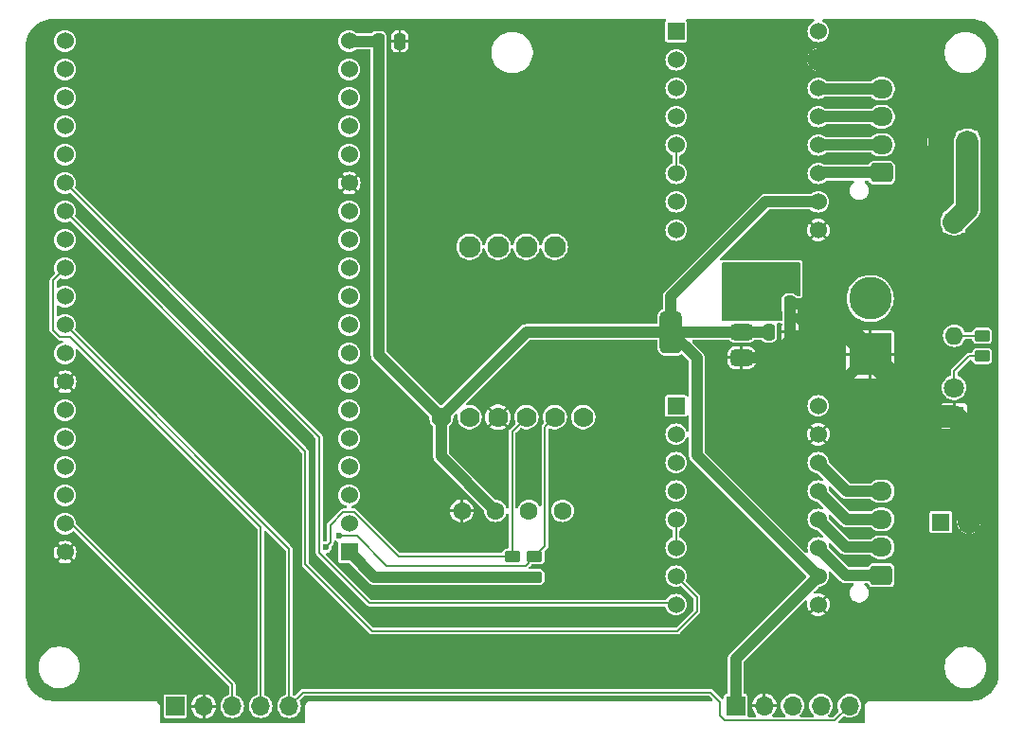
<source format=gbr>
%TF.GenerationSoftware,KiCad,Pcbnew,8.0.4*%
%TF.CreationDate,2024-09-15T13:23:28+10:00*%
%TF.ProjectId,SBR2.1,53425232-2e31-42e6-9b69-6361645f7063,rev?*%
%TF.SameCoordinates,Original*%
%TF.FileFunction,Copper,L1,Top*%
%TF.FilePolarity,Positive*%
%FSLAX46Y46*%
G04 Gerber Fmt 4.6, Leading zero omitted, Abs format (unit mm)*
G04 Created by KiCad (PCBNEW 8.0.4) date 2024-09-15 13:23:28*
%MOMM*%
%LPD*%
G01*
G04 APERTURE LIST*
G04 Aperture macros list*
%AMRoundRect*
0 Rectangle with rounded corners*
0 $1 Rounding radius*
0 $2 $3 $4 $5 $6 $7 $8 $9 X,Y pos of 4 corners*
0 Add a 4 corners polygon primitive as box body*
4,1,4,$2,$3,$4,$5,$6,$7,$8,$9,$2,$3,0*
0 Add four circle primitives for the rounded corners*
1,1,$1+$1,$2,$3*
1,1,$1+$1,$4,$5*
1,1,$1+$1,$6,$7*
1,1,$1+$1,$8,$9*
0 Add four rect primitives between the rounded corners*
20,1,$1+$1,$2,$3,$4,$5,0*
20,1,$1+$1,$4,$5,$6,$7,0*
20,1,$1+$1,$6,$7,$8,$9,0*
20,1,$1+$1,$8,$9,$2,$3,0*%
G04 Aperture macros list end*
%TA.AperFunction,ComponentPad*%
%ADD10C,1.600000*%
%TD*%
%TA.AperFunction,ComponentPad*%
%ADD11R,1.600000X1.600000*%
%TD*%
%TA.AperFunction,SMDPad,CuDef*%
%ADD12RoundRect,0.250000X0.450000X-0.262500X0.450000X0.262500X-0.450000X0.262500X-0.450000X-0.262500X0*%
%TD*%
%TA.AperFunction,SMDPad,CuDef*%
%ADD13RoundRect,0.250000X-0.250000X-0.475000X0.250000X-0.475000X0.250000X0.475000X-0.250000X0.475000X0*%
%TD*%
%TA.AperFunction,ComponentPad*%
%ADD14R,1.530000X1.530000*%
%TD*%
%TA.AperFunction,ComponentPad*%
%ADD15C,1.530000*%
%TD*%
%TA.AperFunction,SMDPad,CuDef*%
%ADD16RoundRect,0.375000X0.625000X0.375000X-0.625000X0.375000X-0.625000X-0.375000X0.625000X-0.375000X0*%
%TD*%
%TA.AperFunction,SMDPad,CuDef*%
%ADD17RoundRect,0.500000X0.500000X1.400000X-0.500000X1.400000X-0.500000X-1.400000X0.500000X-1.400000X0*%
%TD*%
%TA.AperFunction,ComponentPad*%
%ADD18R,1.800000X1.800000*%
%TD*%
%TA.AperFunction,ComponentPad*%
%ADD19C,1.800000*%
%TD*%
%TA.AperFunction,ComponentPad*%
%ADD20R,1.700000X1.700000*%
%TD*%
%TA.AperFunction,ComponentPad*%
%ADD21O,1.700000X1.700000*%
%TD*%
%TA.AperFunction,ComponentPad*%
%ADD22C,1.778000*%
%TD*%
%TA.AperFunction,ComponentPad*%
%ADD23C,1.930400*%
%TD*%
%TA.AperFunction,ComponentPad*%
%ADD24O,1.600000X1.600000*%
%TD*%
%TA.AperFunction,SMDPad,CuDef*%
%ADD25RoundRect,0.250000X-0.450000X0.262500X-0.450000X-0.262500X0.450000X-0.262500X0.450000X0.262500X0*%
%TD*%
%TA.AperFunction,ComponentPad*%
%ADD26R,3.800000X3.800000*%
%TD*%
%TA.AperFunction,ComponentPad*%
%ADD27C,3.800000*%
%TD*%
%TA.AperFunction,ComponentPad*%
%ADD28RoundRect,0.250000X0.725000X-0.600000X0.725000X0.600000X-0.725000X0.600000X-0.725000X-0.600000X0*%
%TD*%
%TA.AperFunction,ComponentPad*%
%ADD29O,1.950000X1.700000*%
%TD*%
%TA.AperFunction,ViaPad*%
%ADD30C,0.600000*%
%TD*%
%TA.AperFunction,Conductor*%
%ADD31C,2.000000*%
%TD*%
%TA.AperFunction,Conductor*%
%ADD32C,1.000000*%
%TD*%
%TA.AperFunction,Conductor*%
%ADD33C,0.200000*%
%TD*%
G04 APERTURE END LIST*
D10*
%TO.P,J7,1,Pin_1*%
%TO.N,GND*%
X122500000Y-82500000D03*
%TD*%
D11*
%TO.P,C4,1*%
%TO.N,+15V*%
X165317621Y-83500000D03*
D10*
%TO.P,C4,2*%
%TO.N,GND*%
X167817621Y-83500000D03*
%TD*%
D12*
%TO.P,R2,1*%
%TO.N,Net-(D2-A)*%
X169000000Y-68662500D03*
%TO.P,R2,2*%
%TO.N,Net-(D1-A)*%
X169000000Y-66837500D03*
%TD*%
D13*
%TO.P,C2,1*%
%TO.N,+5V*%
X149950000Y-66500000D03*
%TO.P,C2,2*%
%TO.N,GND*%
X151850000Y-66500000D03*
%TD*%
D10*
%TO.P,J5,1,Pin_1*%
%TO.N,Net-(J1-Pin_2)*%
X131500000Y-82500000D03*
%TD*%
D14*
%TO.P,U2,1,~{ENABLE}*%
%TO.N,unconnected-(U2-~{ENABLE}-Pad1)*%
X141650000Y-39610000D03*
D15*
%TO.P,U2,2,MS1*%
%TO.N,unconnected-(U2-MS1-Pad2)*%
X141650000Y-42150000D03*
%TO.P,U2,3,MS2*%
%TO.N,unconnected-(U2-MS2-Pad3)*%
X141650000Y-44690000D03*
%TO.P,U2,4,MS3*%
%TO.N,unconnected-(U2-MS3-Pad4)*%
X141650000Y-47230000D03*
%TO.P,U2,5,~{RESET}*%
%TO.N,Net-(U2-~{RESET})*%
X141650000Y-49770000D03*
%TO.P,U2,6,~{SLEEP}*%
X141650000Y-52310000D03*
%TO.P,U2,7,STEP*%
%TO.N,/M2STEP*%
X141650000Y-54850000D03*
%TO.P,U2,8,DIR*%
%TO.N,/M2DIR*%
X141650000Y-57390000D03*
%TO.P,U2,9,GND*%
%TO.N,GND*%
X154350000Y-57390000D03*
%TO.P,U2,10,VDD*%
%TO.N,+5V*%
X154350000Y-54850000D03*
%TO.P,U2,11,1B*%
%TO.N,Net-(J3-Pin_1)*%
X154350000Y-52310000D03*
%TO.P,U2,12,1A*%
%TO.N,Net-(J3-Pin_2)*%
X154350000Y-49770000D03*
%TO.P,U2,13,2A*%
%TO.N,Net-(J3-Pin_3)*%
X154350000Y-47230000D03*
%TO.P,U2,14,2B*%
%TO.N,Net-(J3-Pin_4)*%
X154350000Y-44690000D03*
%TO.P,U2,15,GND__1*%
%TO.N,GND*%
X154350000Y-42150000D03*
%TO.P,U2,16,VMOT*%
%TO.N,+15V*%
X154350000Y-39610000D03*
%TD*%
D16*
%TO.P,U4,1,GND*%
%TO.N,GND*%
X147500000Y-68800000D03*
%TO.P,U4,2,VO*%
%TO.N,+5V*%
X147500000Y-66500000D03*
D17*
X141200000Y-66500000D03*
D16*
%TO.P,U4,3,VI*%
%TO.N,+15V*%
X147500000Y-64200000D03*
%TD*%
D18*
%TO.P,D2,1,K*%
%TO.N,GND*%
X166500000Y-74025000D03*
D19*
%TO.P,D2,2,A*%
%TO.N,Net-(D2-A)*%
X166500000Y-71485000D03*
%TD*%
D10*
%TO.P,J6,1,Pin_1*%
%TO.N,+5V*%
X125500000Y-82500000D03*
%TD*%
D20*
%TO.P,J9,1,Pin_1*%
%TO.N,+5V*%
X146980000Y-99925000D03*
D21*
%TO.P,J9,2,Pin_2*%
%TO.N,GND*%
X149520000Y-99925000D03*
%TO.P,J9,3,Pin_3*%
%TO.N,unconnected-(J9-Pin_3-Pad3)*%
X152060000Y-99925000D03*
%TO.P,J9,4,Pin_4*%
%TO.N,/CS2*%
X154600000Y-99925000D03*
%TO.P,J9,5,Pin_5*%
%TO.N,/CLK*%
X157140000Y-99925000D03*
%TD*%
D22*
%TO.P,U6,1,VIN*%
%TO.N,+5V*%
X120650000Y-74120000D03*
%TO.P,U6,2,3VO*%
%TO.N,unconnected-(U6-3VO-Pad2)*%
X123190000Y-74120000D03*
%TO.P,U6,3,GND*%
%TO.N,GND*%
X125730000Y-74120000D03*
%TO.P,U6,4,SCL*%
%TO.N,/SCL*%
X128270000Y-74120000D03*
%TO.P,U6,5,SDA*%
%TO.N,/SDA*%
X130810000Y-74120000D03*
%TO.P,U6,6,RST*%
%TO.N,unconnected-(U6-RST-Pad6)*%
X133350000Y-74120000D03*
D23*
%TO.P,U6,7,INT*%
%TO.N,unconnected-(U6-INT-Pad7)*%
X123190000Y-58880000D03*
%TO.P,U6,8,ADR*%
%TO.N,unconnected-(U6-ADR-Pad8)*%
X125730000Y-58880000D03*
%TO.P,U6,9,PS0*%
%TO.N,unconnected-(U6-PS0-Pad9)*%
X128270000Y-58880000D03*
%TO.P,U6,10,PS1*%
%TO.N,unconnected-(U6-PS1-Pad10)*%
X130810000Y-58880000D03*
%TD*%
D10*
%TO.P,J4,1,Pin_1*%
%TO.N,+15V*%
X128500000Y-82500000D03*
%TD*%
D14*
%TO.P,U3,1,3V3*%
%TO.N,+3V3*%
X112427500Y-86200000D03*
D15*
%TO.P,U3,2,EN*%
%TO.N,unconnected-(U3-EN-Pad2)*%
X112427500Y-83660000D03*
%TO.P,U3,3,SENSOR_VP*%
%TO.N,unconnected-(U3-SENSOR_VP-Pad3)*%
X112427500Y-81120000D03*
%TO.P,U3,4,SENSOR_VN*%
%TO.N,unconnected-(U3-SENSOR_VN-Pad4)*%
X112427500Y-78580000D03*
%TO.P,U3,5,IO34*%
%TO.N,unconnected-(U3-IO34-Pad5)*%
X112427500Y-76040000D03*
%TO.P,U3,6,IO35*%
%TO.N,unconnected-(U3-IO35-Pad6)*%
X112427500Y-73500000D03*
%TO.P,U3,7,IO32*%
%TO.N,unconnected-(U3-IO32-Pad7)*%
X112427500Y-70960000D03*
%TO.P,U3,8,IO33*%
%TO.N,unconnected-(U3-IO33-Pad8)*%
X112427500Y-68420000D03*
%TO.P,U3,9,IO25*%
%TO.N,unconnected-(U3-IO25-Pad9)*%
X112427500Y-65880000D03*
%TO.P,U3,10,IO26*%
%TO.N,unconnected-(U3-IO26-Pad10)*%
X112427500Y-63340000D03*
%TO.P,U3,11,IO27*%
%TO.N,unconnected-(U3-IO27-Pad11)*%
X112427500Y-60800000D03*
%TO.P,U3,12,IO14*%
%TO.N,unconnected-(U3-IO14-Pad12)*%
X112427500Y-58260000D03*
%TO.P,U3,13,IO12*%
%TO.N,unconnected-(U3-IO12-Pad13)*%
X112427500Y-55720000D03*
%TO.P,U3,14,GND1*%
%TO.N,GND*%
X112427500Y-53180000D03*
%TO.P,U3,15,IO13*%
%TO.N,unconnected-(U3-IO13-Pad15)*%
X112427500Y-50640000D03*
%TO.P,U3,16,SD2*%
%TO.N,unconnected-(U3-SD2-Pad16)*%
X112427500Y-48100000D03*
%TO.P,U3,17,SD3*%
%TO.N,unconnected-(U3-SD3-Pad17)*%
X112427500Y-45560000D03*
%TO.P,U3,18,CMD*%
%TO.N,unconnected-(U3-CMD-Pad18)*%
X112427500Y-43020000D03*
%TO.P,U3,19,EXT_5V*%
%TO.N,+5V*%
X112427500Y-40480000D03*
%TO.P,U3,20,CLK*%
%TO.N,unconnected-(U3-CLK-Pad20)*%
X87027500Y-40480000D03*
%TO.P,U3,21,SD0*%
%TO.N,unconnected-(U3-SD0-Pad21)*%
X87027500Y-43020000D03*
%TO.P,U3,22,SD1*%
%TO.N,unconnected-(U3-SD1-Pad22)*%
X87027500Y-45560000D03*
%TO.P,U3,23,IO15*%
%TO.N,/M2DIR*%
X87027500Y-48100000D03*
%TO.P,U3,24,IO2*%
%TO.N,/M2STEP*%
X87027500Y-50640000D03*
%TO.P,U3,25,IO0*%
%TO.N,/M1DIR*%
X87027500Y-53180000D03*
%TO.P,U3,26,IO4*%
%TO.N,/M1STEP*%
X87027500Y-55720000D03*
%TO.P,U3,27,IO16*%
%TO.N,/CS2*%
X87027500Y-58260000D03*
%TO.P,U3,28,IO17*%
%TO.N,/CS1*%
X87027500Y-60800000D03*
%TO.P,U3,29,IO5*%
%TO.N,unconnected-(U3-IO5-Pad29)*%
X87027500Y-63340000D03*
%TO.P,U3,30,IO18*%
%TO.N,/CLK*%
X87027500Y-65880000D03*
%TO.P,U3,31,IO19*%
%TO.N,unconnected-(U3-IO19-Pad31)*%
X87027500Y-68420000D03*
%TO.P,U3,32,GND2*%
%TO.N,GND*%
X87027500Y-70960000D03*
%TO.P,U3,33,IO21*%
%TO.N,/SDA*%
X87027500Y-73500000D03*
%TO.P,U3,34,RXD0*%
%TO.N,unconnected-(U3-RXD0-Pad34)*%
X87027500Y-76040000D03*
%TO.P,U3,35,TXD0*%
%TO.N,unconnected-(U3-TXD0-Pad35)*%
X87027500Y-78580000D03*
%TO.P,U3,36,IO22*%
%TO.N,/SCL*%
X87027500Y-81120000D03*
%TO.P,U3,37,IO23*%
%TO.N,/DIN*%
X87027500Y-83660000D03*
%TO.P,U3,38,GND3*%
%TO.N,GND*%
X87027500Y-86200000D03*
%TD*%
D13*
%TO.P,C1,1*%
%TO.N,+15V*%
X149900000Y-64000000D03*
%TO.P,C1,2*%
%TO.N,GND*%
X151800000Y-64000000D03*
%TD*%
D11*
%TO.P,D1,1,K*%
%TO.N,+15V*%
X166500000Y-56670000D03*
D24*
%TO.P,D1,2,A*%
%TO.N,Net-(D1-A)*%
X166500000Y-66830000D03*
%TD*%
D20*
%TO.P,J8,1,Pin_1*%
%TO.N,+5V*%
X96890000Y-99975000D03*
D21*
%TO.P,J8,2,Pin_2*%
%TO.N,GND*%
X99430000Y-99975000D03*
%TO.P,J8,3,Pin_3*%
%TO.N,/DIN*%
X101970000Y-99975000D03*
%TO.P,J8,4,Pin_4*%
%TO.N,/CS1*%
X104510000Y-99975000D03*
%TO.P,J8,5,Pin_5*%
%TO.N,/CLK*%
X107050000Y-99975000D03*
%TD*%
D13*
%TO.P,C5,1*%
%TO.N,+5V*%
X115050000Y-40500000D03*
%TO.P,C5,2*%
%TO.N,GND*%
X116950000Y-40500000D03*
%TD*%
D25*
%TO.P,R3,1*%
%TO.N,/SDA*%
X129000000Y-86587500D03*
%TO.P,R3,2*%
%TO.N,+3V3*%
X129000000Y-88412500D03*
%TD*%
%TO.P,R1,1*%
%TO.N,/SCL*%
X127000000Y-86587500D03*
%TO.P,R1,2*%
%TO.N,+3V3*%
X127000000Y-88412500D03*
%TD*%
D11*
%TO.P,C3,1*%
%TO.N,+15V*%
X167682380Y-49500000D03*
D10*
%TO.P,C3,2*%
%TO.N,GND*%
X165182380Y-49500000D03*
%TD*%
D26*
%TO.P,J1,1,Pin_1*%
%TO.N,GND*%
X159000000Y-68500000D03*
D27*
%TO.P,J1,2,Pin_2*%
%TO.N,Net-(J1-Pin_2)*%
X159000000Y-63500000D03*
%TD*%
D14*
%TO.P,U1,1,~{ENABLE}*%
%TO.N,unconnected-(U1-~{ENABLE}-Pad1)*%
X141650000Y-73110000D03*
D15*
%TO.P,U1,2,MS1*%
%TO.N,unconnected-(U1-MS1-Pad2)*%
X141650000Y-75650000D03*
%TO.P,U1,3,MS2*%
%TO.N,unconnected-(U1-MS2-Pad3)*%
X141650000Y-78190000D03*
%TO.P,U1,4,MS3*%
%TO.N,unconnected-(U1-MS3-Pad4)*%
X141650000Y-80730000D03*
%TO.P,U1,5,~{RESET}*%
%TO.N,Net-(U1-~{RESET})*%
X141650000Y-83270000D03*
%TO.P,U1,6,~{SLEEP}*%
X141650000Y-85810000D03*
%TO.P,U1,7,STEP*%
%TO.N,/M1STEP*%
X141650000Y-88350000D03*
%TO.P,U1,8,DIR*%
%TO.N,/M1DIR*%
X141650000Y-90890000D03*
%TO.P,U1,9,GND*%
%TO.N,GND*%
X154350000Y-90890000D03*
%TO.P,U1,10,VDD*%
%TO.N,+5V*%
X154350000Y-88350000D03*
%TO.P,U1,11,1B*%
%TO.N,Net-(J2-Pin_1)*%
X154350000Y-85810000D03*
%TO.P,U1,12,1A*%
%TO.N,Net-(J2-Pin_2)*%
X154350000Y-83270000D03*
%TO.P,U1,13,2A*%
%TO.N,Net-(J2-Pin_3)*%
X154350000Y-80730000D03*
%TO.P,U1,14,2B*%
%TO.N,Net-(J2-Pin_4)*%
X154350000Y-78190000D03*
%TO.P,U1,15,GND__1*%
%TO.N,GND*%
X154350000Y-75650000D03*
%TO.P,U1,16,VMOT*%
%TO.N,+15V*%
X154350000Y-73110000D03*
%TD*%
D28*
%TO.P,J3,1,Pin_1*%
%TO.N,Net-(J3-Pin_1)*%
X160025000Y-52250000D03*
D29*
%TO.P,J3,2,Pin_2*%
%TO.N,Net-(J3-Pin_2)*%
X160025000Y-49750000D03*
%TO.P,J3,3,Pin_3*%
%TO.N,Net-(J3-Pin_3)*%
X160025000Y-47250000D03*
%TO.P,J3,4,Pin_4*%
%TO.N,Net-(J3-Pin_4)*%
X160025000Y-44750000D03*
%TD*%
D28*
%TO.P,J2,1,Pin_1*%
%TO.N,Net-(J2-Pin_1)*%
X160000000Y-88250000D03*
D29*
%TO.P,J2,2,Pin_2*%
%TO.N,Net-(J2-Pin_2)*%
X160000000Y-85750000D03*
%TO.P,J2,3,Pin_3*%
%TO.N,Net-(J2-Pin_3)*%
X160000000Y-83250000D03*
%TO.P,J2,4,Pin_4*%
%TO.N,Net-(J2-Pin_4)*%
X160000000Y-80750000D03*
%TD*%
D30*
%TO.N,+15V*%
X151500000Y-61000000D03*
X150500000Y-62000000D03*
X147500000Y-61000000D03*
X151500000Y-62000000D03*
X149500000Y-62000000D03*
X148500000Y-61000000D03*
X148500000Y-62000000D03*
X149500000Y-61000000D03*
X146500000Y-61000000D03*
X150500000Y-61000000D03*
X146500000Y-63000000D03*
X147500000Y-62000000D03*
X146500000Y-62000000D03*
%TO.N,/SDA*%
X111500000Y-84750000D03*
%TO.N,/SCL*%
X110350000Y-85750000D03*
%TD*%
D31*
%TO.N,+15V*%
X167682380Y-55487620D02*
X167682380Y-49500000D01*
X166500000Y-56670000D02*
X167682380Y-55487620D01*
D32*
%TO.N,+5V*%
X115050000Y-68520000D02*
X120650000Y-74120000D01*
X115050000Y-40500000D02*
X112447500Y-40500000D01*
X141200000Y-66500000D02*
X143500000Y-68800000D01*
X115050000Y-40500000D02*
X115050000Y-68520000D01*
X112447500Y-40500000D02*
X112427500Y-40480000D01*
X143500000Y-77500000D02*
X154350000Y-88350000D01*
X128270000Y-66500000D02*
X120650000Y-74120000D01*
X149650000Y-54850000D02*
X154350000Y-54850000D01*
X147500000Y-66500000D02*
X141200000Y-66500000D01*
X141200000Y-63300000D02*
X149650000Y-54850000D01*
X141200000Y-66500000D02*
X141200000Y-63300000D01*
X143500000Y-68800000D02*
X143500000Y-77500000D01*
X146980000Y-95720000D02*
X146980000Y-99925000D01*
X154350000Y-88350000D02*
X146980000Y-95720000D01*
X120650000Y-74120000D02*
X120650000Y-77650000D01*
X149950000Y-66500000D02*
X147500000Y-66500000D01*
X120650000Y-77650000D02*
X125500000Y-82500000D01*
X141200000Y-66500000D02*
X128270000Y-66500000D01*
%TO.N,GND*%
X155500000Y-65000000D02*
X154500000Y-64000000D01*
X154500000Y-64000000D02*
X151800000Y-64000000D01*
X151850000Y-66500000D02*
X151850000Y-64050000D01*
X147500000Y-68800000D02*
X150275000Y-68800000D01*
X147262500Y-69037500D02*
X147500000Y-68800000D01*
X151850000Y-67225000D02*
X151850000Y-66500000D01*
D31*
X165182380Y-46182380D02*
X161150000Y-42150000D01*
X161150000Y-42150000D02*
X154350000Y-42150000D01*
X159000000Y-68500000D02*
X159000000Y-68675000D01*
D32*
X150275000Y-68800000D02*
X151850000Y-67225000D01*
D31*
X159000000Y-68500000D02*
X154500000Y-64000000D01*
D32*
X157000000Y-70500000D02*
X155850000Y-70500000D01*
D31*
X167817621Y-75342621D02*
X166500000Y-74025000D01*
D32*
X151850000Y-64050000D02*
X151800000Y-64000000D01*
D31*
X165182380Y-50817620D02*
X165182380Y-49500000D01*
D32*
X159000000Y-68500000D02*
X157000000Y-70500000D01*
D31*
X165182380Y-49500000D02*
X165182380Y-46182380D01*
D32*
X155850000Y-70500000D02*
X151850000Y-66500000D01*
D31*
X167817621Y-83500000D02*
X167817621Y-75342621D01*
X159000000Y-68675000D02*
X164350000Y-74025000D01*
X154500000Y-61500000D02*
X165182380Y-50817620D01*
X154500000Y-64000000D02*
X154500000Y-61500000D01*
X164350000Y-74025000D02*
X166500000Y-74025000D01*
D32*
%TO.N,Net-(J2-Pin_4)*%
X156910000Y-80750000D02*
X154350000Y-78190000D01*
X160000000Y-80750000D02*
X156910000Y-80750000D01*
%TO.N,Net-(J2-Pin_1)*%
X160000000Y-88250000D02*
X156790000Y-88250000D01*
X156790000Y-88250000D02*
X154350000Y-85810000D01*
%TO.N,Net-(J2-Pin_2)*%
X156830000Y-85750000D02*
X154350000Y-83270000D01*
X160000000Y-85750000D02*
X156830000Y-85750000D01*
%TO.N,Net-(J2-Pin_3)*%
X160000000Y-83250000D02*
X156870000Y-83250000D01*
X156870000Y-83250000D02*
X154350000Y-80730000D01*
%TO.N,Net-(J3-Pin_1)*%
X160025000Y-52250000D02*
X154410000Y-52250000D01*
X154410000Y-52250000D02*
X154350000Y-52310000D01*
%TO.N,Net-(J3-Pin_2)*%
X160025000Y-49750000D02*
X154370000Y-49750000D01*
X154370000Y-49750000D02*
X154350000Y-49770000D01*
%TO.N,Net-(J3-Pin_4)*%
X160025000Y-44750000D02*
X154410000Y-44750000D01*
X154410000Y-44750000D02*
X154350000Y-44690000D01*
%TO.N,Net-(J3-Pin_3)*%
X160005000Y-47230000D02*
X160025000Y-47250000D01*
X154350000Y-47230000D02*
X160005000Y-47230000D01*
D33*
%TO.N,Net-(U1-~{RESET})*%
X141650000Y-83270000D02*
X141650000Y-85810000D01*
D32*
%TO.N,+3V3*%
X112427500Y-86200000D02*
X114640000Y-88412500D01*
X114640000Y-88412500D02*
X129000000Y-88412500D01*
D33*
%TO.N,/M1DIR*%
X141510000Y-90750000D02*
X114250000Y-90750000D01*
X141650000Y-90890000D02*
X141510000Y-90750000D01*
X114250000Y-90750000D02*
X109750000Y-86250000D01*
X109750000Y-75902500D02*
X87027500Y-53180000D01*
X109750000Y-86250000D02*
X109750000Y-75902500D01*
%TO.N,/M1STEP*%
X114500000Y-93250000D02*
X108500000Y-87250000D01*
X143500000Y-90200000D02*
X143500000Y-91500000D01*
X141650000Y-88350000D02*
X143500000Y-90200000D01*
X143500000Y-91500000D02*
X141750000Y-93250000D01*
X108500000Y-87250000D02*
X108500000Y-77192500D01*
X108500000Y-77192500D02*
X87027500Y-55720000D01*
X141750000Y-93250000D02*
X114500000Y-93250000D01*
%TO.N,Net-(U2-~{RESET})*%
X141650000Y-52310000D02*
X141650000Y-49770000D01*
%TO.N,/SDA*%
X113107500Y-84750000D02*
X115757500Y-87400000D01*
X111500000Y-84750000D02*
X113107500Y-84750000D01*
X129921001Y-75008999D02*
X129921001Y-85666499D01*
X128187500Y-87400000D02*
X129000000Y-86587500D01*
X115757500Y-87400000D02*
X128187500Y-87400000D01*
X130810000Y-74120000D02*
X129921001Y-75008999D01*
X129921001Y-85666499D02*
X129000000Y-86587500D01*
%TO.N,/SCL*%
X110750000Y-83750000D02*
X111905000Y-82595000D01*
X112868638Y-82595000D02*
X116861138Y-86587500D01*
X110350000Y-85750000D02*
X110750000Y-85350000D01*
X127000000Y-75390000D02*
X127000000Y-86587500D01*
X116861138Y-86587500D02*
X127000000Y-86587500D01*
X111905000Y-82595000D02*
X112868638Y-82595000D01*
X128270000Y-74120000D02*
X127000000Y-75390000D01*
X110750000Y-85350000D02*
X110750000Y-83750000D01*
%TO.N,Net-(D1-A)*%
X166500000Y-66830000D02*
X168992500Y-66830000D01*
X168992500Y-66830000D02*
X169000000Y-66837500D01*
%TO.N,Net-(D2-A)*%
X166500000Y-70000000D02*
X166500000Y-71485000D01*
X169000000Y-68662500D02*
X167837500Y-68662500D01*
X167837500Y-68662500D02*
X166500000Y-70000000D01*
%TO.N,/DIN*%
X101970000Y-98025000D02*
X87605000Y-83660000D01*
X101970000Y-99975000D02*
X101970000Y-98025000D01*
X87605000Y-83660000D02*
X87027500Y-83660000D01*
%TO.N,/CS1*%
X86586362Y-66945000D02*
X85962500Y-66321138D01*
X104510000Y-99975000D02*
X104510000Y-83986362D01*
X85962500Y-66321138D02*
X85962500Y-61865000D01*
X85962500Y-61865000D02*
X87027500Y-60800000D01*
X104510000Y-83986362D02*
X87468638Y-66945000D01*
X87468638Y-66945000D02*
X86586362Y-66945000D01*
%TO.N,/CLK*%
X145600000Y-100850000D02*
X145600000Y-99600000D01*
X108275000Y-98750000D02*
X107050000Y-99975000D01*
X157140000Y-99925000D02*
X155815000Y-101250000D01*
X146000000Y-101250000D02*
X145600000Y-100850000D01*
X107050000Y-85902500D02*
X87027500Y-65880000D01*
X107050000Y-99975000D02*
X107050000Y-85902500D01*
X155815000Y-101250000D02*
X146000000Y-101250000D01*
X144750000Y-98750000D02*
X108275000Y-98750000D01*
X145600000Y-99600000D02*
X144750000Y-98750000D01*
%TD*%
%TA.AperFunction,Conductor*%
%TO.N,GND*%
G36*
X140709100Y-38520185D02*
G01*
X140754855Y-38572989D01*
X140764799Y-38642147D01*
X140745163Y-38693391D01*
X140696132Y-38766769D01*
X140696131Y-38766770D01*
X140684500Y-38825247D01*
X140684500Y-40394752D01*
X140696131Y-40453229D01*
X140696132Y-40453230D01*
X140740447Y-40519552D01*
X140806769Y-40563867D01*
X140806770Y-40563868D01*
X140865247Y-40575499D01*
X140865250Y-40575500D01*
X140865252Y-40575500D01*
X142434750Y-40575500D01*
X142434751Y-40575499D01*
X142449568Y-40572552D01*
X142493229Y-40563868D01*
X142493229Y-40563867D01*
X142493231Y-40563867D01*
X142559552Y-40519552D01*
X142603867Y-40453231D01*
X142603867Y-40453229D01*
X142603868Y-40453229D01*
X142615499Y-40394752D01*
X142615500Y-40394750D01*
X142615500Y-38825249D01*
X142615499Y-38825247D01*
X142603868Y-38766770D01*
X142603867Y-38766769D01*
X142554837Y-38693391D01*
X142533959Y-38626714D01*
X142552443Y-38559334D01*
X142604422Y-38512643D01*
X142657939Y-38500500D01*
X153882523Y-38500500D01*
X153949562Y-38520185D01*
X153995317Y-38572989D01*
X154005261Y-38642147D01*
X153976236Y-38705703D01*
X153940978Y-38733857D01*
X153841923Y-38786803D01*
X153810999Y-38803332D01*
X153663984Y-38923984D01*
X153543332Y-39070999D01*
X153453678Y-39238731D01*
X153398469Y-39420730D01*
X153379828Y-39610000D01*
X153398469Y-39799269D01*
X153402367Y-39812118D01*
X153453678Y-39981269D01*
X153524445Y-40113665D01*
X153543332Y-40149000D01*
X153663984Y-40296015D01*
X153760228Y-40375000D01*
X153811001Y-40416669D01*
X153978731Y-40506322D01*
X154160729Y-40561530D01*
X154160728Y-40561530D01*
X154177698Y-40563201D01*
X154350000Y-40580172D01*
X154539271Y-40561530D01*
X154721269Y-40506322D01*
X154888999Y-40416669D01*
X155036015Y-40296015D01*
X155156669Y-40148999D01*
X155246322Y-39981269D01*
X155301530Y-39799271D01*
X155320172Y-39610000D01*
X155301530Y-39420729D01*
X155246322Y-39238731D01*
X155156669Y-39071001D01*
X155055377Y-38947577D01*
X155036015Y-38923984D01*
X154889000Y-38803332D01*
X154888999Y-38803331D01*
X154759022Y-38733857D01*
X154709180Y-38684896D01*
X154693719Y-38616759D01*
X154717550Y-38551079D01*
X154773108Y-38508710D01*
X154817477Y-38500500D01*
X167934108Y-38500500D01*
X167996249Y-38500500D01*
X168003736Y-38500726D01*
X168293796Y-38518271D01*
X168308657Y-38520075D01*
X168590798Y-38571780D01*
X168605335Y-38575363D01*
X168879172Y-38660695D01*
X168893163Y-38666000D01*
X169154743Y-38783727D01*
X169167989Y-38790680D01*
X169413465Y-38939075D01*
X169425776Y-38947573D01*
X169583321Y-39071001D01*
X169651573Y-39124473D01*
X169662781Y-39134403D01*
X169865596Y-39337218D01*
X169875526Y-39348426D01*
X170016581Y-39528470D01*
X170052422Y-39574217D01*
X170060926Y-39586537D01*
X170197295Y-39812119D01*
X170209316Y-39832004D01*
X170216275Y-39845263D01*
X170333997Y-40106831D01*
X170339306Y-40120832D01*
X170424635Y-40394663D01*
X170428219Y-40409201D01*
X170479923Y-40691340D01*
X170481728Y-40706205D01*
X170499274Y-40996263D01*
X170499500Y-41003750D01*
X170499501Y-96934109D01*
X170499501Y-96996250D01*
X170499275Y-97003737D01*
X170481729Y-97293795D01*
X170479924Y-97308660D01*
X170428220Y-97590798D01*
X170424636Y-97605336D01*
X170339305Y-97879175D01*
X170333995Y-97893177D01*
X170216278Y-98154731D01*
X170209320Y-98167988D01*
X170060929Y-98413459D01*
X170052423Y-98425783D01*
X169875526Y-98651574D01*
X169865596Y-98662782D01*
X169662782Y-98865596D01*
X169651574Y-98875526D01*
X169425783Y-99052423D01*
X169413459Y-99060929D01*
X169167988Y-99209320D01*
X169154731Y-99216278D01*
X168893177Y-99333995D01*
X168879175Y-99339305D01*
X168605336Y-99424636D01*
X168590798Y-99428220D01*
X168308660Y-99479924D01*
X168293795Y-99481729D01*
X168014455Y-99498625D01*
X168003736Y-99499274D01*
X167996251Y-99499500D01*
X158934108Y-99499500D01*
X158806812Y-99533608D01*
X158692686Y-99599500D01*
X158692683Y-99599502D01*
X158599502Y-99692683D01*
X158599500Y-99692686D01*
X158533608Y-99806812D01*
X158499500Y-99934108D01*
X158499500Y-101375500D01*
X158479815Y-101442539D01*
X158427011Y-101488294D01*
X158375500Y-101499500D01*
X156289833Y-101499500D01*
X156222794Y-101479815D01*
X156177039Y-101427011D01*
X156167095Y-101357853D01*
X156196120Y-101294297D01*
X156202152Y-101287819D01*
X156575672Y-100914298D01*
X156636995Y-100880813D01*
X156706686Y-100885797D01*
X156721805Y-100892620D01*
X156736046Y-100900232D01*
X156934066Y-100960300D01*
X156934065Y-100960300D01*
X156952529Y-100962118D01*
X157140000Y-100980583D01*
X157345934Y-100960300D01*
X157543954Y-100900232D01*
X157726450Y-100802685D01*
X157886410Y-100671410D01*
X158017685Y-100511450D01*
X158115232Y-100328954D01*
X158175300Y-100130934D01*
X158195583Y-99925000D01*
X158175300Y-99719066D01*
X158115232Y-99521046D01*
X158017685Y-99338550D01*
X157914812Y-99213198D01*
X157886410Y-99178589D01*
X157736121Y-99055252D01*
X157726450Y-99047315D01*
X157543954Y-98949768D01*
X157345934Y-98889700D01*
X157345932Y-98889699D01*
X157345934Y-98889699D01*
X157140000Y-98869417D01*
X156934067Y-98889699D01*
X156736043Y-98949769D01*
X156651272Y-98995081D01*
X156553550Y-99047315D01*
X156553548Y-99047316D01*
X156553547Y-99047317D01*
X156393589Y-99178589D01*
X156263526Y-99337074D01*
X156262315Y-99338550D01*
X156254256Y-99353628D01*
X156164769Y-99521043D01*
X156164768Y-99521045D01*
X156164768Y-99521046D01*
X156163285Y-99525936D01*
X156104699Y-99719067D01*
X156084417Y-99925000D01*
X156104699Y-100130932D01*
X156119867Y-100180934D01*
X156163286Y-100324069D01*
X156164769Y-100328956D01*
X156172379Y-100343193D01*
X156186620Y-100411596D01*
X156161619Y-100476840D01*
X156150701Y-100489326D01*
X155726848Y-100913181D01*
X155665525Y-100946666D01*
X155639167Y-100949500D01*
X155354113Y-100949500D01*
X155287074Y-100929815D01*
X155241319Y-100877011D01*
X155231375Y-100807853D01*
X155260400Y-100744297D01*
X155275449Y-100729646D01*
X155346410Y-100671410D01*
X155348190Y-100669241D01*
X155477685Y-100511450D01*
X155575232Y-100328954D01*
X155635300Y-100130934D01*
X155655583Y-99925000D01*
X155635300Y-99719066D01*
X155575232Y-99521046D01*
X155477685Y-99338550D01*
X155374812Y-99213198D01*
X155346410Y-99178589D01*
X155196121Y-99055252D01*
X155186450Y-99047315D01*
X155003954Y-98949768D01*
X154805934Y-98889700D01*
X154805932Y-98889699D01*
X154805934Y-98889699D01*
X154600000Y-98869417D01*
X154394067Y-98889699D01*
X154196043Y-98949769D01*
X154111272Y-98995081D01*
X154013550Y-99047315D01*
X154013548Y-99047316D01*
X154013547Y-99047317D01*
X153853589Y-99178589D01*
X153723526Y-99337074D01*
X153722315Y-99338550D01*
X153714256Y-99353628D01*
X153624769Y-99521043D01*
X153624768Y-99521045D01*
X153624768Y-99521046D01*
X153623285Y-99525936D01*
X153564699Y-99719067D01*
X153544417Y-99925000D01*
X153564699Y-100130932D01*
X153579867Y-100180934D01*
X153624768Y-100328954D01*
X153722315Y-100511450D01*
X153722317Y-100511452D01*
X153853589Y-100671410D01*
X153924551Y-100729646D01*
X153963886Y-100787392D01*
X153965757Y-100857237D01*
X153929570Y-100917005D01*
X153866814Y-100947721D01*
X153845887Y-100949500D01*
X152814113Y-100949500D01*
X152747074Y-100929815D01*
X152701319Y-100877011D01*
X152691375Y-100807853D01*
X152720400Y-100744297D01*
X152735449Y-100729646D01*
X152806410Y-100671410D01*
X152808190Y-100669241D01*
X152937685Y-100511450D01*
X153035232Y-100328954D01*
X153095300Y-100130934D01*
X153115583Y-99925000D01*
X153095300Y-99719066D01*
X153035232Y-99521046D01*
X152937685Y-99338550D01*
X152834812Y-99213198D01*
X152806410Y-99178589D01*
X152656121Y-99055252D01*
X152646450Y-99047315D01*
X152463954Y-98949768D01*
X152265934Y-98889700D01*
X152265932Y-98889699D01*
X152265934Y-98889699D01*
X152060000Y-98869417D01*
X151854067Y-98889699D01*
X151656043Y-98949769D01*
X151571272Y-98995081D01*
X151473550Y-99047315D01*
X151473548Y-99047316D01*
X151473547Y-99047317D01*
X151313589Y-99178589D01*
X151183526Y-99337074D01*
X151182315Y-99338550D01*
X151174256Y-99353628D01*
X151084769Y-99521043D01*
X151084768Y-99521045D01*
X151084768Y-99521046D01*
X151083285Y-99525936D01*
X151024699Y-99719067D01*
X151004417Y-99925000D01*
X151024699Y-100130932D01*
X151039867Y-100180934D01*
X151084768Y-100328954D01*
X151182315Y-100511450D01*
X151182317Y-100511452D01*
X151313589Y-100671410D01*
X151384551Y-100729646D01*
X151423886Y-100787392D01*
X151425757Y-100857237D01*
X151389570Y-100917005D01*
X151326814Y-100947721D01*
X151305887Y-100949500D01*
X150349043Y-100949500D01*
X150282004Y-100929815D01*
X150236249Y-100877011D01*
X150226305Y-100807853D01*
X150255330Y-100744297D01*
X150265505Y-100733863D01*
X150336391Y-100669241D01*
X150459245Y-100506556D01*
X150550113Y-100324069D01*
X150550116Y-100324063D01*
X150605902Y-100127992D01*
X150605902Y-100127989D01*
X150613130Y-100050000D01*
X150004144Y-100050000D01*
X150020000Y-99990826D01*
X150020000Y-99859174D01*
X150004144Y-99800000D01*
X150613130Y-99800000D01*
X150613130Y-99799999D01*
X150605902Y-99722010D01*
X150605902Y-99722007D01*
X150550116Y-99525936D01*
X150550113Y-99525930D01*
X150459245Y-99343443D01*
X150336391Y-99180757D01*
X150185739Y-99043421D01*
X150012415Y-98936102D01*
X149822321Y-98862460D01*
X149645000Y-98829312D01*
X149645000Y-99440855D01*
X149585826Y-99425000D01*
X149454174Y-99425000D01*
X149395000Y-99440855D01*
X149395000Y-98829312D01*
X149217678Y-98862460D01*
X149027584Y-98936102D01*
X148854260Y-99043421D01*
X148703608Y-99180757D01*
X148580754Y-99343443D01*
X148489886Y-99525930D01*
X148489883Y-99525936D01*
X148434097Y-99722007D01*
X148434097Y-99722010D01*
X148426869Y-99799999D01*
X148426870Y-99800000D01*
X149035856Y-99800000D01*
X149020000Y-99859174D01*
X149020000Y-99990826D01*
X149035856Y-100050000D01*
X148426870Y-100050000D01*
X148434097Y-100127989D01*
X148434097Y-100127992D01*
X148489883Y-100324063D01*
X148489886Y-100324069D01*
X148580754Y-100506556D01*
X148703608Y-100669241D01*
X148774495Y-100733863D01*
X148810777Y-100793574D01*
X148809016Y-100863421D01*
X148769773Y-100921229D01*
X148705506Y-100948643D01*
X148690957Y-100949500D01*
X148150813Y-100949500D01*
X148083774Y-100929815D01*
X148038019Y-100877011D01*
X148028075Y-100807853D01*
X148029195Y-100801312D01*
X148030500Y-100794750D01*
X148030500Y-99055249D01*
X148030499Y-99055247D01*
X148018868Y-98996770D01*
X148018867Y-98996769D01*
X147974552Y-98930447D01*
X147908230Y-98886132D01*
X147908229Y-98886131D01*
X147849752Y-98874500D01*
X147849748Y-98874500D01*
X147804500Y-98874500D01*
X147737461Y-98854815D01*
X147691706Y-98802011D01*
X147680500Y-98750500D01*
X147680500Y-96378711D01*
X165649500Y-96378711D01*
X165649500Y-96621288D01*
X165681161Y-96861785D01*
X165743947Y-97096104D01*
X165775372Y-97171970D01*
X165836776Y-97320212D01*
X165958064Y-97530289D01*
X165958066Y-97530292D01*
X165958067Y-97530293D01*
X166105733Y-97722736D01*
X166105739Y-97722743D01*
X166277256Y-97894260D01*
X166277262Y-97894265D01*
X166469711Y-98041936D01*
X166679788Y-98163224D01*
X166903900Y-98256054D01*
X167138211Y-98318838D01*
X167318586Y-98342584D01*
X167378711Y-98350500D01*
X167378712Y-98350500D01*
X167621289Y-98350500D01*
X167669388Y-98344167D01*
X167861789Y-98318838D01*
X168096100Y-98256054D01*
X168320212Y-98163224D01*
X168530289Y-98041936D01*
X168722738Y-97894265D01*
X168894265Y-97722738D01*
X169041936Y-97530289D01*
X169163224Y-97320212D01*
X169256054Y-97096100D01*
X169318838Y-96861789D01*
X169350500Y-96621288D01*
X169350500Y-96378712D01*
X169318838Y-96138211D01*
X169256054Y-95903900D01*
X169163224Y-95679788D01*
X169041936Y-95469711D01*
X168894265Y-95277262D01*
X168894260Y-95277256D01*
X168722743Y-95105739D01*
X168722736Y-95105733D01*
X168530293Y-94958067D01*
X168530292Y-94958066D01*
X168530289Y-94958064D01*
X168320212Y-94836776D01*
X168320205Y-94836773D01*
X168096104Y-94743947D01*
X167861785Y-94681161D01*
X167621289Y-94649500D01*
X167621288Y-94649500D01*
X167378712Y-94649500D01*
X167378711Y-94649500D01*
X167138214Y-94681161D01*
X166903895Y-94743947D01*
X166679794Y-94836773D01*
X166679785Y-94836777D01*
X166469706Y-94958067D01*
X166277263Y-95105733D01*
X166277256Y-95105739D01*
X166105739Y-95277256D01*
X166105733Y-95277263D01*
X165958067Y-95469706D01*
X165836777Y-95679785D01*
X165836773Y-95679794D01*
X165743947Y-95903895D01*
X165681161Y-96138214D01*
X165649500Y-96378711D01*
X147680500Y-96378711D01*
X147680500Y-96061518D01*
X147700185Y-95994479D01*
X147716814Y-95973842D01*
X153152069Y-90538586D01*
X153213392Y-90505102D01*
X153283084Y-90510086D01*
X153339017Y-90551958D01*
X153363434Y-90617422D01*
X153358411Y-90662263D01*
X153349685Y-90691026D01*
X153330089Y-90890000D01*
X153349685Y-91088972D01*
X153407727Y-91280308D01*
X153501971Y-91456626D01*
X153501975Y-91456632D01*
X153549131Y-91514092D01*
X153911948Y-91151274D01*
X153941898Y-91203147D01*
X154036853Y-91298102D01*
X154088724Y-91328050D01*
X153725906Y-91690867D01*
X153725907Y-91690868D01*
X153783366Y-91738023D01*
X153783373Y-91738028D01*
X153959691Y-91832272D01*
X154151027Y-91890314D01*
X154350000Y-91909910D01*
X154548972Y-91890314D01*
X154740306Y-91832273D01*
X154916630Y-91738025D01*
X154916633Y-91738023D01*
X154974091Y-91690868D01*
X154974091Y-91690867D01*
X154611275Y-91328050D01*
X154663147Y-91298102D01*
X154758102Y-91203147D01*
X154788050Y-91151274D01*
X155150867Y-91514091D01*
X155150868Y-91514091D01*
X155198023Y-91456633D01*
X155198025Y-91456630D01*
X155292273Y-91280306D01*
X155350314Y-91088972D01*
X155369910Y-90890000D01*
X155350314Y-90691027D01*
X155292272Y-90499691D01*
X155198028Y-90323373D01*
X155198023Y-90323366D01*
X155150868Y-90265907D01*
X155150867Y-90265906D01*
X154788050Y-90628724D01*
X154758102Y-90576853D01*
X154663147Y-90481898D01*
X154611274Y-90451948D01*
X154974092Y-90089131D01*
X154974092Y-90089130D01*
X154916632Y-90041975D01*
X154916626Y-90041971D01*
X154740308Y-89947727D01*
X154548972Y-89889685D01*
X154350000Y-89870089D01*
X154151024Y-89889686D01*
X154122261Y-89898411D01*
X154052394Y-89899034D01*
X153993282Y-89861785D01*
X153963691Y-89798491D01*
X153973018Y-89729246D01*
X153998583Y-89692072D01*
X154341351Y-89349304D01*
X154402672Y-89315821D01*
X154416870Y-89313584D01*
X154539271Y-89301530D01*
X154721269Y-89246322D01*
X154888999Y-89156669D01*
X155036015Y-89036015D01*
X155156669Y-88888999D01*
X155246322Y-88721269D01*
X155301530Y-88539271D01*
X155320172Y-88350000D01*
X155301530Y-88160729D01*
X155267337Y-88048012D01*
X155266714Y-87978147D01*
X155303962Y-87919034D01*
X155367256Y-87889443D01*
X155436500Y-87898768D01*
X155473679Y-87924337D01*
X156343454Y-88794112D01*
X156458192Y-88870777D01*
X156585667Y-88923578D01*
X156585672Y-88923580D01*
X156585676Y-88923580D01*
X156585677Y-88923581D01*
X156721003Y-88950500D01*
X156721006Y-88950500D01*
X156721007Y-88950500D01*
X157406565Y-88950500D01*
X157473604Y-88970185D01*
X157519359Y-89022989D01*
X157529303Y-89092147D01*
X157500278Y-89155703D01*
X157475456Y-89177601D01*
X157470886Y-89180655D01*
X157457835Y-89189375D01*
X157339373Y-89307837D01*
X157246295Y-89447139D01*
X157182184Y-89601917D01*
X157182182Y-89601925D01*
X157149500Y-89766228D01*
X157149500Y-89933771D01*
X157182182Y-90098074D01*
X157182184Y-90098082D01*
X157246295Y-90252860D01*
X157339373Y-90392162D01*
X157457837Y-90510626D01*
X157499684Y-90538587D01*
X157597137Y-90603703D01*
X157751918Y-90667816D01*
X157868604Y-90691026D01*
X157916228Y-90700499D01*
X157916232Y-90700500D01*
X157916233Y-90700500D01*
X158083768Y-90700500D01*
X158083769Y-90700499D01*
X158248082Y-90667816D01*
X158402863Y-90603703D01*
X158542162Y-90510626D01*
X158660626Y-90392162D01*
X158753703Y-90252863D01*
X158817816Y-90098082D01*
X158850500Y-89933767D01*
X158850500Y-89766233D01*
X158817816Y-89601918D01*
X158753703Y-89447137D01*
X158722537Y-89400494D01*
X158660626Y-89307837D01*
X158542164Y-89189375D01*
X158533549Y-89183619D01*
X158524544Y-89177602D01*
X158479740Y-89123991D01*
X158471031Y-89054666D01*
X158501186Y-88991638D01*
X158560628Y-88954919D01*
X158593435Y-88950500D01*
X158744901Y-88950500D01*
X158811940Y-88970185D01*
X158857695Y-89022989D01*
X158861934Y-89033525D01*
X158872207Y-89062882D01*
X158952850Y-89172150D01*
X159062118Y-89252793D01*
X159104845Y-89267744D01*
X159190299Y-89297646D01*
X159220730Y-89300500D01*
X159220734Y-89300500D01*
X160779270Y-89300500D01*
X160809699Y-89297646D01*
X160809701Y-89297646D01*
X160873790Y-89275219D01*
X160937882Y-89252793D01*
X161047150Y-89172150D01*
X161127793Y-89062882D01*
X161164978Y-88956614D01*
X161172646Y-88934701D01*
X161172646Y-88934699D01*
X161175500Y-88904269D01*
X161175500Y-87595730D01*
X161172646Y-87565300D01*
X161172646Y-87565298D01*
X161138058Y-87466454D01*
X161127793Y-87437118D01*
X161047150Y-87327850D01*
X160937882Y-87247207D01*
X160937880Y-87247206D01*
X160809700Y-87202353D01*
X160779270Y-87199500D01*
X160779266Y-87199500D01*
X159220734Y-87199500D01*
X159220730Y-87199500D01*
X159190300Y-87202353D01*
X159190298Y-87202353D01*
X159062119Y-87247206D01*
X159062117Y-87247207D01*
X158952850Y-87327850D01*
X158874133Y-87434509D01*
X158872207Y-87437118D01*
X158861940Y-87466456D01*
X158821221Y-87523230D01*
X158756269Y-87548978D01*
X158744901Y-87549500D01*
X157131519Y-87549500D01*
X157064480Y-87529815D01*
X157043838Y-87513181D01*
X155349306Y-85818649D01*
X155315821Y-85757326D01*
X155313584Y-85743121D01*
X155311775Y-85724755D01*
X155301530Y-85620729D01*
X155267337Y-85508012D01*
X155266714Y-85438147D01*
X155303962Y-85379034D01*
X155367256Y-85349443D01*
X155436500Y-85358768D01*
X155473679Y-85384337D01*
X156383454Y-86294112D01*
X156498192Y-86370777D01*
X156616196Y-86419655D01*
X156625672Y-86423580D01*
X156625676Y-86423580D01*
X156625677Y-86423581D01*
X156761003Y-86450500D01*
X156761006Y-86450500D01*
X156761007Y-86450500D01*
X159038506Y-86450500D01*
X159105545Y-86470185D01*
X159126182Y-86486814D01*
X159205345Y-86565977D01*
X159377402Y-86680941D01*
X159568580Y-86760130D01*
X159767734Y-86799744D01*
X159771530Y-86800499D01*
X159771534Y-86800500D01*
X159771535Y-86800500D01*
X160228466Y-86800500D01*
X160228467Y-86800499D01*
X160431420Y-86760130D01*
X160622598Y-86680941D01*
X160794655Y-86565977D01*
X160940977Y-86419655D01*
X161055941Y-86247598D01*
X161135130Y-86056420D01*
X161175500Y-85853465D01*
X161175500Y-85646535D01*
X161135130Y-85443580D01*
X161055941Y-85252402D01*
X160940977Y-85080345D01*
X160940975Y-85080342D01*
X160794657Y-84934024D01*
X160681581Y-84858470D01*
X160622598Y-84819059D01*
X160431420Y-84739870D01*
X160431412Y-84739868D01*
X160228469Y-84699500D01*
X160228465Y-84699500D01*
X159771535Y-84699500D01*
X159771530Y-84699500D01*
X159568587Y-84739868D01*
X159568579Y-84739870D01*
X159377403Y-84819058D01*
X159259729Y-84897685D01*
X159205345Y-84934023D01*
X159126185Y-85013182D01*
X159064865Y-85046666D01*
X159038506Y-85049500D01*
X157171519Y-85049500D01*
X157104480Y-85029815D01*
X157083838Y-85013181D01*
X155349306Y-83278649D01*
X155315821Y-83217326D01*
X155313584Y-83203121D01*
X155308011Y-83146534D01*
X155301530Y-83080729D01*
X155267337Y-82968012D01*
X155266714Y-82898147D01*
X155303962Y-82839034D01*
X155367256Y-82809443D01*
X155436500Y-82818768D01*
X155473679Y-82844337D01*
X156423454Y-83794112D01*
X156538190Y-83870776D01*
X156608744Y-83900000D01*
X156665671Y-83923580D01*
X156665672Y-83923580D01*
X156665677Y-83923582D01*
X156692545Y-83928925D01*
X156692551Y-83928926D01*
X156692591Y-83928934D01*
X156782937Y-83946905D01*
X156801006Y-83950500D01*
X156801007Y-83950500D01*
X159038506Y-83950500D01*
X159105545Y-83970185D01*
X159126182Y-83986814D01*
X159205345Y-84065977D01*
X159377402Y-84180941D01*
X159568580Y-84260130D01*
X159736947Y-84293620D01*
X159771530Y-84300499D01*
X159771534Y-84300500D01*
X159771535Y-84300500D01*
X160228466Y-84300500D01*
X160228467Y-84300499D01*
X160431420Y-84260130D01*
X160622598Y-84180941D01*
X160794655Y-84065977D01*
X160940977Y-83919655D01*
X161055941Y-83747598D01*
X161135130Y-83556420D01*
X161175500Y-83353465D01*
X161175500Y-83146535D01*
X161135130Y-82943580D01*
X161055941Y-82752402D01*
X161007729Y-82680247D01*
X164317121Y-82680247D01*
X164317121Y-84319752D01*
X164328752Y-84378229D01*
X164328753Y-84378230D01*
X164373068Y-84444552D01*
X164439390Y-84488867D01*
X164439391Y-84488868D01*
X164497868Y-84500499D01*
X164497871Y-84500500D01*
X164497873Y-84500500D01*
X166137371Y-84500500D01*
X166137372Y-84500499D01*
X166152189Y-84497552D01*
X166195850Y-84488868D01*
X166195850Y-84488867D01*
X166195852Y-84488867D01*
X166262173Y-84444552D01*
X166306488Y-84378231D01*
X166306488Y-84378229D01*
X166306489Y-84378229D01*
X166315478Y-84333037D01*
X166318121Y-84319748D01*
X166318121Y-83500000D01*
X166762540Y-83500000D01*
X166782812Y-83705834D01*
X166842854Y-83903766D01*
X166940349Y-84086165D01*
X166940353Y-84086171D01*
X166991882Y-84148960D01*
X166991883Y-84148960D01*
X167460095Y-83680748D01*
X167497541Y-83745606D01*
X167572015Y-83820080D01*
X167636872Y-83857525D01*
X167168658Y-84325737D01*
X167231449Y-84377267D01*
X167231455Y-84377271D01*
X167413854Y-84474766D01*
X167611786Y-84534808D01*
X167817621Y-84555080D01*
X168023455Y-84534808D01*
X168221387Y-84474766D01*
X168403787Y-84377271D01*
X168403794Y-84377267D01*
X168466581Y-84325738D01*
X168466582Y-84325737D01*
X167998370Y-83857525D01*
X168063227Y-83820080D01*
X168137701Y-83745606D01*
X168175146Y-83680748D01*
X168643358Y-84148961D01*
X168643359Y-84148960D01*
X168694888Y-84086173D01*
X168694892Y-84086166D01*
X168792387Y-83903766D01*
X168852429Y-83705834D01*
X168872701Y-83500000D01*
X168852429Y-83294165D01*
X168792387Y-83096233D01*
X168694892Y-82913834D01*
X168694888Y-82913828D01*
X168643358Y-82851037D01*
X168175145Y-83319250D01*
X168137701Y-83254394D01*
X168063227Y-83179920D01*
X167998369Y-83142474D01*
X168466581Y-82674262D01*
X168466581Y-82674261D01*
X168403792Y-82622732D01*
X168403786Y-82622728D01*
X168221387Y-82525233D01*
X168023455Y-82465191D01*
X167817621Y-82444919D01*
X167611786Y-82465191D01*
X167413854Y-82525233D01*
X167231448Y-82622731D01*
X167168659Y-82674260D01*
X167168659Y-82674261D01*
X167636872Y-83142474D01*
X167572015Y-83179920D01*
X167497541Y-83254394D01*
X167460095Y-83319251D01*
X166991882Y-82851038D01*
X166991881Y-82851038D01*
X166940352Y-82913827D01*
X166842854Y-83096233D01*
X166782812Y-83294165D01*
X166762540Y-83500000D01*
X166318121Y-83500000D01*
X166318121Y-82680252D01*
X166318121Y-82680249D01*
X166318120Y-82680247D01*
X166306489Y-82621770D01*
X166306488Y-82621769D01*
X166262173Y-82555447D01*
X166195851Y-82511132D01*
X166195850Y-82511131D01*
X166137373Y-82499500D01*
X166137369Y-82499500D01*
X164497873Y-82499500D01*
X164497868Y-82499500D01*
X164439391Y-82511131D01*
X164439390Y-82511132D01*
X164373068Y-82555447D01*
X164328753Y-82621769D01*
X164328752Y-82621770D01*
X164317121Y-82680247D01*
X161007729Y-82680247D01*
X160940977Y-82580345D01*
X160940975Y-82580342D01*
X160794657Y-82434024D01*
X160643863Y-82333268D01*
X160622598Y-82319059D01*
X160612755Y-82314982D01*
X160431420Y-82239870D01*
X160431412Y-82239868D01*
X160228469Y-82199500D01*
X160228465Y-82199500D01*
X159771535Y-82199500D01*
X159771530Y-82199500D01*
X159568587Y-82239868D01*
X159568579Y-82239870D01*
X159377403Y-82319058D01*
X159295658Y-82373678D01*
X159205345Y-82434023D01*
X159126185Y-82513182D01*
X159064865Y-82546666D01*
X159038506Y-82549500D01*
X157211519Y-82549500D01*
X157144480Y-82529815D01*
X157123838Y-82513181D01*
X155349306Y-80738649D01*
X155315821Y-80677326D01*
X155313584Y-80663121D01*
X155301530Y-80540729D01*
X155267337Y-80428012D01*
X155266714Y-80358147D01*
X155303962Y-80299034D01*
X155367256Y-80269443D01*
X155436500Y-80278768D01*
X155473679Y-80304337D01*
X156463454Y-81294112D01*
X156578192Y-81370777D01*
X156687408Y-81416015D01*
X156705672Y-81423580D01*
X156705676Y-81423580D01*
X156705677Y-81423581D01*
X156841003Y-81450500D01*
X156841006Y-81450500D01*
X156841007Y-81450500D01*
X159038506Y-81450500D01*
X159105545Y-81470185D01*
X159126182Y-81486814D01*
X159205345Y-81565977D01*
X159377402Y-81680941D01*
X159568580Y-81760130D01*
X159771530Y-81800499D01*
X159771534Y-81800500D01*
X159771535Y-81800500D01*
X160228466Y-81800500D01*
X160228467Y-81800499D01*
X160431420Y-81760130D01*
X160622598Y-81680941D01*
X160794655Y-81565977D01*
X160940977Y-81419655D01*
X161055941Y-81247598D01*
X161135130Y-81056420D01*
X161175500Y-80853465D01*
X161175500Y-80646535D01*
X161135130Y-80443580D01*
X161055941Y-80252402D01*
X160940977Y-80080345D01*
X160940975Y-80080342D01*
X160794657Y-79934024D01*
X160644477Y-79833678D01*
X160622598Y-79819059D01*
X160607154Y-79812662D01*
X160431420Y-79739870D01*
X160431412Y-79739868D01*
X160228469Y-79699500D01*
X160228465Y-79699500D01*
X159771535Y-79699500D01*
X159771530Y-79699500D01*
X159568587Y-79739868D01*
X159568579Y-79739870D01*
X159377403Y-79819058D01*
X159377402Y-79819059D01*
X159205345Y-79934023D01*
X159126185Y-80013182D01*
X159064865Y-80046666D01*
X159038506Y-80049500D01*
X157251519Y-80049500D01*
X157184480Y-80029815D01*
X157163838Y-80013181D01*
X155349306Y-78198649D01*
X155315821Y-78137326D01*
X155313584Y-78123121D01*
X155310966Y-78096543D01*
X155301530Y-78000729D01*
X155246322Y-77818731D01*
X155156669Y-77651001D01*
X155089367Y-77568994D01*
X155036015Y-77503984D01*
X154889000Y-77383332D01*
X154888999Y-77383331D01*
X154721269Y-77293678D01*
X154539271Y-77238470D01*
X154539269Y-77238469D01*
X154539271Y-77238469D01*
X154350000Y-77219828D01*
X154160730Y-77238469D01*
X153978731Y-77293678D01*
X153810999Y-77383332D01*
X153663984Y-77503984D01*
X153543332Y-77650999D01*
X153453678Y-77818731D01*
X153398469Y-78000730D01*
X153379828Y-78190000D01*
X153398469Y-78379269D01*
X153401946Y-78390730D01*
X153453678Y-78561269D01*
X153463690Y-78580000D01*
X153543332Y-78729000D01*
X153663984Y-78876015D01*
X153755680Y-78951268D01*
X153811001Y-78996669D01*
X153978731Y-79086322D01*
X154160729Y-79141530D01*
X154283121Y-79153584D01*
X154347909Y-79179744D01*
X154358649Y-79189306D01*
X154775663Y-79606320D01*
X154809148Y-79667643D01*
X154804164Y-79737335D01*
X154762292Y-79793268D01*
X154696828Y-79817685D01*
X154651988Y-79812662D01*
X154539271Y-79778470D01*
X154539269Y-79778469D01*
X154539271Y-79778469D01*
X154350000Y-79759828D01*
X154160730Y-79778469D01*
X153978731Y-79833678D01*
X153810999Y-79923332D01*
X153663984Y-80043984D01*
X153543332Y-80190999D01*
X153453678Y-80358731D01*
X153398469Y-80540730D01*
X153379828Y-80730000D01*
X153398469Y-80919269D01*
X153401946Y-80930730D01*
X153453678Y-81101269D01*
X153463690Y-81120000D01*
X153543332Y-81269000D01*
X153663984Y-81416015D01*
X153750259Y-81486819D01*
X153811001Y-81536669D01*
X153978731Y-81626322D01*
X154160729Y-81681530D01*
X154283121Y-81693584D01*
X154347909Y-81719744D01*
X154358649Y-81729306D01*
X154775663Y-82146320D01*
X154809148Y-82207643D01*
X154804164Y-82277335D01*
X154762292Y-82333268D01*
X154696828Y-82357685D01*
X154651988Y-82352662D01*
X154539271Y-82318470D01*
X154539269Y-82318469D01*
X154539271Y-82318469D01*
X154350000Y-82299828D01*
X154160730Y-82318469D01*
X153978731Y-82373678D01*
X153810999Y-82463332D01*
X153663984Y-82583984D01*
X153543332Y-82730999D01*
X153453678Y-82898731D01*
X153398469Y-83080730D01*
X153379828Y-83270000D01*
X153398469Y-83459269D01*
X153410825Y-83500000D01*
X153453678Y-83641269D01*
X153510511Y-83747596D01*
X153543332Y-83809000D01*
X153663984Y-83956015D01*
X153701519Y-83986819D01*
X153811001Y-84076669D01*
X153978731Y-84166322D01*
X154160729Y-84221530D01*
X154283121Y-84233584D01*
X154347909Y-84259744D01*
X154358649Y-84269306D01*
X154775663Y-84686320D01*
X154809148Y-84747643D01*
X154804164Y-84817335D01*
X154762292Y-84873268D01*
X154696828Y-84897685D01*
X154651988Y-84892662D01*
X154539271Y-84858470D01*
X154539269Y-84858469D01*
X154539271Y-84858469D01*
X154350000Y-84839828D01*
X154160730Y-84858469D01*
X153978731Y-84913678D01*
X153810999Y-85003332D01*
X153663984Y-85123984D01*
X153543332Y-85270999D01*
X153453678Y-85438731D01*
X153398469Y-85620730D01*
X153379828Y-85810000D01*
X153398469Y-85999269D01*
X153432662Y-86111987D01*
X153433285Y-86181854D01*
X153396037Y-86240967D01*
X153332743Y-86270558D01*
X153263498Y-86261232D01*
X153226320Y-86235663D01*
X144236819Y-77246162D01*
X144203334Y-77184839D01*
X144200500Y-77158481D01*
X144200500Y-75650000D01*
X153330089Y-75650000D01*
X153349685Y-75848972D01*
X153407727Y-76040308D01*
X153501971Y-76216626D01*
X153501975Y-76216632D01*
X153549131Y-76274092D01*
X153911949Y-75911274D01*
X153941898Y-75963147D01*
X154036853Y-76058102D01*
X154088724Y-76088050D01*
X153725906Y-76450867D01*
X153725907Y-76450868D01*
X153783366Y-76498023D01*
X153783373Y-76498028D01*
X153959691Y-76592272D01*
X154151027Y-76650314D01*
X154350000Y-76669910D01*
X154548972Y-76650314D01*
X154740306Y-76592273D01*
X154916630Y-76498025D01*
X154916633Y-76498023D01*
X154974091Y-76450868D01*
X154974091Y-76450867D01*
X154611275Y-76088050D01*
X154663147Y-76058102D01*
X154758102Y-75963147D01*
X154788050Y-75911274D01*
X155150867Y-76274091D01*
X155150868Y-76274091D01*
X155198023Y-76216633D01*
X155198025Y-76216630D01*
X155292273Y-76040306D01*
X155350314Y-75848972D01*
X155369910Y-75650000D01*
X155350314Y-75451027D01*
X155292272Y-75259691D01*
X155198028Y-75083373D01*
X155198023Y-75083366D01*
X155150868Y-75025907D01*
X155150867Y-75025906D01*
X154788050Y-75388724D01*
X154758102Y-75336853D01*
X154663147Y-75241898D01*
X154611274Y-75211949D01*
X154974092Y-74849131D01*
X154974092Y-74849130D01*
X154916632Y-74801975D01*
X154916626Y-74801971D01*
X154740308Y-74707727D01*
X154548972Y-74649685D01*
X154350000Y-74630089D01*
X154151027Y-74649685D01*
X153959691Y-74707727D01*
X153783374Y-74801970D01*
X153783362Y-74801979D01*
X153725907Y-74849129D01*
X153725907Y-74849132D01*
X154088725Y-75211949D01*
X154036853Y-75241898D01*
X153941898Y-75336853D01*
X153911949Y-75388724D01*
X153549132Y-75025907D01*
X153549129Y-75025907D01*
X153501979Y-75083362D01*
X153501970Y-75083374D01*
X153407727Y-75259691D01*
X153349685Y-75451027D01*
X153330089Y-75650000D01*
X144200500Y-75650000D01*
X144200500Y-73110000D01*
X153379828Y-73110000D01*
X153398469Y-73299269D01*
X153423827Y-73382864D01*
X153453678Y-73481269D01*
X153487206Y-73543995D01*
X153543332Y-73649000D01*
X153663984Y-73796015D01*
X153743384Y-73861177D01*
X153811001Y-73916669D01*
X153978731Y-74006322D01*
X154160729Y-74061530D01*
X154160728Y-74061530D01*
X154177698Y-74063201D01*
X154350000Y-74080172D01*
X154539271Y-74061530D01*
X154721269Y-74006322D01*
X154888999Y-73916669D01*
X155036015Y-73796015D01*
X155156669Y-73648999D01*
X155246322Y-73481269D01*
X155301530Y-73299271D01*
X155320172Y-73110000D01*
X155319224Y-73100371D01*
X165350000Y-73100371D01*
X165350000Y-73900000D01*
X166067619Y-73900000D01*
X166050000Y-73965756D01*
X166050000Y-74084244D01*
X166067619Y-74150000D01*
X165350000Y-74150000D01*
X165350000Y-74949628D01*
X165364503Y-75022540D01*
X165364505Y-75022544D01*
X165419760Y-75105239D01*
X165502455Y-75160494D01*
X165502459Y-75160496D01*
X165575371Y-75174999D01*
X165575374Y-75175000D01*
X166375000Y-75175000D01*
X166375000Y-74457380D01*
X166440756Y-74475000D01*
X166559244Y-74475000D01*
X166625000Y-74457380D01*
X166625000Y-75175000D01*
X167424626Y-75175000D01*
X167424628Y-75174999D01*
X167497540Y-75160496D01*
X167497544Y-75160494D01*
X167580239Y-75105239D01*
X167635494Y-75022544D01*
X167635496Y-75022540D01*
X167649999Y-74949628D01*
X167650000Y-74949626D01*
X167650000Y-74150000D01*
X166932381Y-74150000D01*
X166950000Y-74084244D01*
X166950000Y-73965756D01*
X166932381Y-73900000D01*
X167650000Y-73900000D01*
X167650000Y-73100373D01*
X167649999Y-73100371D01*
X167635496Y-73027459D01*
X167635494Y-73027455D01*
X167580239Y-72944760D01*
X167497544Y-72889505D01*
X167497540Y-72889503D01*
X167424627Y-72875000D01*
X166625000Y-72875000D01*
X166625000Y-73592619D01*
X166559244Y-73575000D01*
X166440756Y-73575000D01*
X166375000Y-73592619D01*
X166375000Y-72875000D01*
X165575373Y-72875000D01*
X165502459Y-72889503D01*
X165502455Y-72889505D01*
X165419760Y-72944760D01*
X165364505Y-73027455D01*
X165364503Y-73027459D01*
X165350000Y-73100371D01*
X155319224Y-73100371D01*
X155301530Y-72920729D01*
X155246322Y-72738731D01*
X155156669Y-72571001D01*
X155119976Y-72526291D01*
X155036015Y-72423984D01*
X154889000Y-72303332D01*
X154888999Y-72303331D01*
X154721269Y-72213678D01*
X154539271Y-72158470D01*
X154539269Y-72158469D01*
X154539271Y-72158469D01*
X154350000Y-72139828D01*
X154160730Y-72158469D01*
X153978731Y-72213678D01*
X153810999Y-72303332D01*
X153663984Y-72423984D01*
X153543332Y-72570999D01*
X153453678Y-72738731D01*
X153398469Y-72920730D01*
X153379828Y-73110000D01*
X144200500Y-73110000D01*
X144200500Y-71484999D01*
X165394785Y-71484999D01*
X165394785Y-71485000D01*
X165413602Y-71688082D01*
X165469417Y-71884247D01*
X165469422Y-71884260D01*
X165560327Y-72066821D01*
X165683237Y-72229581D01*
X165833958Y-72366980D01*
X165833960Y-72366982D01*
X165926022Y-72423984D01*
X166007363Y-72474348D01*
X166197544Y-72548024D01*
X166398024Y-72585500D01*
X166398026Y-72585500D01*
X166601974Y-72585500D01*
X166601976Y-72585500D01*
X166802456Y-72548024D01*
X166992637Y-72474348D01*
X167166041Y-72366981D01*
X167316764Y-72229579D01*
X167439673Y-72066821D01*
X167530582Y-71884250D01*
X167586397Y-71688083D01*
X167605215Y-71485000D01*
X167586397Y-71281917D01*
X167530582Y-71085750D01*
X167501399Y-71027143D01*
X167467966Y-70959999D01*
X167439673Y-70903179D01*
X167316764Y-70740421D01*
X167316762Y-70740418D01*
X167166041Y-70603019D01*
X167166039Y-70603017D01*
X166992642Y-70495655D01*
X166992640Y-70495654D01*
X166992637Y-70495652D01*
X166992634Y-70495651D01*
X166992629Y-70495648D01*
X166879705Y-70451901D01*
X166824304Y-70409328D01*
X166800714Y-70343561D01*
X166800500Y-70336275D01*
X166800500Y-70175833D01*
X166820185Y-70108794D01*
X166836819Y-70088152D01*
X167363863Y-69561108D01*
X167914318Y-69010652D01*
X167975639Y-68977169D01*
X168045331Y-68982153D01*
X168101264Y-69024025D01*
X168119038Y-69057380D01*
X168139256Y-69115161D01*
X168147207Y-69137882D01*
X168227850Y-69247150D01*
X168337118Y-69327793D01*
X168379845Y-69342744D01*
X168465299Y-69372646D01*
X168495730Y-69375500D01*
X168495734Y-69375500D01*
X169504270Y-69375500D01*
X169534699Y-69372646D01*
X169534701Y-69372646D01*
X169598790Y-69350219D01*
X169662882Y-69327793D01*
X169772150Y-69247150D01*
X169852793Y-69137882D01*
X169882201Y-69053838D01*
X169897646Y-69009701D01*
X169897646Y-69009699D01*
X169900500Y-68979269D01*
X169900500Y-68345730D01*
X169897646Y-68315300D01*
X169897646Y-68315298D01*
X169857833Y-68201521D01*
X169852793Y-68187118D01*
X169772150Y-68077850D01*
X169662882Y-67997207D01*
X169662880Y-67997206D01*
X169534700Y-67952353D01*
X169504270Y-67949500D01*
X169504266Y-67949500D01*
X168495734Y-67949500D01*
X168495730Y-67949500D01*
X168465300Y-67952353D01*
X168465298Y-67952353D01*
X168337119Y-67997206D01*
X168337117Y-67997207D01*
X168227850Y-68077850D01*
X168147207Y-68187117D01*
X168115071Y-68278956D01*
X168074349Y-68335731D01*
X168009396Y-68361478D01*
X167998030Y-68362000D01*
X167797938Y-68362000D01*
X167721510Y-68382478D01*
X167652989Y-68422040D01*
X167652986Y-68422042D01*
X166259541Y-69815487D01*
X166259535Y-69815495D01*
X166219982Y-69884004D01*
X166219979Y-69884009D01*
X166199500Y-69960439D01*
X166199500Y-70336275D01*
X166179815Y-70403314D01*
X166127011Y-70449069D01*
X166120295Y-70451901D01*
X166007370Y-70495648D01*
X166007357Y-70495655D01*
X165833960Y-70603017D01*
X165833958Y-70603019D01*
X165683237Y-70740418D01*
X165560327Y-70903178D01*
X165469422Y-71085739D01*
X165469417Y-71085752D01*
X165413602Y-71281917D01*
X165394785Y-71484999D01*
X144200500Y-71484999D01*
X144200500Y-69238118D01*
X146250000Y-69238118D01*
X146252788Y-69273547D01*
X146252789Y-69273553D01*
X146296843Y-69425185D01*
X146296844Y-69425188D01*
X146377226Y-69561108D01*
X146377232Y-69561116D01*
X146488883Y-69672767D01*
X146488891Y-69672773D01*
X146624811Y-69753155D01*
X146624814Y-69753156D01*
X146776446Y-69797210D01*
X146776452Y-69797211D01*
X146811881Y-69799999D01*
X146811894Y-69800000D01*
X147375000Y-69800000D01*
X147625000Y-69800000D01*
X148188106Y-69800000D01*
X148188118Y-69799999D01*
X148223547Y-69797211D01*
X148223553Y-69797210D01*
X148375185Y-69753156D01*
X148375188Y-69753155D01*
X148511108Y-69672773D01*
X148511116Y-69672767D01*
X148622767Y-69561116D01*
X148622773Y-69561108D01*
X148703155Y-69425188D01*
X148703156Y-69425185D01*
X148747210Y-69273553D01*
X148747211Y-69273547D01*
X148749999Y-69238118D01*
X148750000Y-69238105D01*
X148750000Y-68925000D01*
X147625000Y-68925000D01*
X147625000Y-69800000D01*
X147375000Y-69800000D01*
X147375000Y-68925000D01*
X146250000Y-68925000D01*
X146250000Y-69238118D01*
X144200500Y-69238118D01*
X144200500Y-68731004D01*
X144188392Y-68670139D01*
X144176285Y-68609271D01*
X144173580Y-68595671D01*
X144151961Y-68543478D01*
X144120777Y-68468192D01*
X144049743Y-68361881D01*
X146250000Y-68361881D01*
X146250000Y-68675000D01*
X147375000Y-68675000D01*
X147625000Y-68675000D01*
X148750000Y-68675000D01*
X148750000Y-68361894D01*
X148749999Y-68361881D01*
X148747211Y-68326452D01*
X148747210Y-68326446D01*
X148703156Y-68174814D01*
X148703155Y-68174811D01*
X148622773Y-68038891D01*
X148622767Y-68038883D01*
X148511116Y-67927232D01*
X148511108Y-67927226D01*
X148375188Y-67846844D01*
X148375185Y-67846843D01*
X148223553Y-67802789D01*
X148223547Y-67802788D01*
X148188118Y-67800000D01*
X147625000Y-67800000D01*
X147625000Y-68675000D01*
X147375000Y-68675000D01*
X147375000Y-67800000D01*
X146811881Y-67800000D01*
X146776452Y-67802788D01*
X146776446Y-67802789D01*
X146624814Y-67846843D01*
X146624811Y-67846844D01*
X146488891Y-67927226D01*
X146488883Y-67927232D01*
X146377232Y-68038883D01*
X146377226Y-68038891D01*
X146296844Y-68174811D01*
X146296843Y-68174814D01*
X146252789Y-68326446D01*
X146252788Y-68326452D01*
X146250000Y-68361881D01*
X144049743Y-68361881D01*
X144044112Y-68353454D01*
X144044111Y-68353453D01*
X143102838Y-67412181D01*
X143069353Y-67350858D01*
X143074337Y-67281167D01*
X143116209Y-67225233D01*
X143181673Y-67200816D01*
X143190519Y-67200500D01*
X146338213Y-67200500D01*
X146405252Y-67220185D01*
X146436588Y-67249013D01*
X146464545Y-67285447D01*
X146464547Y-67285448D01*
X146464549Y-67285451D01*
X146584767Y-67377698D01*
X146724764Y-67435687D01*
X146837280Y-67450500D01*
X146837287Y-67450500D01*
X148162713Y-67450500D01*
X148162720Y-67450500D01*
X148275236Y-67435687D01*
X148415233Y-67377698D01*
X148535451Y-67285451D01*
X148561989Y-67250867D01*
X148563412Y-67249013D01*
X148619840Y-67207811D01*
X148661787Y-67200500D01*
X149243921Y-67200500D01*
X149310960Y-67220185D01*
X149343692Y-67250867D01*
X149377848Y-67297148D01*
X149377850Y-67297150D01*
X149487118Y-67377793D01*
X149529845Y-67392744D01*
X149615299Y-67422646D01*
X149645730Y-67425500D01*
X149645734Y-67425500D01*
X150254270Y-67425500D01*
X150284699Y-67422646D01*
X150284701Y-67422646D01*
X150348790Y-67400219D01*
X150412882Y-67377793D01*
X150522150Y-67297150D01*
X150602793Y-67187882D01*
X150639710Y-67082379D01*
X150647646Y-67059701D01*
X150647646Y-67059699D01*
X150650500Y-67029269D01*
X150650500Y-67022844D01*
X151100000Y-67022844D01*
X151106401Y-67082372D01*
X151106403Y-67082379D01*
X151156645Y-67217086D01*
X151156649Y-67217093D01*
X151242809Y-67332187D01*
X151242812Y-67332190D01*
X151357906Y-67418350D01*
X151357913Y-67418354D01*
X151492620Y-67468596D01*
X151492627Y-67468598D01*
X151552155Y-67474999D01*
X151552172Y-67475000D01*
X151725000Y-67475000D01*
X151975000Y-67475000D01*
X152147828Y-67475000D01*
X152147844Y-67474999D01*
X152207372Y-67468598D01*
X152207379Y-67468596D01*
X152342086Y-67418354D01*
X152342093Y-67418350D01*
X152457187Y-67332190D01*
X152457190Y-67332187D01*
X152543350Y-67217093D01*
X152543354Y-67217086D01*
X152593596Y-67082379D01*
X152593598Y-67082372D01*
X152599999Y-67022844D01*
X152600000Y-67022827D01*
X152600000Y-66625000D01*
X151975000Y-66625000D01*
X151975000Y-67475000D01*
X151725000Y-67475000D01*
X151725000Y-66625000D01*
X151100000Y-66625000D01*
X151100000Y-67022844D01*
X150650500Y-67022844D01*
X150650500Y-66575371D01*
X156850000Y-66575371D01*
X156850000Y-68375000D01*
X157652970Y-68375000D01*
X157650000Y-68393753D01*
X157650000Y-68606247D01*
X157652970Y-68625000D01*
X156850000Y-68625000D01*
X156850000Y-70424628D01*
X156864503Y-70497540D01*
X156864505Y-70497544D01*
X156919760Y-70580239D01*
X157002455Y-70635494D01*
X157002459Y-70635496D01*
X157075371Y-70649999D01*
X157075374Y-70650000D01*
X158875000Y-70650000D01*
X158875000Y-69847029D01*
X158893753Y-69850000D01*
X159106247Y-69850000D01*
X159125000Y-69847029D01*
X159125000Y-70650000D01*
X160924626Y-70650000D01*
X160924628Y-70649999D01*
X160997540Y-70635496D01*
X160997544Y-70635494D01*
X161080239Y-70580239D01*
X161135494Y-70497544D01*
X161135496Y-70497540D01*
X161149999Y-70424628D01*
X161150000Y-70424626D01*
X161150000Y-68625000D01*
X160347030Y-68625000D01*
X160350000Y-68606247D01*
X160350000Y-68393753D01*
X160347030Y-68375000D01*
X161150000Y-68375000D01*
X161150000Y-66830000D01*
X165494659Y-66830000D01*
X165513975Y-67026129D01*
X165513976Y-67026132D01*
X165570827Y-67213545D01*
X165571188Y-67214733D01*
X165664086Y-67388532D01*
X165664090Y-67388539D01*
X165789116Y-67540883D01*
X165941460Y-67665909D01*
X165941467Y-67665913D01*
X166115266Y-67758811D01*
X166115269Y-67758811D01*
X166115273Y-67758814D01*
X166303868Y-67816024D01*
X166500000Y-67835341D01*
X166696132Y-67816024D01*
X166884727Y-67758814D01*
X167058538Y-67665910D01*
X167210883Y-67540883D01*
X167335910Y-67388538D01*
X167428814Y-67214727D01*
X167428815Y-67214723D01*
X167431144Y-67209103D01*
X167433260Y-67209979D01*
X167465945Y-67160083D01*
X167529751Y-67131613D01*
X167546328Y-67130500D01*
X167995406Y-67130500D01*
X168062445Y-67150185D01*
X168108200Y-67202989D01*
X168112447Y-67213545D01*
X168141702Y-67297150D01*
X168147207Y-67312882D01*
X168227850Y-67422150D01*
X168337118Y-67502793D01*
X168379845Y-67517744D01*
X168465299Y-67547646D01*
X168495730Y-67550500D01*
X168495734Y-67550500D01*
X169504270Y-67550500D01*
X169534699Y-67547646D01*
X169534701Y-67547646D01*
X169603196Y-67523678D01*
X169662882Y-67502793D01*
X169772150Y-67422150D01*
X169852793Y-67312882D01*
X169876371Y-67245500D01*
X169897646Y-67184701D01*
X169897646Y-67184699D01*
X169900500Y-67154269D01*
X169900500Y-66520730D01*
X169897646Y-66490298D01*
X169859264Y-66380611D01*
X169852793Y-66362118D01*
X169772150Y-66252850D01*
X169662882Y-66172207D01*
X169662880Y-66172206D01*
X169534700Y-66127353D01*
X169504270Y-66124500D01*
X169504266Y-66124500D01*
X168495734Y-66124500D01*
X168495730Y-66124500D01*
X168465300Y-66127353D01*
X168465298Y-66127353D01*
X168337119Y-66172206D01*
X168337117Y-66172207D01*
X168227850Y-66252850D01*
X168147207Y-66362117D01*
X168147206Y-66362119D01*
X168117696Y-66446455D01*
X168076974Y-66503231D01*
X168012022Y-66528978D01*
X168000655Y-66529500D01*
X167546328Y-66529500D01*
X167479289Y-66509815D01*
X167433534Y-66457011D01*
X167431212Y-66450868D01*
X167431144Y-66450897D01*
X167428814Y-66445273D01*
X167335913Y-66271467D01*
X167335909Y-66271460D01*
X167210883Y-66119116D01*
X167058539Y-65994090D01*
X167058532Y-65994086D01*
X166884733Y-65901188D01*
X166884727Y-65901186D01*
X166758997Y-65863046D01*
X166696129Y-65843975D01*
X166500000Y-65824659D01*
X166303870Y-65843975D01*
X166115266Y-65901188D01*
X165941467Y-65994086D01*
X165941460Y-65994090D01*
X165789116Y-66119116D01*
X165664090Y-66271460D01*
X165664086Y-66271467D01*
X165571188Y-66445266D01*
X165513975Y-66633870D01*
X165494659Y-66830000D01*
X161150000Y-66830000D01*
X161150000Y-66575373D01*
X161149999Y-66575371D01*
X161135496Y-66502459D01*
X161135494Y-66502455D01*
X161080239Y-66419760D01*
X160997544Y-66364505D01*
X160997540Y-66364503D01*
X160924627Y-66350000D01*
X159125000Y-66350000D01*
X159125000Y-67152970D01*
X159106247Y-67150000D01*
X158893753Y-67150000D01*
X158875000Y-67152970D01*
X158875000Y-66350000D01*
X157075373Y-66350000D01*
X157002459Y-66364503D01*
X157002455Y-66364505D01*
X156919760Y-66419760D01*
X156864505Y-66502455D01*
X156864503Y-66502459D01*
X156850000Y-66575371D01*
X150650500Y-66575371D01*
X150650500Y-65970730D01*
X150647646Y-65940301D01*
X150626546Y-65880000D01*
X150623205Y-65870455D01*
X150619643Y-65800677D01*
X150654372Y-65740049D01*
X150716365Y-65707822D01*
X150740247Y-65705500D01*
X151006926Y-65705500D01*
X151073965Y-65725185D01*
X151119720Y-65777989D01*
X151129664Y-65847147D01*
X151123108Y-65872834D01*
X151106402Y-65917623D01*
X151106401Y-65917627D01*
X151100000Y-65977155D01*
X151100000Y-66375000D01*
X151725000Y-66375000D01*
X151975000Y-66375000D01*
X152600000Y-66375000D01*
X152600000Y-65977172D01*
X152599999Y-65977155D01*
X152593598Y-65917627D01*
X152593596Y-65917620D01*
X152543354Y-65782913D01*
X152543350Y-65782906D01*
X152457190Y-65667812D01*
X152457187Y-65667809D01*
X152342093Y-65581649D01*
X152342086Y-65581645D01*
X152207379Y-65531403D01*
X152207372Y-65531401D01*
X152147844Y-65525000D01*
X151975000Y-65525000D01*
X151975000Y-66375000D01*
X151725000Y-66375000D01*
X151725000Y-65525000D01*
X151552155Y-65525000D01*
X151488855Y-65531807D01*
X151420095Y-65519402D01*
X151368958Y-65471792D01*
X151351678Y-65404093D01*
X151352862Y-65390867D01*
X151355000Y-65376000D01*
X151355000Y-65097223D01*
X151374685Y-65030184D01*
X151427489Y-64984429D01*
X151492262Y-64973934D01*
X151502170Y-64974999D01*
X151502172Y-64975000D01*
X151675000Y-64975000D01*
X151925000Y-64975000D01*
X152097828Y-64975000D01*
X152097844Y-64974999D01*
X152157372Y-64968598D01*
X152157379Y-64968596D01*
X152292086Y-64918354D01*
X152292093Y-64918350D01*
X152407187Y-64832190D01*
X152407190Y-64832187D01*
X152493350Y-64717093D01*
X152493354Y-64717086D01*
X152543596Y-64582379D01*
X152543598Y-64582372D01*
X152549999Y-64522844D01*
X152550000Y-64522827D01*
X152550000Y-64125000D01*
X151925000Y-64125000D01*
X151925000Y-64975000D01*
X151675000Y-64975000D01*
X151675000Y-63999000D01*
X151694685Y-63931961D01*
X151747489Y-63886206D01*
X151799000Y-63875000D01*
X152550000Y-63875000D01*
X152550000Y-63624553D01*
X152569685Y-63557514D01*
X152622489Y-63511759D01*
X152660741Y-63501264D01*
X152669684Y-63500303D01*
X152671077Y-63500000D01*
X156894592Y-63500000D01*
X156914201Y-63786680D01*
X156972666Y-64068034D01*
X156972667Y-64068037D01*
X157068894Y-64338793D01*
X157068893Y-64338793D01*
X157201098Y-64593935D01*
X157366812Y-64828700D01*
X157442581Y-64909828D01*
X157562947Y-65038708D01*
X157785853Y-65220055D01*
X157984739Y-65341001D01*
X158031382Y-65369365D01*
X158179954Y-65433898D01*
X158294942Y-65483844D01*
X158571642Y-65561371D01*
X158811200Y-65594298D01*
X158856321Y-65600500D01*
X158856322Y-65600500D01*
X159143679Y-65600500D01*
X159188800Y-65594298D01*
X159428358Y-65561371D01*
X159705058Y-65483844D01*
X159888664Y-65404093D01*
X159968617Y-65369365D01*
X159968620Y-65369363D01*
X159968625Y-65369361D01*
X160214147Y-65220055D01*
X160437053Y-65038708D01*
X160633189Y-64828698D01*
X160798901Y-64593936D01*
X160931104Y-64338797D01*
X161027334Y-64068032D01*
X161085798Y-63786686D01*
X161105408Y-63500000D01*
X161085798Y-63213314D01*
X161027334Y-62931968D01*
X160931105Y-62661206D01*
X160931106Y-62661206D01*
X160798901Y-62406064D01*
X160633187Y-62171299D01*
X160511338Y-62040832D01*
X160437053Y-61961292D01*
X160214147Y-61779945D01*
X160214146Y-61779944D01*
X159968617Y-61630634D01*
X159705063Y-61516158D01*
X159705061Y-61516157D01*
X159705058Y-61516156D01*
X159575578Y-61479877D01*
X159428364Y-61438630D01*
X159428359Y-61438629D01*
X159428358Y-61438629D01*
X159286018Y-61419064D01*
X159143679Y-61399500D01*
X159143678Y-61399500D01*
X158856322Y-61399500D01*
X158856321Y-61399500D01*
X158571642Y-61438629D01*
X158571635Y-61438630D01*
X158363861Y-61496845D01*
X158294942Y-61516156D01*
X158294939Y-61516156D01*
X158294936Y-61516158D01*
X158294935Y-61516158D01*
X158031382Y-61630634D01*
X157785853Y-61779944D01*
X157562950Y-61961289D01*
X157366812Y-62171299D01*
X157201098Y-62406064D01*
X157068894Y-62661206D01*
X156972667Y-62931962D01*
X156972666Y-62931965D01*
X156914201Y-63213319D01*
X156894592Y-63500000D01*
X152671077Y-63500000D01*
X152686361Y-63496675D01*
X152721174Y-63489102D01*
X152721190Y-63489098D01*
X152721195Y-63489097D01*
X152731373Y-63486610D01*
X152812085Y-63443600D01*
X152864889Y-63397845D01*
X152882843Y-63380254D01*
X152927490Y-63300437D01*
X152947175Y-63233398D01*
X152955500Y-63175500D01*
X152955500Y-60374000D01*
X152950803Y-60330316D01*
X152946897Y-60312364D01*
X152939602Y-60278825D01*
X152939348Y-60277789D01*
X152937110Y-60268627D01*
X152894100Y-60187915D01*
X152848345Y-60135111D01*
X152848339Y-60135104D01*
X152830757Y-60117160D01*
X152830756Y-60117159D01*
X152830754Y-60117157D01*
X152830752Y-60117156D01*
X152830750Y-60117154D01*
X152750940Y-60072511D01*
X152750935Y-60072509D01*
X152683903Y-60052826D01*
X152683899Y-60052825D01*
X152683898Y-60052825D01*
X152626000Y-60044500D01*
X145874000Y-60044500D01*
X145873992Y-60044500D01*
X145830313Y-60049197D01*
X145778825Y-60060397D01*
X145768627Y-60062890D01*
X145761376Y-60065658D01*
X145760374Y-60063034D01*
X145704978Y-60074476D01*
X145639774Y-60049371D01*
X145598494Y-59993000D01*
X145594244Y-59923259D01*
X145627443Y-59863213D01*
X148100657Y-57390000D01*
X153330089Y-57390000D01*
X153349685Y-57588972D01*
X153407727Y-57780308D01*
X153501971Y-57956626D01*
X153501975Y-57956632D01*
X153549131Y-58014092D01*
X153911949Y-57651274D01*
X153941898Y-57703147D01*
X154036853Y-57798102D01*
X154088724Y-57828050D01*
X153725906Y-58190867D01*
X153725907Y-58190868D01*
X153783366Y-58238023D01*
X153783373Y-58238028D01*
X153959691Y-58332272D01*
X154151027Y-58390314D01*
X154350000Y-58409910D01*
X154548972Y-58390314D01*
X154740306Y-58332273D01*
X154916630Y-58238025D01*
X154916633Y-58238023D01*
X154974091Y-58190868D01*
X154974091Y-58190867D01*
X154611275Y-57828050D01*
X154663147Y-57798102D01*
X154758102Y-57703147D01*
X154788050Y-57651274D01*
X155150867Y-58014091D01*
X155150868Y-58014091D01*
X155198023Y-57956633D01*
X155198025Y-57956630D01*
X155292273Y-57780306D01*
X155350314Y-57588972D01*
X155369910Y-57390000D01*
X155350314Y-57191027D01*
X155292272Y-56999691D01*
X155198028Y-56823373D01*
X155198023Y-56823366D01*
X155150868Y-56765907D01*
X155150867Y-56765906D01*
X154788050Y-57128724D01*
X154758102Y-57076853D01*
X154663147Y-56981898D01*
X154611274Y-56951949D01*
X154974092Y-56589131D01*
X154974092Y-56589130D01*
X154957499Y-56575513D01*
X165299500Y-56575513D01*
X165299500Y-56764486D01*
X165329059Y-56951118D01*
X165387454Y-57130836D01*
X165468465Y-57289828D01*
X165473240Y-57299199D01*
X165475814Y-57302742D01*
X165499297Y-57368546D01*
X165499500Y-57375632D01*
X165499500Y-57489752D01*
X165511131Y-57548229D01*
X165511132Y-57548230D01*
X165555447Y-57614552D01*
X165621769Y-57658867D01*
X165621770Y-57658868D01*
X165680247Y-57670499D01*
X165680250Y-57670500D01*
X165680252Y-57670500D01*
X165794367Y-57670500D01*
X165861406Y-57690185D01*
X165867254Y-57694183D01*
X165870799Y-57696759D01*
X166039163Y-57782545D01*
X166039165Y-57782545D01*
X166039168Y-57782547D01*
X166135497Y-57813846D01*
X166218881Y-57840940D01*
X166405514Y-57870500D01*
X166405519Y-57870500D01*
X166594486Y-57870500D01*
X166781118Y-57840940D01*
X166808515Y-57832038D01*
X166960832Y-57782547D01*
X167129199Y-57696760D01*
X167132746Y-57694183D01*
X167198552Y-57670702D01*
X167205633Y-57670500D01*
X167319750Y-57670500D01*
X167319751Y-57670499D01*
X167334568Y-57667552D01*
X167378229Y-57658868D01*
X167378229Y-57658867D01*
X167378231Y-57658867D01*
X167444552Y-57614552D01*
X167488867Y-57548231D01*
X167488867Y-57548229D01*
X167488868Y-57548229D01*
X167500499Y-57489752D01*
X167500500Y-57489750D01*
X167500500Y-57418625D01*
X167520185Y-57351586D01*
X167536819Y-57330944D01*
X168044401Y-56823362D01*
X168598070Y-56269693D01*
X168709140Y-56116819D01*
X168794927Y-55948452D01*
X168853320Y-55768738D01*
X168856870Y-55746322D01*
X168882880Y-55582106D01*
X168882880Y-49405513D01*
X168853320Y-49218881D01*
X168809489Y-49083985D01*
X168794927Y-49039168D01*
X168794925Y-49039165D01*
X168794925Y-49039163D01*
X168731063Y-48913827D01*
X168709140Y-48870801D01*
X168709138Y-48870798D01*
X168709137Y-48870796D01*
X168706559Y-48867247D01*
X168683082Y-48801439D01*
X168682880Y-48794366D01*
X168682880Y-48680249D01*
X168682879Y-48680247D01*
X168671248Y-48621770D01*
X168671247Y-48621769D01*
X168626932Y-48555447D01*
X168560610Y-48511132D01*
X168560609Y-48511131D01*
X168502132Y-48499500D01*
X168502128Y-48499500D01*
X168388013Y-48499500D01*
X168320974Y-48479815D01*
X168315126Y-48475817D01*
X168311580Y-48473240D01*
X168143216Y-48387454D01*
X167963498Y-48329059D01*
X167776866Y-48299500D01*
X167776861Y-48299500D01*
X167587899Y-48299500D01*
X167587894Y-48299500D01*
X167401261Y-48329059D01*
X167221543Y-48387454D01*
X167053179Y-48473240D01*
X167049634Y-48475817D01*
X166983828Y-48499298D01*
X166976747Y-48499500D01*
X166862627Y-48499500D01*
X166804150Y-48511131D01*
X166804149Y-48511132D01*
X166737827Y-48555447D01*
X166693512Y-48621769D01*
X166693511Y-48621770D01*
X166681880Y-48680247D01*
X166681880Y-48794366D01*
X166662195Y-48861405D01*
X166658201Y-48867247D01*
X166655622Y-48870796D01*
X166569834Y-49039163D01*
X166511439Y-49218881D01*
X166481880Y-49405513D01*
X166481880Y-49457549D01*
X166469558Y-49499512D01*
X166479708Y-49519345D01*
X166481880Y-49542450D01*
X166481880Y-54938994D01*
X166462195Y-55006033D01*
X166445561Y-55026675D01*
X165839055Y-55633181D01*
X165777732Y-55666666D01*
X165751374Y-55669500D01*
X165680247Y-55669500D01*
X165621770Y-55681131D01*
X165621769Y-55681132D01*
X165555447Y-55725447D01*
X165511132Y-55791769D01*
X165511131Y-55791770D01*
X165499500Y-55850247D01*
X165499500Y-55964366D01*
X165479815Y-56031405D01*
X165475821Y-56037247D01*
X165473242Y-56040796D01*
X165387454Y-56209163D01*
X165329059Y-56388881D01*
X165299500Y-56575513D01*
X154957499Y-56575513D01*
X154916632Y-56541975D01*
X154916626Y-56541971D01*
X154740308Y-56447727D01*
X154548972Y-56389685D01*
X154350000Y-56370089D01*
X154151027Y-56389685D01*
X153959691Y-56447727D01*
X153783374Y-56541970D01*
X153783362Y-56541979D01*
X153725907Y-56589129D01*
X153725907Y-56589132D01*
X154088725Y-56951949D01*
X154036853Y-56981898D01*
X153941898Y-57076853D01*
X153911949Y-57128724D01*
X153549132Y-56765907D01*
X153549129Y-56765907D01*
X153501979Y-56823362D01*
X153501970Y-56823374D01*
X153407727Y-56999691D01*
X153349685Y-57191027D01*
X153330089Y-57390000D01*
X148100657Y-57390000D01*
X149903838Y-55586819D01*
X149965161Y-55553334D01*
X149991519Y-55550500D01*
X153637267Y-55550500D01*
X153704306Y-55570185D01*
X153715923Y-55578639D01*
X153811001Y-55656669D01*
X153978731Y-55746322D01*
X154160729Y-55801530D01*
X154160728Y-55801530D01*
X154177698Y-55803201D01*
X154350000Y-55820172D01*
X154539271Y-55801530D01*
X154721269Y-55746322D01*
X154888999Y-55656669D01*
X155036015Y-55536015D01*
X155156669Y-55388999D01*
X155246322Y-55221269D01*
X155301530Y-55039271D01*
X155320172Y-54850000D01*
X155301530Y-54660729D01*
X155246322Y-54478731D01*
X155156669Y-54311001D01*
X155108956Y-54252863D01*
X155036015Y-54163984D01*
X154889000Y-54043332D01*
X154888999Y-54043331D01*
X154721269Y-53953678D01*
X154539271Y-53898470D01*
X154539269Y-53898469D01*
X154539271Y-53898469D01*
X154350000Y-53879828D01*
X154160730Y-53898469D01*
X153978731Y-53953678D01*
X153811002Y-54043330D01*
X153811001Y-54043331D01*
X153715930Y-54121353D01*
X153651623Y-54148666D01*
X153637267Y-54149500D01*
X149581004Y-54149500D01*
X149445677Y-54176418D01*
X149445667Y-54176421D01*
X149318192Y-54229222D01*
X149203454Y-54305887D01*
X149203453Y-54305888D01*
X140655884Y-62853458D01*
X140653162Y-62857534D01*
X140653156Y-62857543D01*
X140579223Y-62968191D01*
X140526421Y-63095667D01*
X140526418Y-63095677D01*
X140499500Y-63231004D01*
X140499500Y-64337514D01*
X140479815Y-64404553D01*
X140427011Y-64450308D01*
X140412393Y-64455898D01*
X140410401Y-64456518D01*
X140410396Y-64456520D01*
X140264811Y-64544530D01*
X140144530Y-64664811D01*
X140056522Y-64810393D01*
X140005913Y-64972807D01*
X139999500Y-65043386D01*
X139999500Y-65675500D01*
X139979815Y-65742539D01*
X139927011Y-65788294D01*
X139875500Y-65799500D01*
X128201003Y-65799500D01*
X128092590Y-65821065D01*
X128092589Y-65821065D01*
X128076379Y-65824289D01*
X128065669Y-65826420D01*
X128045519Y-65834767D01*
X127938191Y-65879223D01*
X127824941Y-65954895D01*
X127824935Y-65954899D01*
X127823463Y-65955882D01*
X127823454Y-65955889D01*
X120785162Y-72994181D01*
X120723839Y-73027666D01*
X120697481Y-73030500D01*
X120602519Y-73030500D01*
X120535480Y-73010815D01*
X120514838Y-72994181D01*
X115786819Y-68266162D01*
X115753334Y-68204839D01*
X115750500Y-68178481D01*
X115750500Y-58879999D01*
X122019306Y-58879999D01*
X122019306Y-58880000D01*
X122039238Y-59095113D01*
X122039239Y-59095116D01*
X122098357Y-59302898D01*
X122098360Y-59302904D01*
X122194652Y-59496285D01*
X122194657Y-59496293D01*
X122324846Y-59668690D01*
X122324847Y-59668691D01*
X122484499Y-59814234D01*
X122668177Y-59927962D01*
X122869624Y-60006004D01*
X123081982Y-60045700D01*
X123081985Y-60045700D01*
X123298015Y-60045700D01*
X123298018Y-60045700D01*
X123510376Y-60006004D01*
X123711823Y-59927962D01*
X123895501Y-59814234D01*
X124055153Y-59668691D01*
X124185344Y-59496291D01*
X124281640Y-59302903D01*
X124340734Y-59095206D01*
X124378013Y-59036116D01*
X124441322Y-59006558D01*
X124510562Y-59015920D01*
X124563748Y-59061229D01*
X124579264Y-59095203D01*
X124638359Y-59302898D01*
X124638361Y-59302906D01*
X124734652Y-59496285D01*
X124734657Y-59496293D01*
X124864846Y-59668690D01*
X124864847Y-59668691D01*
X125024499Y-59814234D01*
X125208177Y-59927962D01*
X125409624Y-60006004D01*
X125621982Y-60045700D01*
X125621985Y-60045700D01*
X125838015Y-60045700D01*
X125838018Y-60045700D01*
X126050376Y-60006004D01*
X126251823Y-59927962D01*
X126435501Y-59814234D01*
X126595153Y-59668691D01*
X126725344Y-59496291D01*
X126821640Y-59302903D01*
X126880734Y-59095206D01*
X126918013Y-59036116D01*
X126981322Y-59006558D01*
X127050562Y-59015920D01*
X127103748Y-59061229D01*
X127119264Y-59095203D01*
X127178359Y-59302898D01*
X127178361Y-59302906D01*
X127274652Y-59496285D01*
X127274657Y-59496293D01*
X127404846Y-59668690D01*
X127404847Y-59668691D01*
X127564499Y-59814234D01*
X127748177Y-59927962D01*
X127949624Y-60006004D01*
X128161982Y-60045700D01*
X128161985Y-60045700D01*
X128378015Y-60045700D01*
X128378018Y-60045700D01*
X128590376Y-60006004D01*
X128791823Y-59927962D01*
X128975501Y-59814234D01*
X129135153Y-59668691D01*
X129265344Y-59496291D01*
X129361640Y-59302903D01*
X129420734Y-59095206D01*
X129458013Y-59036116D01*
X129521322Y-59006558D01*
X129590562Y-59015920D01*
X129643748Y-59061229D01*
X129659264Y-59095203D01*
X129718359Y-59302898D01*
X129718361Y-59302906D01*
X129814652Y-59496285D01*
X129814657Y-59496293D01*
X129944846Y-59668690D01*
X129944847Y-59668691D01*
X130104499Y-59814234D01*
X130288177Y-59927962D01*
X130489624Y-60006004D01*
X130701982Y-60045700D01*
X130701985Y-60045700D01*
X130918015Y-60045700D01*
X130918018Y-60045700D01*
X131130376Y-60006004D01*
X131331823Y-59927962D01*
X131515501Y-59814234D01*
X131675153Y-59668691D01*
X131805344Y-59496291D01*
X131901640Y-59302903D01*
X131901640Y-59302900D01*
X131901642Y-59302898D01*
X131960760Y-59095116D01*
X131960761Y-59095113D01*
X131980694Y-58880000D01*
X131980694Y-58879999D01*
X131960761Y-58664886D01*
X131960760Y-58664883D01*
X131901642Y-58457101D01*
X131901639Y-58457095D01*
X131805347Y-58263714D01*
X131805342Y-58263706D01*
X131675153Y-58091309D01*
X131652578Y-58070729D01*
X131515501Y-57945766D01*
X131515498Y-57945764D01*
X131515497Y-57945763D01*
X131331826Y-57832040D01*
X131331823Y-57832038D01*
X131244225Y-57798102D01*
X131130376Y-57753996D01*
X130918018Y-57714300D01*
X130701982Y-57714300D01*
X130489624Y-57753996D01*
X130489621Y-57753996D01*
X130489621Y-57753997D01*
X130288176Y-57832038D01*
X130288173Y-57832040D01*
X130104502Y-57945763D01*
X129944846Y-58091309D01*
X129814657Y-58263706D01*
X129814652Y-58263714D01*
X129718360Y-58457095D01*
X129718357Y-58457101D01*
X129659266Y-58664790D01*
X129621987Y-58723883D01*
X129558678Y-58753441D01*
X129489438Y-58744079D01*
X129436252Y-58698770D01*
X129420734Y-58664790D01*
X129361642Y-58457101D01*
X129361639Y-58457095D01*
X129265347Y-58263714D01*
X129265342Y-58263706D01*
X129135153Y-58091309D01*
X129112578Y-58070729D01*
X128975501Y-57945766D01*
X128975498Y-57945764D01*
X128975497Y-57945763D01*
X128791826Y-57832040D01*
X128791823Y-57832038D01*
X128704225Y-57798102D01*
X128590376Y-57753996D01*
X128378018Y-57714300D01*
X128161982Y-57714300D01*
X127949624Y-57753996D01*
X127949621Y-57753996D01*
X127949621Y-57753997D01*
X127748176Y-57832038D01*
X127748173Y-57832040D01*
X127564502Y-57945763D01*
X127404846Y-58091309D01*
X127274657Y-58263706D01*
X127274652Y-58263714D01*
X127178360Y-58457095D01*
X127178357Y-58457101D01*
X127119266Y-58664790D01*
X127081987Y-58723883D01*
X127018678Y-58753441D01*
X126949438Y-58744079D01*
X126896252Y-58698770D01*
X126880734Y-58664790D01*
X126821642Y-58457101D01*
X126821639Y-58457095D01*
X126725347Y-58263714D01*
X126725342Y-58263706D01*
X126595153Y-58091309D01*
X126572578Y-58070729D01*
X126435501Y-57945766D01*
X126435498Y-57945764D01*
X126435497Y-57945763D01*
X126251826Y-57832040D01*
X126251823Y-57832038D01*
X126164225Y-57798102D01*
X126050376Y-57753996D01*
X125838018Y-57714300D01*
X125621982Y-57714300D01*
X125409624Y-57753996D01*
X125409621Y-57753996D01*
X125409621Y-57753997D01*
X125208176Y-57832038D01*
X125208173Y-57832040D01*
X125024502Y-57945763D01*
X124864846Y-58091309D01*
X124734657Y-58263706D01*
X124734652Y-58263714D01*
X124638360Y-58457095D01*
X124638357Y-58457101D01*
X124579266Y-58664790D01*
X124541987Y-58723883D01*
X124478678Y-58753441D01*
X124409438Y-58744079D01*
X124356252Y-58698770D01*
X124340734Y-58664790D01*
X124281642Y-58457101D01*
X124281639Y-58457095D01*
X124185347Y-58263714D01*
X124185342Y-58263706D01*
X124055153Y-58091309D01*
X124032578Y-58070729D01*
X123895501Y-57945766D01*
X123895498Y-57945764D01*
X123895497Y-57945763D01*
X123711826Y-57832040D01*
X123711823Y-57832038D01*
X123624225Y-57798102D01*
X123510376Y-57753996D01*
X123298018Y-57714300D01*
X123081982Y-57714300D01*
X122869624Y-57753996D01*
X122869621Y-57753996D01*
X122869621Y-57753997D01*
X122668176Y-57832038D01*
X122668173Y-57832040D01*
X122484502Y-57945763D01*
X122324846Y-58091309D01*
X122194657Y-58263706D01*
X122194652Y-58263714D01*
X122098360Y-58457095D01*
X122098357Y-58457101D01*
X122039239Y-58664883D01*
X122039238Y-58664886D01*
X122019306Y-58879999D01*
X115750500Y-58879999D01*
X115750500Y-57390000D01*
X140679828Y-57390000D01*
X140698469Y-57579269D01*
X140709172Y-57614552D01*
X140753678Y-57761269D01*
X140827831Y-57900000D01*
X140843332Y-57929000D01*
X140963984Y-58076015D01*
X141066291Y-58159976D01*
X141111001Y-58196669D01*
X141278731Y-58286322D01*
X141460729Y-58341530D01*
X141460728Y-58341530D01*
X141477698Y-58343201D01*
X141650000Y-58360172D01*
X141839271Y-58341530D01*
X142021269Y-58286322D01*
X142188999Y-58196669D01*
X142336015Y-58076015D01*
X142456669Y-57928999D01*
X142546322Y-57761269D01*
X142601530Y-57579271D01*
X142620172Y-57390000D01*
X142601530Y-57200729D01*
X142546322Y-57018731D01*
X142456669Y-56851001D01*
X142386833Y-56765906D01*
X142336015Y-56703984D01*
X142189000Y-56583332D01*
X142188999Y-56583331D01*
X142021269Y-56493678D01*
X141839271Y-56438470D01*
X141839269Y-56438469D01*
X141839271Y-56438469D01*
X141650000Y-56419828D01*
X141460730Y-56438469D01*
X141278731Y-56493678D01*
X141110999Y-56583332D01*
X140963984Y-56703984D01*
X140843332Y-56850999D01*
X140753678Y-57018731D01*
X140698469Y-57200730D01*
X140679828Y-57390000D01*
X115750500Y-57390000D01*
X115750500Y-54850000D01*
X140679828Y-54850000D01*
X140698469Y-55039269D01*
X140698470Y-55039271D01*
X140753678Y-55221269D01*
X140843331Y-55388999D01*
X140843332Y-55389000D01*
X140963984Y-55536015D01*
X141025889Y-55586819D01*
X141111001Y-55656669D01*
X141278731Y-55746322D01*
X141460729Y-55801530D01*
X141460728Y-55801530D01*
X141477698Y-55803201D01*
X141650000Y-55820172D01*
X141839271Y-55801530D01*
X142021269Y-55746322D01*
X142188999Y-55656669D01*
X142336015Y-55536015D01*
X142456669Y-55388999D01*
X142546322Y-55221269D01*
X142601530Y-55039271D01*
X142620172Y-54850000D01*
X142601530Y-54660729D01*
X142546322Y-54478731D01*
X142456669Y-54311001D01*
X142408956Y-54252863D01*
X142336015Y-54163984D01*
X142189000Y-54043332D01*
X142188999Y-54043331D01*
X142021269Y-53953678D01*
X141839271Y-53898470D01*
X141839269Y-53898469D01*
X141839271Y-53898469D01*
X141650000Y-53879828D01*
X141460730Y-53898469D01*
X141278731Y-53953678D01*
X141110999Y-54043332D01*
X140963984Y-54163984D01*
X140843332Y-54310999D01*
X140753678Y-54478731D01*
X140698469Y-54660730D01*
X140679828Y-54850000D01*
X115750500Y-54850000D01*
X115750500Y-49770000D01*
X140679828Y-49770000D01*
X140698469Y-49959269D01*
X140698470Y-49959271D01*
X140753678Y-50141269D01*
X140843331Y-50308999D01*
X140861677Y-50331353D01*
X140963984Y-50456015D01*
X141110999Y-50576668D01*
X141111002Y-50576670D01*
X141182188Y-50614719D01*
X141278731Y-50666322D01*
X141278733Y-50666322D01*
X141283952Y-50669112D01*
X141333797Y-50718074D01*
X141349500Y-50778471D01*
X141349500Y-51301528D01*
X141329815Y-51368567D01*
X141283953Y-51410886D01*
X141111006Y-51503327D01*
X141110999Y-51503331D01*
X140963984Y-51623984D01*
X140843332Y-51770999D01*
X140753678Y-51938731D01*
X140698469Y-52120730D01*
X140679828Y-52310000D01*
X140698469Y-52499269D01*
X140698470Y-52499271D01*
X140753678Y-52681269D01*
X140843331Y-52848999D01*
X140843332Y-52849000D01*
X140963984Y-52996015D01*
X141045462Y-53062882D01*
X141111001Y-53116669D01*
X141278731Y-53206322D01*
X141460729Y-53261530D01*
X141460728Y-53261530D01*
X141477698Y-53263201D01*
X141650000Y-53280172D01*
X141839271Y-53261530D01*
X142021269Y-53206322D01*
X142188999Y-53116669D01*
X142336015Y-52996015D01*
X142456669Y-52848999D01*
X142546322Y-52681269D01*
X142601530Y-52499271D01*
X142620172Y-52310000D01*
X153379828Y-52310000D01*
X153398469Y-52499269D01*
X153398470Y-52499271D01*
X153453678Y-52681269D01*
X153543331Y-52848999D01*
X153543332Y-52849000D01*
X153663984Y-52996015D01*
X153745462Y-53062882D01*
X153811001Y-53116669D01*
X153978731Y-53206322D01*
X154160729Y-53261530D01*
X154160728Y-53261530D01*
X154177698Y-53263201D01*
X154350000Y-53280172D01*
X154539271Y-53261530D01*
X154721269Y-53206322D01*
X154888999Y-53116669D01*
X155036015Y-52996015D01*
X155036160Y-52995838D01*
X155036260Y-52995769D01*
X155040317Y-52991713D01*
X155041086Y-52992482D01*
X155093903Y-52956502D01*
X155132015Y-52950500D01*
X157431565Y-52950500D01*
X157498604Y-52970185D01*
X157544359Y-53022989D01*
X157554303Y-53092147D01*
X157525278Y-53155703D01*
X157500456Y-53177601D01*
X157496869Y-53179999D01*
X157482835Y-53189375D01*
X157364373Y-53307837D01*
X157271295Y-53447139D01*
X157207184Y-53601917D01*
X157207182Y-53601925D01*
X157174500Y-53766228D01*
X157174500Y-53933771D01*
X157207182Y-54098074D01*
X157207184Y-54098082D01*
X157271295Y-54252860D01*
X157364373Y-54392162D01*
X157482837Y-54510626D01*
X157575494Y-54572537D01*
X157622137Y-54603703D01*
X157776918Y-54667816D01*
X157941228Y-54700499D01*
X157941232Y-54700500D01*
X157941233Y-54700500D01*
X158108768Y-54700500D01*
X158108769Y-54700499D01*
X158273082Y-54667816D01*
X158427863Y-54603703D01*
X158567162Y-54510626D01*
X158685626Y-54392162D01*
X158778703Y-54252863D01*
X158842816Y-54098082D01*
X158875500Y-53933767D01*
X158875500Y-53766233D01*
X158842816Y-53601918D01*
X158778703Y-53447137D01*
X158747537Y-53400494D01*
X158685626Y-53307837D01*
X158567164Y-53189375D01*
X158553131Y-53179999D01*
X158549544Y-53177602D01*
X158504740Y-53123991D01*
X158496031Y-53054666D01*
X158526186Y-52991638D01*
X158585628Y-52954919D01*
X158618435Y-52950500D01*
X158769901Y-52950500D01*
X158836940Y-52970185D01*
X158882695Y-53022989D01*
X158886934Y-53033525D01*
X158897207Y-53062882D01*
X158977850Y-53172150D01*
X159087118Y-53252793D01*
X159112087Y-53261530D01*
X159215299Y-53297646D01*
X159245730Y-53300500D01*
X159245734Y-53300500D01*
X160804270Y-53300500D01*
X160834699Y-53297646D01*
X160834701Y-53297646D01*
X160898790Y-53275219D01*
X160962882Y-53252793D01*
X161072150Y-53172150D01*
X161152793Y-53062882D01*
X161178040Y-52990729D01*
X161197646Y-52934701D01*
X161197646Y-52934699D01*
X161200500Y-52904269D01*
X161200500Y-51595730D01*
X161197646Y-51565300D01*
X161197646Y-51565298D01*
X161152793Y-51437119D01*
X161152792Y-51437117D01*
X161072150Y-51327850D01*
X160962882Y-51247207D01*
X160962880Y-51247206D01*
X160834700Y-51202353D01*
X160804270Y-51199500D01*
X160804266Y-51199500D01*
X159245734Y-51199500D01*
X159245730Y-51199500D01*
X159215300Y-51202353D01*
X159215298Y-51202353D01*
X159087119Y-51247206D01*
X159087117Y-51247207D01*
X158977850Y-51327850D01*
X158914506Y-51413679D01*
X158897207Y-51437118D01*
X158886940Y-51466456D01*
X158846221Y-51523230D01*
X158781269Y-51548978D01*
X158769901Y-51549500D01*
X154989624Y-51549500D01*
X154922585Y-51529815D01*
X154910959Y-51521353D01*
X154889000Y-51503331D01*
X154888997Y-51503329D01*
X154721272Y-51413679D01*
X154712065Y-51410886D01*
X154539271Y-51358470D01*
X154539269Y-51358469D01*
X154539271Y-51358469D01*
X154350000Y-51339828D01*
X154160730Y-51358469D01*
X153978731Y-51413678D01*
X153810999Y-51503332D01*
X153663984Y-51623984D01*
X153543332Y-51770999D01*
X153453678Y-51938731D01*
X153398469Y-52120730D01*
X153379828Y-52310000D01*
X142620172Y-52310000D01*
X142601530Y-52120729D01*
X142546322Y-51938731D01*
X142456669Y-51771001D01*
X142419976Y-51726291D01*
X142336015Y-51623984D01*
X142189000Y-51503331D01*
X142188993Y-51503327D01*
X142016047Y-51410886D01*
X141966203Y-51361924D01*
X141950500Y-51301528D01*
X141950500Y-50778471D01*
X141970185Y-50711432D01*
X142016048Y-50669112D01*
X142021266Y-50666322D01*
X142021269Y-50666322D01*
X142188999Y-50576669D01*
X142336015Y-50456015D01*
X142456669Y-50308999D01*
X142546322Y-50141269D01*
X142601530Y-49959271D01*
X142620172Y-49770000D01*
X153379828Y-49770000D01*
X153398469Y-49959269D01*
X153398470Y-49959271D01*
X153453678Y-50141269D01*
X153543331Y-50308999D01*
X153561677Y-50331353D01*
X153663984Y-50456015D01*
X153701519Y-50486819D01*
X153811001Y-50576669D01*
X153978731Y-50666322D01*
X154160729Y-50721530D01*
X154160728Y-50721530D01*
X154177698Y-50723201D01*
X154350000Y-50740172D01*
X154539271Y-50721530D01*
X154721269Y-50666322D01*
X154888999Y-50576669D01*
X155008438Y-50478646D01*
X155072747Y-50451334D01*
X155087103Y-50450500D01*
X159063506Y-50450500D01*
X159130545Y-50470185D01*
X159151182Y-50486814D01*
X159230345Y-50565977D01*
X159402402Y-50680941D01*
X159593580Y-50760130D01*
X159796530Y-50800499D01*
X159796534Y-50800500D01*
X159796535Y-50800500D01*
X160253466Y-50800500D01*
X160253467Y-50800499D01*
X160456420Y-50760130D01*
X160647598Y-50680941D01*
X160819655Y-50565977D01*
X160965977Y-50419655D01*
X161080941Y-50247598D01*
X161160130Y-50056420D01*
X161200500Y-49853465D01*
X161200500Y-49646535D01*
X161171353Y-49500000D01*
X164127299Y-49500000D01*
X164147571Y-49705834D01*
X164207613Y-49903766D01*
X164305108Y-50086165D01*
X164305112Y-50086171D01*
X164356641Y-50148960D01*
X164356642Y-50148960D01*
X164824854Y-49680748D01*
X164862300Y-49745606D01*
X164936774Y-49820080D01*
X165001631Y-49857525D01*
X164533417Y-50325737D01*
X164596208Y-50377267D01*
X164596214Y-50377271D01*
X164778613Y-50474766D01*
X164976545Y-50534808D01*
X165182380Y-50555080D01*
X165388214Y-50534808D01*
X165586146Y-50474766D01*
X165768546Y-50377271D01*
X165768553Y-50377267D01*
X165831340Y-50325738D01*
X165831341Y-50325737D01*
X165363129Y-49857525D01*
X165427986Y-49820080D01*
X165502460Y-49745606D01*
X165539905Y-49680749D01*
X166008117Y-50148961D01*
X166008118Y-50148960D01*
X166059647Y-50086173D01*
X166059651Y-50086166D01*
X166157146Y-49903766D01*
X166217188Y-49705834D01*
X166234477Y-49530296D01*
X166245561Y-49502845D01*
X166238903Y-49492484D01*
X166234477Y-49469703D01*
X166217188Y-49294165D01*
X166157146Y-49096233D01*
X166059651Y-48913834D01*
X166059647Y-48913828D01*
X166008117Y-48851037D01*
X165539904Y-49319250D01*
X165502460Y-49254394D01*
X165427986Y-49179920D01*
X165363128Y-49142474D01*
X165831340Y-48674262D01*
X165831340Y-48674261D01*
X165768551Y-48622732D01*
X165768545Y-48622728D01*
X165586146Y-48525233D01*
X165388214Y-48465191D01*
X165182380Y-48444919D01*
X164976545Y-48465191D01*
X164778613Y-48525233D01*
X164596207Y-48622731D01*
X164533418Y-48674260D01*
X164533418Y-48674261D01*
X165001631Y-49142474D01*
X164936774Y-49179920D01*
X164862300Y-49254394D01*
X164824854Y-49319251D01*
X164356641Y-48851038D01*
X164356640Y-48851038D01*
X164305111Y-48913827D01*
X164207613Y-49096233D01*
X164147571Y-49294165D01*
X164127299Y-49500000D01*
X161171353Y-49500000D01*
X161160130Y-49443580D01*
X161080941Y-49252402D01*
X160965977Y-49080345D01*
X160965975Y-49080342D01*
X160819657Y-48934024D01*
X160670942Y-48834657D01*
X160647598Y-48819059D01*
X160456420Y-48739870D01*
X160456412Y-48739868D01*
X160253469Y-48699500D01*
X160253465Y-48699500D01*
X159796535Y-48699500D01*
X159796530Y-48699500D01*
X159593587Y-48739868D01*
X159593579Y-48739870D01*
X159402403Y-48819058D01*
X159324964Y-48870801D01*
X159230345Y-48934023D01*
X159151185Y-49013182D01*
X159089865Y-49046666D01*
X159063506Y-49049500D01*
X155038363Y-49049500D01*
X154971324Y-49029815D01*
X154959707Y-49021360D01*
X154888999Y-48963331D01*
X154721269Y-48873678D01*
X154539271Y-48818470D01*
X154539269Y-48818469D01*
X154539271Y-48818469D01*
X154350000Y-48799828D01*
X154160730Y-48818469D01*
X153978731Y-48873678D01*
X153810999Y-48963332D01*
X153663984Y-49083984D01*
X153543332Y-49230999D01*
X153453678Y-49398731D01*
X153398469Y-49580730D01*
X153379828Y-49770000D01*
X142620172Y-49770000D01*
X142601530Y-49580729D01*
X142546322Y-49398731D01*
X142456669Y-49231001D01*
X142414748Y-49179920D01*
X142336015Y-49083984D01*
X142189000Y-48963332D01*
X142188999Y-48963331D01*
X142021269Y-48873678D01*
X141839271Y-48818470D01*
X141839269Y-48818469D01*
X141839271Y-48818469D01*
X141650000Y-48799828D01*
X141460730Y-48818469D01*
X141278731Y-48873678D01*
X141110999Y-48963332D01*
X140963984Y-49083984D01*
X140843332Y-49230999D01*
X140753678Y-49398731D01*
X140698469Y-49580730D01*
X140679828Y-49770000D01*
X115750500Y-49770000D01*
X115750500Y-47230000D01*
X140679828Y-47230000D01*
X140698469Y-47419269D01*
X140698470Y-47419271D01*
X140753678Y-47601269D01*
X140831891Y-47747596D01*
X140843332Y-47769000D01*
X140963984Y-47916015D01*
X141025889Y-47966819D01*
X141111001Y-48036669D01*
X141278731Y-48126322D01*
X141460729Y-48181530D01*
X141460728Y-48181530D01*
X141477698Y-48183201D01*
X141650000Y-48200172D01*
X141839271Y-48181530D01*
X142021269Y-48126322D01*
X142188999Y-48036669D01*
X142336015Y-47916015D01*
X142456669Y-47768999D01*
X142546322Y-47601269D01*
X142601530Y-47419271D01*
X142620172Y-47230000D01*
X153379828Y-47230000D01*
X153398469Y-47419269D01*
X153398470Y-47419271D01*
X153453678Y-47601269D01*
X153531891Y-47747596D01*
X153543332Y-47769000D01*
X153663984Y-47916015D01*
X153725889Y-47966819D01*
X153811001Y-48036669D01*
X153978731Y-48126322D01*
X154160729Y-48181530D01*
X154160728Y-48181530D01*
X154177698Y-48183201D01*
X154350000Y-48200172D01*
X154539271Y-48181530D01*
X154721269Y-48126322D01*
X154888999Y-48036669D01*
X154984069Y-47958646D01*
X155048377Y-47931334D01*
X155062733Y-47930500D01*
X159043506Y-47930500D01*
X159110545Y-47950185D01*
X159131182Y-47966814D01*
X159230345Y-48065977D01*
X159402402Y-48180941D01*
X159593580Y-48260130D01*
X159740073Y-48289269D01*
X159796530Y-48300499D01*
X159796534Y-48300500D01*
X159796535Y-48300500D01*
X160253466Y-48300500D01*
X160253467Y-48300499D01*
X160456420Y-48260130D01*
X160647598Y-48180941D01*
X160819655Y-48065977D01*
X160965977Y-47919655D01*
X161080941Y-47747598D01*
X161160130Y-47556420D01*
X161200500Y-47353465D01*
X161200500Y-47146535D01*
X161160130Y-46943580D01*
X161080941Y-46752402D01*
X160965977Y-46580345D01*
X160965975Y-46580342D01*
X160819657Y-46434024D01*
X160669477Y-46333678D01*
X160647598Y-46319059D01*
X160456420Y-46239870D01*
X160456412Y-46239868D01*
X160253469Y-46199500D01*
X160253465Y-46199500D01*
X159796535Y-46199500D01*
X159796530Y-46199500D01*
X159593587Y-46239868D01*
X159593579Y-46239870D01*
X159402403Y-46319058D01*
X159230345Y-46434022D01*
X159208047Y-46456321D01*
X159171185Y-46493182D01*
X159109865Y-46526666D01*
X159083506Y-46529500D01*
X155062733Y-46529500D01*
X154995694Y-46509815D01*
X154984076Y-46501360D01*
X154888999Y-46423331D01*
X154721269Y-46333678D01*
X154539271Y-46278470D01*
X154539269Y-46278469D01*
X154539271Y-46278469D01*
X154350000Y-46259828D01*
X154160730Y-46278469D01*
X153978731Y-46333678D01*
X153810999Y-46423332D01*
X153663984Y-46543984D01*
X153543332Y-46690999D01*
X153453678Y-46858731D01*
X153398469Y-47040730D01*
X153379828Y-47230000D01*
X142620172Y-47230000D01*
X142601530Y-47040729D01*
X142546322Y-46858731D01*
X142456669Y-46691001D01*
X142419976Y-46646291D01*
X142336015Y-46543984D01*
X142189000Y-46423332D01*
X142188999Y-46423331D01*
X142021269Y-46333678D01*
X141839271Y-46278470D01*
X141839269Y-46278469D01*
X141839271Y-46278469D01*
X141650000Y-46259828D01*
X141460730Y-46278469D01*
X141278731Y-46333678D01*
X141110999Y-46423332D01*
X140963984Y-46543984D01*
X140843332Y-46690999D01*
X140753678Y-46858731D01*
X140698469Y-47040730D01*
X140679828Y-47230000D01*
X115750500Y-47230000D01*
X115750500Y-44690000D01*
X140679828Y-44690000D01*
X140698469Y-44879269D01*
X140698470Y-44879271D01*
X140753678Y-45061269D01*
X140843331Y-45228999D01*
X140843332Y-45229000D01*
X140963984Y-45376015D01*
X141017160Y-45419655D01*
X141111001Y-45496669D01*
X141278731Y-45586322D01*
X141460729Y-45641530D01*
X141460728Y-45641530D01*
X141477698Y-45643201D01*
X141650000Y-45660172D01*
X141839271Y-45641530D01*
X142021269Y-45586322D01*
X142188999Y-45496669D01*
X142336015Y-45376015D01*
X142456669Y-45228999D01*
X142546322Y-45061269D01*
X142601530Y-44879271D01*
X142620172Y-44690000D01*
X153379828Y-44690000D01*
X153398469Y-44879269D01*
X153398470Y-44879271D01*
X153453678Y-45061269D01*
X153543331Y-45228999D01*
X153543332Y-45229000D01*
X153663984Y-45376015D01*
X153717160Y-45419655D01*
X153811001Y-45496669D01*
X153978731Y-45586322D01*
X154160729Y-45641530D01*
X154160728Y-45641530D01*
X154177698Y-45643201D01*
X154350000Y-45660172D01*
X154539271Y-45641530D01*
X154721269Y-45586322D01*
X154888999Y-45496669D01*
X154910959Y-45478647D01*
X154975268Y-45451334D01*
X154989624Y-45450500D01*
X159063506Y-45450500D01*
X159130545Y-45470185D01*
X159151182Y-45486814D01*
X159230345Y-45565977D01*
X159402402Y-45680941D01*
X159593580Y-45760130D01*
X159796530Y-45800499D01*
X159796534Y-45800500D01*
X159796535Y-45800500D01*
X160253466Y-45800500D01*
X160253467Y-45800499D01*
X160456420Y-45760130D01*
X160647598Y-45680941D01*
X160819655Y-45565977D01*
X160965977Y-45419655D01*
X161080941Y-45247598D01*
X161160130Y-45056420D01*
X161200500Y-44853465D01*
X161200500Y-44646535D01*
X161160130Y-44443580D01*
X161080941Y-44252402D01*
X160965977Y-44080345D01*
X160965975Y-44080342D01*
X160819657Y-43934024D01*
X160658984Y-43826667D01*
X160647598Y-43819059D01*
X160456420Y-43739870D01*
X160456412Y-43739868D01*
X160253469Y-43699500D01*
X160253465Y-43699500D01*
X159796535Y-43699500D01*
X159796530Y-43699500D01*
X159593587Y-43739868D01*
X159593579Y-43739870D01*
X159402403Y-43819058D01*
X159306211Y-43883331D01*
X159230345Y-43934023D01*
X159151185Y-44013182D01*
X159089865Y-44046666D01*
X159063506Y-44049500D01*
X155132015Y-44049500D01*
X155064976Y-44029815D01*
X155040541Y-44008062D01*
X155040317Y-44008287D01*
X155036454Y-44004424D01*
X155036159Y-44004161D01*
X155036015Y-44003985D01*
X155036013Y-44003983D01*
X155036012Y-44003982D01*
X154889000Y-43883332D01*
X154888999Y-43883331D01*
X154721269Y-43793678D01*
X154539271Y-43738470D01*
X154539269Y-43738469D01*
X154539271Y-43738469D01*
X154350000Y-43719828D01*
X154160730Y-43738469D01*
X153978731Y-43793678D01*
X153810999Y-43883332D01*
X153663984Y-44003984D01*
X153543332Y-44150999D01*
X153453678Y-44318731D01*
X153398469Y-44500730D01*
X153379828Y-44690000D01*
X142620172Y-44690000D01*
X142601530Y-44500729D01*
X142546322Y-44318731D01*
X142456669Y-44151001D01*
X142371043Y-44046666D01*
X142336015Y-44003984D01*
X142189000Y-43883332D01*
X142188999Y-43883331D01*
X142021269Y-43793678D01*
X141839271Y-43738470D01*
X141839269Y-43738469D01*
X141839271Y-43738469D01*
X141650000Y-43719828D01*
X141460730Y-43738469D01*
X141278731Y-43793678D01*
X141110999Y-43883332D01*
X140963984Y-44003984D01*
X140843332Y-44150999D01*
X140753678Y-44318731D01*
X140698469Y-44500730D01*
X140679828Y-44690000D01*
X115750500Y-44690000D01*
X115750500Y-41022844D01*
X116200000Y-41022844D01*
X116206401Y-41082372D01*
X116206403Y-41082379D01*
X116256645Y-41217086D01*
X116256649Y-41217093D01*
X116342809Y-41332187D01*
X116342812Y-41332190D01*
X116457906Y-41418350D01*
X116457913Y-41418354D01*
X116592620Y-41468596D01*
X116592627Y-41468598D01*
X116652155Y-41474999D01*
X116652172Y-41475000D01*
X116825000Y-41475000D01*
X117075000Y-41475000D01*
X117247828Y-41475000D01*
X117247844Y-41474999D01*
X117307372Y-41468598D01*
X117307379Y-41468596D01*
X117442086Y-41418354D01*
X117442093Y-41418350D01*
X117495043Y-41378711D01*
X125149500Y-41378711D01*
X125149500Y-41621288D01*
X125181161Y-41861785D01*
X125243947Y-42096104D01*
X125336773Y-42320205D01*
X125336777Y-42320214D01*
X125347780Y-42339271D01*
X125458064Y-42530289D01*
X125458066Y-42530292D01*
X125458067Y-42530293D01*
X125605733Y-42722736D01*
X125605739Y-42722743D01*
X125777256Y-42894260D01*
X125777262Y-42894265D01*
X125969711Y-43041936D01*
X126179788Y-43163224D01*
X126403900Y-43256054D01*
X126638211Y-43318838D01*
X126818586Y-43342584D01*
X126878711Y-43350500D01*
X126878712Y-43350500D01*
X127121289Y-43350500D01*
X127169388Y-43344167D01*
X127361789Y-43318838D01*
X127596100Y-43256054D01*
X127820212Y-43163224D01*
X128030289Y-43041936D01*
X128222738Y-42894265D01*
X128394265Y-42722738D01*
X128541936Y-42530289D01*
X128663224Y-42320212D01*
X128733728Y-42150000D01*
X140679828Y-42150000D01*
X140698469Y-42339269D01*
X140729638Y-42442020D01*
X140753678Y-42521269D01*
X140827831Y-42660000D01*
X140843332Y-42689000D01*
X140963984Y-42836015D01*
X141034956Y-42894260D01*
X141111001Y-42956669D01*
X141278731Y-43046322D01*
X141460729Y-43101530D01*
X141460728Y-43101530D01*
X141477698Y-43103201D01*
X141650000Y-43120172D01*
X141839271Y-43101530D01*
X142021269Y-43046322D01*
X142188999Y-42956669D01*
X142336015Y-42836015D01*
X142456669Y-42688999D01*
X142546322Y-42521269D01*
X142601530Y-42339271D01*
X142620172Y-42150000D01*
X153330089Y-42150000D01*
X153349685Y-42348972D01*
X153407727Y-42540308D01*
X153501971Y-42716626D01*
X153501975Y-42716632D01*
X153549131Y-42774092D01*
X153911949Y-42411274D01*
X153941898Y-42463147D01*
X154036853Y-42558102D01*
X154088724Y-42588050D01*
X153725906Y-42950867D01*
X153725907Y-42950868D01*
X153783366Y-42998023D01*
X153783373Y-42998028D01*
X153959691Y-43092272D01*
X154151027Y-43150314D01*
X154350000Y-43169910D01*
X154548972Y-43150314D01*
X154740306Y-43092273D01*
X154916630Y-42998025D01*
X154916633Y-42998023D01*
X154974091Y-42950868D01*
X154974091Y-42950867D01*
X154611275Y-42588050D01*
X154663147Y-42558102D01*
X154758102Y-42463147D01*
X154788050Y-42411274D01*
X155150867Y-42774091D01*
X155150868Y-42774091D01*
X155198023Y-42716633D01*
X155198025Y-42716630D01*
X155292273Y-42540306D01*
X155350314Y-42348972D01*
X155369910Y-42150000D01*
X155350314Y-41951027D01*
X155292272Y-41759691D01*
X155198028Y-41583373D01*
X155198023Y-41583366D01*
X155150868Y-41525907D01*
X155150867Y-41525906D01*
X154788050Y-41888724D01*
X154758102Y-41836853D01*
X154663147Y-41741898D01*
X154611274Y-41711949D01*
X154944512Y-41378711D01*
X165649500Y-41378711D01*
X165649500Y-41621288D01*
X165681161Y-41861785D01*
X165743947Y-42096104D01*
X165836773Y-42320205D01*
X165836777Y-42320214D01*
X165847780Y-42339271D01*
X165958064Y-42530289D01*
X165958066Y-42530292D01*
X165958067Y-42530293D01*
X166105733Y-42722736D01*
X166105739Y-42722743D01*
X166277256Y-42894260D01*
X166277262Y-42894265D01*
X166469711Y-43041936D01*
X166679788Y-43163224D01*
X166903900Y-43256054D01*
X167138211Y-43318838D01*
X167318586Y-43342584D01*
X167378711Y-43350500D01*
X167378712Y-43350500D01*
X167621289Y-43350500D01*
X167669388Y-43344167D01*
X167861789Y-43318838D01*
X168096100Y-43256054D01*
X168320212Y-43163224D01*
X168530289Y-43041936D01*
X168722738Y-42894265D01*
X168894265Y-42722738D01*
X169041936Y-42530289D01*
X169163224Y-42320212D01*
X169256054Y-42096100D01*
X169318838Y-41861789D01*
X169350500Y-41621288D01*
X169350500Y-41378712D01*
X169318838Y-41138211D01*
X169256054Y-40903900D01*
X169163224Y-40679788D01*
X169041936Y-40469711D01*
X168908655Y-40296015D01*
X168894266Y-40277263D01*
X168894260Y-40277256D01*
X168722743Y-40105739D01*
X168722736Y-40105733D01*
X168530293Y-39958067D01*
X168530292Y-39958066D01*
X168530289Y-39958064D01*
X168334912Y-39845263D01*
X168320214Y-39836777D01*
X168320205Y-39836773D01*
X168096104Y-39743947D01*
X167861785Y-39681161D01*
X167621289Y-39649500D01*
X167621288Y-39649500D01*
X167378712Y-39649500D01*
X167378711Y-39649500D01*
X167138214Y-39681161D01*
X166903895Y-39743947D01*
X166679794Y-39836773D01*
X166679785Y-39836777D01*
X166469706Y-39958067D01*
X166277263Y-40105733D01*
X166277256Y-40105739D01*
X166105739Y-40277256D01*
X166105733Y-40277263D01*
X165958067Y-40469706D01*
X165836777Y-40679785D01*
X165836773Y-40679794D01*
X165743947Y-40903895D01*
X165681161Y-41138214D01*
X165649500Y-41378711D01*
X154944512Y-41378711D01*
X154974092Y-41349131D01*
X154974092Y-41349130D01*
X154916632Y-41301975D01*
X154916626Y-41301971D01*
X154740308Y-41207727D01*
X154548972Y-41149685D01*
X154350000Y-41130089D01*
X154151027Y-41149685D01*
X153959691Y-41207727D01*
X153783374Y-41301970D01*
X153783362Y-41301979D01*
X153725907Y-41349129D01*
X153725907Y-41349132D01*
X154088725Y-41711949D01*
X154036853Y-41741898D01*
X153941898Y-41836853D01*
X153911949Y-41888724D01*
X153549132Y-41525907D01*
X153549129Y-41525907D01*
X153501979Y-41583362D01*
X153501970Y-41583374D01*
X153407727Y-41759691D01*
X153349685Y-41951027D01*
X153330089Y-42150000D01*
X142620172Y-42150000D01*
X142601530Y-41960729D01*
X142546322Y-41778731D01*
X142456669Y-41611001D01*
X142386833Y-41525906D01*
X142336015Y-41463984D01*
X142189000Y-41343332D01*
X142188999Y-41343331D01*
X142021269Y-41253678D01*
X141839271Y-41198470D01*
X141839269Y-41198469D01*
X141839271Y-41198469D01*
X141650000Y-41179828D01*
X141460730Y-41198469D01*
X141278731Y-41253678D01*
X141110999Y-41343332D01*
X140963984Y-41463984D01*
X140843332Y-41610999D01*
X140753678Y-41778731D01*
X140698469Y-41960730D01*
X140679828Y-42150000D01*
X128733728Y-42150000D01*
X128756054Y-42096100D01*
X128818838Y-41861789D01*
X128850500Y-41621288D01*
X128850500Y-41378712D01*
X128818838Y-41138211D01*
X128756054Y-40903900D01*
X128663224Y-40679788D01*
X128541936Y-40469711D01*
X128408655Y-40296015D01*
X128394266Y-40277263D01*
X128394260Y-40277256D01*
X128222743Y-40105739D01*
X128222736Y-40105733D01*
X128030293Y-39958067D01*
X128030292Y-39958066D01*
X128030289Y-39958064D01*
X127834912Y-39845263D01*
X127820214Y-39836777D01*
X127820205Y-39836773D01*
X127596104Y-39743947D01*
X127361785Y-39681161D01*
X127121289Y-39649500D01*
X127121288Y-39649500D01*
X126878712Y-39649500D01*
X126878711Y-39649500D01*
X126638214Y-39681161D01*
X126403895Y-39743947D01*
X126179794Y-39836773D01*
X126179785Y-39836777D01*
X125969706Y-39958067D01*
X125777263Y-40105733D01*
X125777256Y-40105739D01*
X125605739Y-40277256D01*
X125605733Y-40277263D01*
X125458067Y-40469706D01*
X125336777Y-40679785D01*
X125336773Y-40679794D01*
X125243947Y-40903895D01*
X125181161Y-41138214D01*
X125149500Y-41378711D01*
X117495043Y-41378711D01*
X117557187Y-41332190D01*
X117557190Y-41332187D01*
X117643350Y-41217093D01*
X117643354Y-41217086D01*
X117693596Y-41082379D01*
X117693598Y-41082372D01*
X117699999Y-41022844D01*
X117700000Y-41022827D01*
X117700000Y-40625000D01*
X117075000Y-40625000D01*
X117075000Y-41475000D01*
X116825000Y-41475000D01*
X116825000Y-40625000D01*
X116200000Y-40625000D01*
X116200000Y-41022844D01*
X115750500Y-41022844D01*
X115750500Y-39977155D01*
X116200000Y-39977155D01*
X116200000Y-40375000D01*
X116825000Y-40375000D01*
X117075000Y-40375000D01*
X117700000Y-40375000D01*
X117700000Y-39977172D01*
X117699999Y-39977155D01*
X117693598Y-39917627D01*
X117693596Y-39917620D01*
X117643354Y-39782913D01*
X117643350Y-39782906D01*
X117557190Y-39667812D01*
X117557187Y-39667809D01*
X117442093Y-39581649D01*
X117442086Y-39581645D01*
X117307379Y-39531403D01*
X117307372Y-39531401D01*
X117247844Y-39525000D01*
X117075000Y-39525000D01*
X117075000Y-40375000D01*
X116825000Y-40375000D01*
X116825000Y-39525000D01*
X116652155Y-39525000D01*
X116592627Y-39531401D01*
X116592620Y-39531403D01*
X116457913Y-39581645D01*
X116457906Y-39581649D01*
X116342812Y-39667809D01*
X116342809Y-39667812D01*
X116256649Y-39782906D01*
X116256645Y-39782913D01*
X116206403Y-39917620D01*
X116206401Y-39917627D01*
X116200000Y-39977155D01*
X115750500Y-39977155D01*
X115750500Y-39970730D01*
X115747646Y-39940300D01*
X115747646Y-39940298D01*
X115711998Y-39838424D01*
X115702793Y-39812118D01*
X115622150Y-39702850D01*
X115512882Y-39622207D01*
X115512880Y-39622206D01*
X115384700Y-39577353D01*
X115354270Y-39574500D01*
X115354266Y-39574500D01*
X114745734Y-39574500D01*
X114745730Y-39574500D01*
X114715300Y-39577353D01*
X114715298Y-39577353D01*
X114587119Y-39622206D01*
X114587117Y-39622207D01*
X114477850Y-39702850D01*
X114477848Y-39702851D01*
X114443692Y-39749133D01*
X114388044Y-39791384D01*
X114343921Y-39799500D01*
X113164603Y-39799500D01*
X113097564Y-39779815D01*
X113085938Y-39771353D01*
X112966500Y-39673332D01*
X112966499Y-39673331D01*
X112798769Y-39583678D01*
X112616771Y-39528470D01*
X112616769Y-39528469D01*
X112616771Y-39528469D01*
X112427500Y-39509828D01*
X112238230Y-39528469D01*
X112056231Y-39583678D01*
X111888499Y-39673332D01*
X111741484Y-39793984D01*
X111620832Y-39940999D01*
X111531178Y-40108731D01*
X111475969Y-40290730D01*
X111457328Y-40480000D01*
X111475969Y-40669269D01*
X111507138Y-40772020D01*
X111531178Y-40851269D01*
X111620831Y-41018999D01*
X111620832Y-41019000D01*
X111741484Y-41166015D01*
X111843791Y-41249976D01*
X111888501Y-41286669D01*
X112056231Y-41376322D01*
X112238229Y-41431530D01*
X112238228Y-41431530D01*
X112255198Y-41433201D01*
X112427500Y-41450172D01*
X112616771Y-41431530D01*
X112798769Y-41376322D01*
X112966499Y-41286669D01*
X113037199Y-41228645D01*
X113101507Y-41201334D01*
X113115863Y-41200500D01*
X114225500Y-41200500D01*
X114292539Y-41220185D01*
X114338294Y-41272989D01*
X114349500Y-41324500D01*
X114349500Y-68451006D01*
X114349500Y-68588994D01*
X114349500Y-68588996D01*
X114349499Y-68588996D01*
X114376418Y-68724322D01*
X114376421Y-68724332D01*
X114429222Y-68851807D01*
X114505887Y-68966545D01*
X114505888Y-68966546D01*
X119523449Y-73984106D01*
X119556934Y-74045429D01*
X119559239Y-74083227D01*
X119555832Y-74119997D01*
X119555832Y-74120000D01*
X119574461Y-74321052D01*
X119629719Y-74515262D01*
X119696219Y-74648809D01*
X119719720Y-74696005D01*
X119841400Y-74857136D01*
X119909039Y-74918797D01*
X119945319Y-74978506D01*
X119949500Y-75010433D01*
X119949500Y-77581006D01*
X119949500Y-77718994D01*
X119949500Y-77718996D01*
X119949499Y-77718996D01*
X119976418Y-77854322D01*
X119976421Y-77854332D01*
X120029222Y-77981807D01*
X120105887Y-78096545D01*
X120105888Y-78096546D01*
X124461681Y-82452338D01*
X124495166Y-82513661D01*
X124497403Y-82527865D01*
X124513975Y-82696129D01*
X124513976Y-82696132D01*
X124561662Y-82853332D01*
X124571188Y-82884733D01*
X124664086Y-83058532D01*
X124664090Y-83058539D01*
X124789116Y-83210883D01*
X124941460Y-83335909D01*
X124941467Y-83335913D01*
X125115266Y-83428811D01*
X125115269Y-83428811D01*
X125115273Y-83428814D01*
X125303868Y-83486024D01*
X125500000Y-83505341D01*
X125696132Y-83486024D01*
X125884727Y-83428814D01*
X126058538Y-83335910D01*
X126210883Y-83210883D01*
X126335910Y-83058538D01*
X126413785Y-82912845D01*
X126428811Y-82884733D01*
X126428811Y-82884732D01*
X126428814Y-82884727D01*
X126456840Y-82792336D01*
X126495137Y-82733901D01*
X126558949Y-82705445D01*
X126628016Y-82716005D01*
X126680410Y-82762229D01*
X126699500Y-82828335D01*
X126699500Y-85750500D01*
X126679815Y-85817539D01*
X126627011Y-85863294D01*
X126575500Y-85874500D01*
X126495730Y-85874500D01*
X126465300Y-85877353D01*
X126465298Y-85877353D01*
X126337119Y-85922206D01*
X126337117Y-85922207D01*
X126227850Y-86002850D01*
X126147207Y-86112117D01*
X126115071Y-86203956D01*
X126074349Y-86260731D01*
X126009396Y-86286478D01*
X125998030Y-86287000D01*
X117036971Y-86287000D01*
X116969932Y-86267315D01*
X116949290Y-86250681D01*
X113073609Y-82375000D01*
X121457229Y-82375000D01*
X122041737Y-82375000D01*
X122025000Y-82437465D01*
X122025000Y-82562535D01*
X122041737Y-82625000D01*
X121457230Y-82625000D01*
X121465191Y-82705834D01*
X121525233Y-82903766D01*
X121622728Y-83086166D01*
X121622732Y-83086173D01*
X121753944Y-83246055D01*
X121913826Y-83377267D01*
X121913833Y-83377271D01*
X122096233Y-83474766D01*
X122294165Y-83534808D01*
X122374999Y-83542769D01*
X122375000Y-83542768D01*
X122375000Y-82958262D01*
X122437465Y-82975000D01*
X122562535Y-82975000D01*
X122625000Y-82958262D01*
X122625000Y-83542769D01*
X122705834Y-83534808D01*
X122903766Y-83474766D01*
X123086166Y-83377271D01*
X123086173Y-83377267D01*
X123246055Y-83246055D01*
X123377267Y-83086173D01*
X123377271Y-83086166D01*
X123474766Y-82903766D01*
X123534808Y-82705834D01*
X123542770Y-82625000D01*
X122958263Y-82625000D01*
X122975000Y-82562535D01*
X122975000Y-82437465D01*
X122958263Y-82375000D01*
X123542770Y-82375000D01*
X123534808Y-82294165D01*
X123474766Y-82096233D01*
X123377271Y-81913833D01*
X123377267Y-81913826D01*
X123246055Y-81753944D01*
X123086173Y-81622732D01*
X123086166Y-81622728D01*
X122903766Y-81525233D01*
X122705834Y-81465191D01*
X122625000Y-81457229D01*
X122625000Y-82041737D01*
X122562535Y-82025000D01*
X122437465Y-82025000D01*
X122375000Y-82041737D01*
X122375000Y-81457229D01*
X122294165Y-81465191D01*
X122096233Y-81525233D01*
X121913833Y-81622728D01*
X121913826Y-81622732D01*
X121753944Y-81753944D01*
X121622732Y-81913826D01*
X121622728Y-81913833D01*
X121525233Y-82096233D01*
X121465191Y-82294165D01*
X121457229Y-82375000D01*
X113073609Y-82375000D01*
X113053150Y-82354541D01*
X113053142Y-82354535D01*
X112984633Y-82314982D01*
X112984628Y-82314979D01*
X112959151Y-82308152D01*
X112908200Y-82294500D01*
X112717678Y-82294500D01*
X112650639Y-82274815D01*
X112604884Y-82222011D01*
X112594940Y-82152853D01*
X112623965Y-82089297D01*
X112681682Y-82051839D01*
X112798769Y-82016322D01*
X112966499Y-81926669D01*
X113113515Y-81806015D01*
X113234169Y-81658999D01*
X113323822Y-81491269D01*
X113379030Y-81309271D01*
X113397672Y-81120000D01*
X113379030Y-80930729D01*
X113323822Y-80748731D01*
X113234169Y-80581001D01*
X113197476Y-80536291D01*
X113113515Y-80433984D01*
X112966500Y-80313332D01*
X112966499Y-80313331D01*
X112798769Y-80223678D01*
X112616771Y-80168470D01*
X112616769Y-80168469D01*
X112616771Y-80168469D01*
X112427500Y-80149828D01*
X112238230Y-80168469D01*
X112056231Y-80223678D01*
X111888499Y-80313332D01*
X111741484Y-80433984D01*
X111620832Y-80580999D01*
X111531178Y-80748731D01*
X111475969Y-80930730D01*
X111457328Y-81120000D01*
X111475969Y-81309269D01*
X111475970Y-81309271D01*
X111531178Y-81491269D01*
X111603365Y-81626322D01*
X111620832Y-81659000D01*
X111741484Y-81806015D01*
X111843791Y-81889976D01*
X111888501Y-81926669D01*
X112056231Y-82016322D01*
X112173317Y-82051839D01*
X112231756Y-82090137D01*
X112260212Y-82153949D01*
X112249652Y-82223016D01*
X112203428Y-82275410D01*
X112137322Y-82294500D01*
X111865438Y-82294500D01*
X111789010Y-82314978D01*
X111720489Y-82354540D01*
X111720486Y-82354542D01*
X110509541Y-83565487D01*
X110509535Y-83565495D01*
X110469982Y-83634004D01*
X110469979Y-83634009D01*
X110449500Y-83710439D01*
X110449500Y-85125500D01*
X110429815Y-85192539D01*
X110377011Y-85238294D01*
X110325500Y-85249500D01*
X110278035Y-85249500D01*
X110209434Y-85269643D01*
X110139564Y-85269643D01*
X110080786Y-85231868D01*
X110051762Y-85168312D01*
X110050500Y-85150666D01*
X110050500Y-78580000D01*
X111457328Y-78580000D01*
X111475969Y-78769269D01*
X111475970Y-78769271D01*
X111531178Y-78951269D01*
X111603365Y-79086322D01*
X111620832Y-79119000D01*
X111741484Y-79266015D01*
X111843791Y-79349976D01*
X111888501Y-79386669D01*
X112056231Y-79476322D01*
X112238229Y-79531530D01*
X112238228Y-79531530D01*
X112255198Y-79533201D01*
X112427500Y-79550172D01*
X112616771Y-79531530D01*
X112798769Y-79476322D01*
X112966499Y-79386669D01*
X113113515Y-79266015D01*
X113234169Y-79118999D01*
X113323822Y-78951269D01*
X113379030Y-78769271D01*
X113397672Y-78580000D01*
X113379030Y-78390729D01*
X113323822Y-78208731D01*
X113234169Y-78041001D01*
X113185589Y-77981807D01*
X113113515Y-77893984D01*
X112966500Y-77773332D01*
X112966499Y-77773331D01*
X112798769Y-77683678D01*
X112616771Y-77628470D01*
X112616769Y-77628469D01*
X112616771Y-77628469D01*
X112427500Y-77609828D01*
X112238230Y-77628469D01*
X112056231Y-77683678D01*
X111888499Y-77773332D01*
X111741484Y-77893984D01*
X111620832Y-78040999D01*
X111531178Y-78208731D01*
X111475969Y-78390730D01*
X111457328Y-78580000D01*
X110050500Y-78580000D01*
X110050500Y-76040000D01*
X111457328Y-76040000D01*
X111475969Y-76229269D01*
X111475970Y-76229271D01*
X111531178Y-76411269D01*
X111603365Y-76546322D01*
X111620832Y-76579000D01*
X111741484Y-76726015D01*
X111843791Y-76809976D01*
X111888501Y-76846669D01*
X112056231Y-76936322D01*
X112238229Y-76991530D01*
X112238228Y-76991530D01*
X112255198Y-76993201D01*
X112427500Y-77010172D01*
X112616771Y-76991530D01*
X112798769Y-76936322D01*
X112966499Y-76846669D01*
X113113515Y-76726015D01*
X113234169Y-76578999D01*
X113323822Y-76411269D01*
X113379030Y-76229271D01*
X113397672Y-76040000D01*
X113379030Y-75850729D01*
X113323822Y-75668731D01*
X113234169Y-75501001D01*
X113143238Y-75390202D01*
X113113515Y-75353984D01*
X112966500Y-75233332D01*
X112966499Y-75233331D01*
X112798769Y-75143678D01*
X112616771Y-75088470D01*
X112616769Y-75088469D01*
X112616771Y-75088469D01*
X112427500Y-75069828D01*
X112238230Y-75088469D01*
X112056231Y-75143678D01*
X111888499Y-75233332D01*
X111741484Y-75353984D01*
X111620832Y-75500999D01*
X111531178Y-75668731D01*
X111475970Y-75850729D01*
X111457328Y-76040000D01*
X110050500Y-76040000D01*
X110050500Y-75862940D01*
X110050499Y-75862933D01*
X110048671Y-75856111D01*
X110047229Y-75850729D01*
X110030022Y-75786512D01*
X109990460Y-75717989D01*
X107772471Y-73500000D01*
X111457328Y-73500000D01*
X111475969Y-73689269D01*
X111507138Y-73792020D01*
X111531178Y-73871269D01*
X111620831Y-74038999D01*
X111620832Y-74039000D01*
X111741484Y-74186015D01*
X111843791Y-74269976D01*
X111888501Y-74306669D01*
X112056231Y-74396322D01*
X112238229Y-74451530D01*
X112238228Y-74451530D01*
X112255198Y-74453201D01*
X112427500Y-74470172D01*
X112616771Y-74451530D01*
X112798769Y-74396322D01*
X112966499Y-74306669D01*
X113113515Y-74186015D01*
X113234169Y-74038999D01*
X113323822Y-73871269D01*
X113379030Y-73689271D01*
X113397672Y-73500000D01*
X113379030Y-73310729D01*
X113323822Y-73128731D01*
X113234169Y-72961001D01*
X113163589Y-72875000D01*
X113113515Y-72813984D01*
X112966500Y-72693332D01*
X112966499Y-72693331D01*
X112798769Y-72603678D01*
X112616771Y-72548470D01*
X112616769Y-72548469D01*
X112616771Y-72548469D01*
X112427500Y-72529828D01*
X112238230Y-72548469D01*
X112056231Y-72603678D01*
X111888499Y-72693332D01*
X111741484Y-72813984D01*
X111620832Y-72960999D01*
X111531178Y-73128731D01*
X111475969Y-73310730D01*
X111457328Y-73500000D01*
X107772471Y-73500000D01*
X105232471Y-70960000D01*
X111457328Y-70960000D01*
X111475969Y-71149269D01*
X111507138Y-71252020D01*
X111531178Y-71331269D01*
X111620831Y-71498999D01*
X111620832Y-71499000D01*
X111741484Y-71646015D01*
X111843791Y-71729976D01*
X111888501Y-71766669D01*
X112056231Y-71856322D01*
X112238229Y-71911530D01*
X112238228Y-71911530D01*
X112255198Y-71913201D01*
X112427500Y-71930172D01*
X112616771Y-71911530D01*
X112798769Y-71856322D01*
X112966499Y-71766669D01*
X113113515Y-71646015D01*
X113234169Y-71498999D01*
X113323822Y-71331269D01*
X113379030Y-71149271D01*
X113397672Y-70960000D01*
X113379030Y-70770729D01*
X113323822Y-70588731D01*
X113234169Y-70421001D01*
X113164333Y-70335906D01*
X113113515Y-70273984D01*
X112966500Y-70153332D01*
X112966499Y-70153331D01*
X112798769Y-70063678D01*
X112616771Y-70008470D01*
X112616769Y-70008469D01*
X112616771Y-70008469D01*
X112427500Y-69989828D01*
X112238230Y-70008469D01*
X112056231Y-70063678D01*
X111888499Y-70153332D01*
X111741484Y-70273984D01*
X111620832Y-70420999D01*
X111531178Y-70588731D01*
X111475969Y-70770730D01*
X111457328Y-70960000D01*
X105232471Y-70960000D01*
X102692471Y-68420000D01*
X111457328Y-68420000D01*
X111475969Y-68609269D01*
X111475970Y-68609271D01*
X111531178Y-68791269D01*
X111620831Y-68958999D01*
X111620832Y-68959000D01*
X111741484Y-69106015D01*
X111784746Y-69141519D01*
X111888501Y-69226669D01*
X112056231Y-69316322D01*
X112238229Y-69371530D01*
X112238228Y-69371530D01*
X112255198Y-69373201D01*
X112427500Y-69390172D01*
X112616771Y-69371530D01*
X112798769Y-69316322D01*
X112966499Y-69226669D01*
X113113515Y-69106015D01*
X113234169Y-68958999D01*
X113323822Y-68791269D01*
X113379030Y-68609271D01*
X113397672Y-68420000D01*
X113379030Y-68230729D01*
X113323822Y-68048731D01*
X113234169Y-67881001D01*
X113180843Y-67816024D01*
X113113515Y-67733984D01*
X112966500Y-67613332D01*
X112966499Y-67613331D01*
X112798769Y-67523678D01*
X112616771Y-67468470D01*
X112616769Y-67468469D01*
X112616771Y-67468469D01*
X112427500Y-67449828D01*
X112238230Y-67468469D01*
X112056231Y-67523678D01*
X111888499Y-67613332D01*
X111741484Y-67733984D01*
X111620832Y-67880999D01*
X111531178Y-68048731D01*
X111475969Y-68230730D01*
X111457328Y-68420000D01*
X102692471Y-68420000D01*
X100152471Y-65880000D01*
X111457328Y-65880000D01*
X111475969Y-66069269D01*
X111475970Y-66069271D01*
X111531178Y-66251269D01*
X111620831Y-66418999D01*
X111620832Y-66419000D01*
X111741484Y-66566015D01*
X111824163Y-66633868D01*
X111888501Y-66686669D01*
X112056231Y-66776322D01*
X112238229Y-66831530D01*
X112238228Y-66831530D01*
X112255198Y-66833201D01*
X112427500Y-66850172D01*
X112616771Y-66831530D01*
X112798769Y-66776322D01*
X112966499Y-66686669D01*
X113113515Y-66566015D01*
X113234169Y-66418999D01*
X113323822Y-66251269D01*
X113379030Y-66069271D01*
X113397672Y-65880000D01*
X113379030Y-65690729D01*
X113323822Y-65508731D01*
X113234169Y-65341001D01*
X113192000Y-65289618D01*
X113113515Y-65193984D01*
X112966500Y-65073332D01*
X112966499Y-65073331D01*
X112798769Y-64983678D01*
X112616771Y-64928470D01*
X112616769Y-64928469D01*
X112616771Y-64928469D01*
X112427500Y-64909828D01*
X112238230Y-64928469D01*
X112056231Y-64983678D01*
X111888499Y-65073332D01*
X111741484Y-65193984D01*
X111620832Y-65340999D01*
X111531178Y-65508731D01*
X111475969Y-65690730D01*
X111457328Y-65880000D01*
X100152471Y-65880000D01*
X97612471Y-63340000D01*
X111457328Y-63340000D01*
X111475969Y-63529269D01*
X111475970Y-63529271D01*
X111531178Y-63711269D01*
X111571486Y-63786680D01*
X111620832Y-63879000D01*
X111741484Y-64026015D01*
X111792688Y-64068037D01*
X111888501Y-64146669D01*
X112056231Y-64236322D01*
X112238229Y-64291530D01*
X112238228Y-64291530D01*
X112255198Y-64293201D01*
X112427500Y-64310172D01*
X112616771Y-64291530D01*
X112798769Y-64236322D01*
X112966499Y-64146669D01*
X113113515Y-64026015D01*
X113234169Y-63878999D01*
X113323822Y-63711269D01*
X113379030Y-63529271D01*
X113397672Y-63340000D01*
X113379030Y-63150729D01*
X113323822Y-62968731D01*
X113234169Y-62801001D01*
X113192000Y-62749618D01*
X113113515Y-62653984D01*
X112966500Y-62533332D01*
X112966499Y-62533331D01*
X112798769Y-62443678D01*
X112616771Y-62388470D01*
X112616769Y-62388469D01*
X112616771Y-62388469D01*
X112427500Y-62369828D01*
X112238230Y-62388469D01*
X112056231Y-62443678D01*
X111888499Y-62533332D01*
X111741484Y-62653984D01*
X111620832Y-62800999D01*
X111531178Y-62968731D01*
X111475969Y-63150730D01*
X111457328Y-63340000D01*
X97612471Y-63340000D01*
X95072471Y-60800000D01*
X111457328Y-60800000D01*
X111475969Y-60989269D01*
X111475970Y-60989271D01*
X111531178Y-61171269D01*
X111600312Y-61300610D01*
X111620832Y-61339000D01*
X111741484Y-61486015D01*
X111843791Y-61569976D01*
X111888501Y-61606669D01*
X112056231Y-61696322D01*
X112238229Y-61751530D01*
X112238228Y-61751530D01*
X112255198Y-61753201D01*
X112427500Y-61770172D01*
X112616771Y-61751530D01*
X112798769Y-61696322D01*
X112966499Y-61606669D01*
X113113515Y-61486015D01*
X113234169Y-61338999D01*
X113323822Y-61171269D01*
X113379030Y-60989271D01*
X113397672Y-60800000D01*
X113379030Y-60610729D01*
X113323822Y-60428731D01*
X113234169Y-60261001D01*
X113174189Y-60187916D01*
X113113515Y-60113984D01*
X112981941Y-60006004D01*
X112966499Y-59993331D01*
X112798769Y-59903678D01*
X112616771Y-59848470D01*
X112616769Y-59848469D01*
X112616771Y-59848469D01*
X112427500Y-59829828D01*
X112238230Y-59848469D01*
X112056231Y-59903678D01*
X111888499Y-59993332D01*
X111741484Y-60113984D01*
X111620832Y-60260999D01*
X111531178Y-60428731D01*
X111475969Y-60610730D01*
X111457328Y-60800000D01*
X95072471Y-60800000D01*
X92532471Y-58260000D01*
X111457328Y-58260000D01*
X111475969Y-58449269D01*
X111475970Y-58449271D01*
X111531178Y-58631269D01*
X111549145Y-58664883D01*
X111620832Y-58799000D01*
X111741484Y-58946015D01*
X111815256Y-59006558D01*
X111888501Y-59066669D01*
X112056231Y-59156322D01*
X112238229Y-59211530D01*
X112238228Y-59211530D01*
X112255198Y-59213201D01*
X112427500Y-59230172D01*
X112616771Y-59211530D01*
X112798769Y-59156322D01*
X112966499Y-59066669D01*
X113113515Y-58946015D01*
X113234169Y-58798999D01*
X113323822Y-58631269D01*
X113379030Y-58449271D01*
X113397672Y-58260000D01*
X113379030Y-58070729D01*
X113323822Y-57888731D01*
X113234169Y-57721001D01*
X113183177Y-57658868D01*
X113113515Y-57573984D01*
X112966500Y-57453332D01*
X112966499Y-57453331D01*
X112798769Y-57363678D01*
X112616771Y-57308470D01*
X112616769Y-57308469D01*
X112616771Y-57308469D01*
X112427500Y-57289828D01*
X112238230Y-57308469D01*
X112056231Y-57363678D01*
X111888499Y-57453332D01*
X111741484Y-57573984D01*
X111620832Y-57720999D01*
X111531178Y-57888731D01*
X111475969Y-58070730D01*
X111457328Y-58260000D01*
X92532471Y-58260000D01*
X89992471Y-55720000D01*
X111457328Y-55720000D01*
X111475969Y-55909269D01*
X111492683Y-55964366D01*
X111531178Y-56091269D01*
X111620831Y-56258999D01*
X111629608Y-56269694D01*
X111741484Y-56406015D01*
X111843791Y-56489976D01*
X111888501Y-56526669D01*
X112056231Y-56616322D01*
X112238229Y-56671530D01*
X112238228Y-56671530D01*
X112255198Y-56673201D01*
X112427500Y-56690172D01*
X112616771Y-56671530D01*
X112798769Y-56616322D01*
X112966499Y-56526669D01*
X113113515Y-56406015D01*
X113234169Y-56258999D01*
X113323822Y-56091269D01*
X113379030Y-55909271D01*
X113397672Y-55720000D01*
X113379030Y-55530729D01*
X113323822Y-55348731D01*
X113234169Y-55181001D01*
X113197476Y-55136291D01*
X113113515Y-55033984D01*
X112966500Y-54913332D01*
X112966499Y-54913331D01*
X112798769Y-54823678D01*
X112616771Y-54768470D01*
X112616769Y-54768469D01*
X112616771Y-54768469D01*
X112427500Y-54749828D01*
X112238230Y-54768469D01*
X112056231Y-54823678D01*
X111888499Y-54913332D01*
X111741484Y-55033984D01*
X111620832Y-55180999D01*
X111531178Y-55348731D01*
X111475969Y-55530730D01*
X111457328Y-55720000D01*
X89992471Y-55720000D01*
X87953082Y-53680611D01*
X87919597Y-53619288D01*
X87922102Y-53556934D01*
X87923818Y-53551275D01*
X87923822Y-53551269D01*
X87979030Y-53369271D01*
X87997672Y-53180000D01*
X111407589Y-53180000D01*
X111427185Y-53378972D01*
X111485227Y-53570308D01*
X111579471Y-53746626D01*
X111579475Y-53746632D01*
X111626631Y-53804092D01*
X111989449Y-53441274D01*
X112019398Y-53493147D01*
X112114353Y-53588102D01*
X112166224Y-53618050D01*
X111803406Y-53980867D01*
X111803407Y-53980868D01*
X111860866Y-54028023D01*
X111860873Y-54028028D01*
X112037191Y-54122272D01*
X112228527Y-54180314D01*
X112427500Y-54199910D01*
X112626472Y-54180314D01*
X112817806Y-54122273D01*
X112994130Y-54028025D01*
X112994133Y-54028023D01*
X113051591Y-53980868D01*
X113051591Y-53980867D01*
X112688775Y-53618050D01*
X112740647Y-53588102D01*
X112835602Y-53493147D01*
X112865550Y-53441274D01*
X113228367Y-53804091D01*
X113228368Y-53804091D01*
X113275523Y-53746633D01*
X113275525Y-53746630D01*
X113369773Y-53570306D01*
X113427814Y-53378972D01*
X113447410Y-53180000D01*
X113427814Y-52981027D01*
X113369772Y-52789691D01*
X113275528Y-52613373D01*
X113275523Y-52613366D01*
X113228368Y-52555907D01*
X113228367Y-52555906D01*
X112865550Y-52918724D01*
X112835602Y-52866853D01*
X112740647Y-52771898D01*
X112688774Y-52741949D01*
X113051592Y-52379131D01*
X113051592Y-52379130D01*
X112994132Y-52331975D01*
X112994126Y-52331971D01*
X112817808Y-52237727D01*
X112626472Y-52179685D01*
X112427500Y-52160089D01*
X112228527Y-52179685D01*
X112037191Y-52237727D01*
X111860874Y-52331970D01*
X111860862Y-52331979D01*
X111803407Y-52379129D01*
X111803407Y-52379132D01*
X112166225Y-52741949D01*
X112114353Y-52771898D01*
X112019398Y-52866853D01*
X111989449Y-52918724D01*
X111626632Y-52555907D01*
X111626629Y-52555907D01*
X111579479Y-52613362D01*
X111579470Y-52613374D01*
X111485227Y-52789691D01*
X111427185Y-52981027D01*
X111407589Y-53180000D01*
X87997672Y-53180000D01*
X87979030Y-52990729D01*
X87923822Y-52808731D01*
X87834169Y-52641001D01*
X87764333Y-52555906D01*
X87713515Y-52493984D01*
X87566500Y-52373332D01*
X87566499Y-52373331D01*
X87398769Y-52283678D01*
X87216771Y-52228470D01*
X87216769Y-52228469D01*
X87216771Y-52228469D01*
X87027500Y-52209828D01*
X86838230Y-52228469D01*
X86656231Y-52283678D01*
X86488499Y-52373332D01*
X86341484Y-52493984D01*
X86220832Y-52640999D01*
X86131178Y-52808731D01*
X86075969Y-52990730D01*
X86057328Y-53180000D01*
X86075969Y-53369269D01*
X86099590Y-53447137D01*
X86131178Y-53551269D01*
X86205331Y-53690000D01*
X86220832Y-53719000D01*
X86341484Y-53866015D01*
X86424045Y-53933771D01*
X86488501Y-53986669D01*
X86656231Y-54076322D01*
X86838229Y-54131530D01*
X86838228Y-54131530D01*
X86855198Y-54133201D01*
X87027500Y-54150172D01*
X87216771Y-54131530D01*
X87398769Y-54076322D01*
X87398775Y-54076318D01*
X87404434Y-54074602D01*
X87474301Y-54073979D01*
X87528111Y-54105582D01*
X109413181Y-75990652D01*
X109446666Y-76051975D01*
X109449500Y-76078333D01*
X109449500Y-86289562D01*
X109450720Y-86294114D01*
X109469979Y-86365991D01*
X109469981Y-86365994D01*
X109491338Y-86402985D01*
X109491340Y-86402987D01*
X109491341Y-86402989D01*
X109509540Y-86434511D01*
X114009540Y-90934511D01*
X114065489Y-90990460D01*
X114065491Y-90990461D01*
X114065495Y-90990464D01*
X114134004Y-91030017D01*
X114134011Y-91030021D01*
X114210438Y-91050500D01*
X114289562Y-91050500D01*
X140597778Y-91050500D01*
X140664817Y-91070185D01*
X140710572Y-91122989D01*
X140716435Y-91138495D01*
X140753678Y-91261269D01*
X140827831Y-91400000D01*
X140843332Y-91429000D01*
X140963984Y-91576015D01*
X141066291Y-91659976D01*
X141111001Y-91696669D01*
X141278731Y-91786322D01*
X141460729Y-91841530D01*
X141460728Y-91841530D01*
X141477698Y-91843201D01*
X141650000Y-91860172D01*
X141839271Y-91841530D01*
X142021269Y-91786322D01*
X142188999Y-91696669D01*
X142336015Y-91576015D01*
X142456669Y-91428999D01*
X142546322Y-91261269D01*
X142601530Y-91079271D01*
X142620172Y-90890000D01*
X142601530Y-90700729D01*
X142546322Y-90518731D01*
X142456669Y-90351001D01*
X142386833Y-90265906D01*
X142336015Y-90203984D01*
X142196065Y-90089130D01*
X142188999Y-90083331D01*
X142021269Y-89993678D01*
X141839271Y-89938470D01*
X141839269Y-89938469D01*
X141839271Y-89938469D01*
X141650000Y-89919828D01*
X141460730Y-89938469D01*
X141278731Y-89993678D01*
X141110999Y-90083332D01*
X140963984Y-90203984D01*
X140843332Y-90350999D01*
X140843331Y-90351001D01*
X140830059Y-90375833D01*
X140825719Y-90383952D01*
X140776757Y-90433797D01*
X140716360Y-90449500D01*
X114425833Y-90449500D01*
X114358794Y-90429815D01*
X114338152Y-90413181D01*
X110379198Y-86454227D01*
X110345713Y-86392904D01*
X110350697Y-86323212D01*
X110392569Y-86267279D01*
X110431945Y-86247569D01*
X110560050Y-86209954D01*
X110560050Y-86209953D01*
X110560053Y-86209953D01*
X110681128Y-86132143D01*
X110775377Y-86023373D01*
X110835165Y-85892457D01*
X110855647Y-85750000D01*
X110854339Y-85740906D01*
X110864279Y-85671750D01*
X110889392Y-85635578D01*
X110990460Y-85534511D01*
X111003654Y-85511658D01*
X111030021Y-85465989D01*
X111050500Y-85389562D01*
X111050500Y-85283158D01*
X111070185Y-85216119D01*
X111122989Y-85170364D01*
X111192147Y-85160420D01*
X111241535Y-85178841D01*
X111289947Y-85209953D01*
X111289949Y-85209953D01*
X111289950Y-85209954D01*
X111382281Y-85237065D01*
X111441060Y-85274839D01*
X111470085Y-85338394D01*
X111468965Y-85380230D01*
X111462000Y-85415249D01*
X111462000Y-86984752D01*
X111473631Y-87043229D01*
X111473632Y-87043230D01*
X111517947Y-87109552D01*
X111584269Y-87153867D01*
X111584270Y-87153868D01*
X111642747Y-87165499D01*
X111642750Y-87165500D01*
X111642752Y-87165500D01*
X112350981Y-87165500D01*
X112418020Y-87185185D01*
X112438662Y-87201819D01*
X114193451Y-88956609D01*
X114193454Y-88956612D01*
X114254125Y-88997151D01*
X114308182Y-89033271D01*
X114308195Y-89033278D01*
X114379669Y-89062883D01*
X114435672Y-89086080D01*
X114435676Y-89086080D01*
X114435677Y-89086081D01*
X114571004Y-89113000D01*
X114571007Y-89113000D01*
X126416665Y-89113000D01*
X126457621Y-89119959D01*
X126465301Y-89122646D01*
X126465300Y-89122646D01*
X126495730Y-89125500D01*
X126495734Y-89125500D01*
X127504270Y-89125500D01*
X127528612Y-89123216D01*
X127534699Y-89122646D01*
X127538725Y-89121237D01*
X127542379Y-89119959D01*
X127583335Y-89113000D01*
X128416665Y-89113000D01*
X128457621Y-89119959D01*
X128465301Y-89122646D01*
X128465300Y-89122646D01*
X128495730Y-89125500D01*
X128495734Y-89125500D01*
X129504270Y-89125500D01*
X129534699Y-89122646D01*
X129534701Y-89122646D01*
X129621860Y-89092147D01*
X129662882Y-89077793D01*
X129772150Y-88997150D01*
X129852793Y-88887882D01*
X129885604Y-88794114D01*
X129897646Y-88759701D01*
X129897646Y-88759699D01*
X129900500Y-88729269D01*
X129900500Y-88095730D01*
X129897646Y-88065300D01*
X129897646Y-88065298D01*
X129852793Y-87937119D01*
X129852792Y-87937117D01*
X129839446Y-87919034D01*
X129772150Y-87827850D01*
X129662882Y-87747207D01*
X129662880Y-87747206D01*
X129534700Y-87702353D01*
X129504270Y-87699500D01*
X129504266Y-87699500D01*
X128612333Y-87699500D01*
X128545294Y-87679815D01*
X128499539Y-87627011D01*
X128489595Y-87557853D01*
X128518620Y-87494297D01*
X128524652Y-87487819D01*
X128675652Y-87336819D01*
X128736975Y-87303334D01*
X128763333Y-87300500D01*
X129504270Y-87300500D01*
X129534699Y-87297646D01*
X129534701Y-87297646D01*
X129598790Y-87275219D01*
X129662882Y-87252793D01*
X129772150Y-87172150D01*
X129852793Y-87062882D01*
X129875219Y-86998790D01*
X129897646Y-86934701D01*
X129897646Y-86934699D01*
X129900500Y-86904269D01*
X129900500Y-86270730D01*
X129897646Y-86240300D01*
X129897645Y-86240298D01*
X129890855Y-86220891D01*
X129887293Y-86151112D01*
X129920215Y-86092255D01*
X130013201Y-85999269D01*
X130161461Y-85851010D01*
X130162297Y-85849562D01*
X130201022Y-85782488D01*
X130221501Y-85706061D01*
X130221501Y-82500000D01*
X130494659Y-82500000D01*
X130513975Y-82696129D01*
X130513976Y-82696132D01*
X130561662Y-82853332D01*
X130571188Y-82884733D01*
X130664086Y-83058532D01*
X130664090Y-83058539D01*
X130789116Y-83210883D01*
X130941460Y-83335909D01*
X130941467Y-83335913D01*
X131115266Y-83428811D01*
X131115269Y-83428811D01*
X131115273Y-83428814D01*
X131303868Y-83486024D01*
X131500000Y-83505341D01*
X131696132Y-83486024D01*
X131884727Y-83428814D01*
X132058538Y-83335910D01*
X132138849Y-83270000D01*
X140679828Y-83270000D01*
X140698469Y-83459269D01*
X140710825Y-83500000D01*
X140753678Y-83641269D01*
X140810511Y-83747596D01*
X140843332Y-83809000D01*
X140963984Y-83956015D01*
X141110999Y-84076668D01*
X141111002Y-84076670D01*
X141174918Y-84110833D01*
X141278731Y-84166322D01*
X141278733Y-84166322D01*
X141283952Y-84169112D01*
X141333797Y-84218074D01*
X141349500Y-84278471D01*
X141349500Y-84801528D01*
X141329815Y-84868567D01*
X141283953Y-84910886D01*
X141111006Y-85003327D01*
X141110999Y-85003331D01*
X140963984Y-85123984D01*
X140843332Y-85270999D01*
X140753678Y-85438731D01*
X140698469Y-85620730D01*
X140679828Y-85810000D01*
X140698469Y-85999269D01*
X140714457Y-86051975D01*
X140753678Y-86181269D01*
X140843331Y-86348999D01*
X140857276Y-86365991D01*
X140963984Y-86496015D01*
X141049231Y-86565975D01*
X141111001Y-86616669D01*
X141278731Y-86706322D01*
X141460729Y-86761530D01*
X141460728Y-86761530D01*
X141477698Y-86763201D01*
X141650000Y-86780172D01*
X141839271Y-86761530D01*
X142021269Y-86706322D01*
X142188999Y-86616669D01*
X142336015Y-86496015D01*
X142456669Y-86348999D01*
X142546322Y-86181269D01*
X142601530Y-85999271D01*
X142620172Y-85810000D01*
X142601530Y-85620729D01*
X142546322Y-85438731D01*
X142456669Y-85271001D01*
X142398141Y-85199685D01*
X142336015Y-85123984D01*
X142189000Y-85003331D01*
X142188993Y-85003327D01*
X142016047Y-84910886D01*
X141966203Y-84861924D01*
X141950500Y-84801528D01*
X141950500Y-84278471D01*
X141970185Y-84211432D01*
X142016048Y-84169112D01*
X142021266Y-84166322D01*
X142021269Y-84166322D01*
X142188999Y-84076669D01*
X142336015Y-83956015D01*
X142456669Y-83808999D01*
X142546322Y-83641269D01*
X142601530Y-83459271D01*
X142620172Y-83270000D01*
X142601530Y-83080729D01*
X142546322Y-82898731D01*
X142456669Y-82731001D01*
X142410103Y-82674261D01*
X142336015Y-82583984D01*
X142189000Y-82463332D01*
X142188999Y-82463331D01*
X142021269Y-82373678D01*
X141839271Y-82318470D01*
X141839269Y-82318469D01*
X141839271Y-82318469D01*
X141650000Y-82299828D01*
X141460730Y-82318469D01*
X141278731Y-82373678D01*
X141110999Y-82463332D01*
X140963984Y-82583984D01*
X140843332Y-82730999D01*
X140753678Y-82898731D01*
X140698469Y-83080730D01*
X140679828Y-83270000D01*
X132138849Y-83270000D01*
X132210883Y-83210883D01*
X132335910Y-83058538D01*
X132413785Y-82912845D01*
X132428811Y-82884733D01*
X132428811Y-82884732D01*
X132428814Y-82884727D01*
X132486024Y-82696132D01*
X132505341Y-82500000D01*
X132486024Y-82303868D01*
X132428814Y-82115273D01*
X132428811Y-82115269D01*
X132428811Y-82115266D01*
X132335913Y-81941467D01*
X132335909Y-81941460D01*
X132210883Y-81789116D01*
X132058539Y-81664090D01*
X132058532Y-81664086D01*
X131884733Y-81571188D01*
X131884727Y-81571186D01*
X131696132Y-81513976D01*
X131696129Y-81513975D01*
X131500000Y-81494659D01*
X131303870Y-81513975D01*
X131115266Y-81571188D01*
X130941467Y-81664086D01*
X130941460Y-81664090D01*
X130789116Y-81789116D01*
X130664090Y-81941460D01*
X130664086Y-81941467D01*
X130571188Y-82115266D01*
X130513975Y-82303870D01*
X130494659Y-82500000D01*
X130221501Y-82500000D01*
X130221501Y-80730000D01*
X140679828Y-80730000D01*
X140698469Y-80919269D01*
X140701946Y-80930730D01*
X140753678Y-81101269D01*
X140763690Y-81120000D01*
X140843332Y-81269000D01*
X140963984Y-81416015D01*
X141050259Y-81486819D01*
X141111001Y-81536669D01*
X141278731Y-81626322D01*
X141460729Y-81681530D01*
X141460728Y-81681530D01*
X141477698Y-81683201D01*
X141650000Y-81700172D01*
X141839271Y-81681530D01*
X142021269Y-81626322D01*
X142188999Y-81536669D01*
X142336015Y-81416015D01*
X142456669Y-81268999D01*
X142546322Y-81101269D01*
X142601530Y-80919271D01*
X142620172Y-80730000D01*
X142601530Y-80540729D01*
X142546322Y-80358731D01*
X142456669Y-80191001D01*
X142419976Y-80146291D01*
X142336015Y-80043984D01*
X142189000Y-79923332D01*
X142188999Y-79923331D01*
X142021269Y-79833678D01*
X141839271Y-79778470D01*
X141839269Y-79778469D01*
X141839271Y-79778469D01*
X141650000Y-79759828D01*
X141460730Y-79778469D01*
X141278731Y-79833678D01*
X141110999Y-79923332D01*
X140963984Y-80043984D01*
X140843332Y-80190999D01*
X140753678Y-80358731D01*
X140698469Y-80540730D01*
X140679828Y-80730000D01*
X130221501Y-80730000D01*
X130221501Y-78190000D01*
X140679828Y-78190000D01*
X140698469Y-78379269D01*
X140701946Y-78390730D01*
X140753678Y-78561269D01*
X140763690Y-78580000D01*
X140843332Y-78729000D01*
X140963984Y-78876015D01*
X141055680Y-78951268D01*
X141111001Y-78996669D01*
X141278731Y-79086322D01*
X141460729Y-79141530D01*
X141460728Y-79141530D01*
X141477698Y-79143201D01*
X141650000Y-79160172D01*
X141839271Y-79141530D01*
X142021269Y-79086322D01*
X142188999Y-78996669D01*
X142336015Y-78876015D01*
X142456669Y-78728999D01*
X142546322Y-78561269D01*
X142601530Y-78379271D01*
X142620172Y-78190000D01*
X142601530Y-78000729D01*
X142546322Y-77818731D01*
X142456669Y-77651001D01*
X142389367Y-77568994D01*
X142336015Y-77503984D01*
X142189000Y-77383332D01*
X142188999Y-77383331D01*
X142021269Y-77293678D01*
X141839271Y-77238470D01*
X141839269Y-77238469D01*
X141839271Y-77238469D01*
X141650000Y-77219828D01*
X141460730Y-77238469D01*
X141278731Y-77293678D01*
X141110999Y-77383332D01*
X140963984Y-77503984D01*
X140843332Y-77650999D01*
X140753678Y-77818731D01*
X140698469Y-78000730D01*
X140679828Y-78190000D01*
X130221501Y-78190000D01*
X130221501Y-75241432D01*
X130241186Y-75174393D01*
X130293990Y-75128638D01*
X130363148Y-75118694D01*
X130390295Y-75125806D01*
X130510559Y-75172396D01*
X130510567Y-75172399D01*
X130709043Y-75209500D01*
X130709046Y-75209500D01*
X130910954Y-75209500D01*
X130910957Y-75209500D01*
X131109433Y-75172399D01*
X131297713Y-75099459D01*
X131469384Y-74993165D01*
X131618600Y-74857136D01*
X131740280Y-74696005D01*
X131800527Y-74575011D01*
X131830280Y-74515262D01*
X131841736Y-74475000D01*
X131885538Y-74321053D01*
X131904168Y-74120000D01*
X131904168Y-74119999D01*
X132255832Y-74119999D01*
X132255832Y-74120000D01*
X132274461Y-74321052D01*
X132329719Y-74515262D01*
X132396219Y-74648809D01*
X132419720Y-74696005D01*
X132541398Y-74857134D01*
X132541402Y-74857138D01*
X132541406Y-74857142D01*
X132690615Y-74993164D01*
X132690617Y-74993166D01*
X132862283Y-75099457D01*
X132862289Y-75099460D01*
X132888064Y-75109445D01*
X133050567Y-75172399D01*
X133249043Y-75209500D01*
X133249046Y-75209500D01*
X133450954Y-75209500D01*
X133450957Y-75209500D01*
X133649433Y-75172399D01*
X133837713Y-75099459D01*
X134009384Y-74993165D01*
X134158600Y-74857136D01*
X134280280Y-74696005D01*
X134340527Y-74575011D01*
X134370280Y-74515262D01*
X134381736Y-74475000D01*
X134425538Y-74321053D01*
X134444168Y-74120000D01*
X134440477Y-74080172D01*
X134425538Y-73918947D01*
X134370280Y-73724737D01*
X134310527Y-73604739D01*
X134280280Y-73543995D01*
X134158600Y-73382864D01*
X134158597Y-73382861D01*
X134158593Y-73382857D01*
X134009384Y-73246835D01*
X134009382Y-73246833D01*
X133837716Y-73140542D01*
X133837710Y-73140539D01*
X133649436Y-73067602D01*
X133649435Y-73067601D01*
X133649433Y-73067601D01*
X133450957Y-73030500D01*
X133249043Y-73030500D01*
X133050567Y-73067601D01*
X133050565Y-73067601D01*
X133050563Y-73067602D01*
X132862289Y-73140539D01*
X132862283Y-73140542D01*
X132690617Y-73246833D01*
X132690615Y-73246835D01*
X132541406Y-73382857D01*
X132541402Y-73382861D01*
X132419720Y-73543994D01*
X132329719Y-73724737D01*
X132274461Y-73918947D01*
X132255832Y-74119999D01*
X131904168Y-74119999D01*
X131900477Y-74080172D01*
X131885538Y-73918947D01*
X131830280Y-73724737D01*
X131770527Y-73604739D01*
X131740280Y-73543995D01*
X131618600Y-73382864D01*
X131618597Y-73382861D01*
X131618593Y-73382857D01*
X131469384Y-73246835D01*
X131469382Y-73246833D01*
X131297716Y-73140542D01*
X131297710Y-73140539D01*
X131109436Y-73067602D01*
X131109435Y-73067601D01*
X131109433Y-73067601D01*
X130910957Y-73030500D01*
X130709043Y-73030500D01*
X130510567Y-73067601D01*
X130510565Y-73067601D01*
X130510563Y-73067602D01*
X130322289Y-73140539D01*
X130322283Y-73140542D01*
X130150617Y-73246833D01*
X130150615Y-73246835D01*
X130001406Y-73382857D01*
X130001402Y-73382861D01*
X129879720Y-73543994D01*
X129789719Y-73724737D01*
X129734461Y-73918947D01*
X129715832Y-74119999D01*
X129715832Y-74120000D01*
X129734461Y-74321052D01*
X129789718Y-74515256D01*
X129789723Y-74515269D01*
X129816450Y-74568943D01*
X129828711Y-74637729D01*
X129801838Y-74702224D01*
X129793132Y-74711895D01*
X129736490Y-74768538D01*
X129736490Y-74768539D01*
X129680539Y-74824490D01*
X129680536Y-74824494D01*
X129640983Y-74893003D01*
X129640980Y-74893008D01*
X129634071Y-74918795D01*
X129625810Y-74949626D01*
X129620501Y-74969438D01*
X129620501Y-81978857D01*
X129600816Y-82045896D01*
X129548012Y-82091651D01*
X129478854Y-82101595D01*
X129415298Y-82072570D01*
X129387143Y-82037310D01*
X129335914Y-81941467D01*
X129335909Y-81941460D01*
X129210883Y-81789116D01*
X129058539Y-81664090D01*
X129058532Y-81664086D01*
X128884733Y-81571188D01*
X128884727Y-81571186D01*
X128696132Y-81513976D01*
X128696129Y-81513975D01*
X128500000Y-81494659D01*
X128303870Y-81513975D01*
X128115266Y-81571188D01*
X127941467Y-81664086D01*
X127941460Y-81664090D01*
X127789116Y-81789116D01*
X127664090Y-81941460D01*
X127664086Y-81941467D01*
X127571186Y-82115271D01*
X127543160Y-82207660D01*
X127504863Y-82266098D01*
X127441050Y-82294555D01*
X127371983Y-82283994D01*
X127319590Y-82237769D01*
X127300500Y-82171664D01*
X127300500Y-75565832D01*
X127320185Y-75498793D01*
X127336815Y-75478155D01*
X127677025Y-75137944D01*
X127738346Y-75104461D01*
X127808037Y-75109445D01*
X127809498Y-75110001D01*
X127970559Y-75172396D01*
X127970567Y-75172399D01*
X128169043Y-75209500D01*
X128169046Y-75209500D01*
X128370954Y-75209500D01*
X128370957Y-75209500D01*
X128569433Y-75172399D01*
X128757713Y-75099459D01*
X128929384Y-74993165D01*
X129078600Y-74857136D01*
X129200280Y-74696005D01*
X129260527Y-74575011D01*
X129290280Y-74515262D01*
X129301736Y-74475000D01*
X129345538Y-74321053D01*
X129364168Y-74120000D01*
X129360477Y-74080172D01*
X129345538Y-73918947D01*
X129290280Y-73724737D01*
X129230527Y-73604739D01*
X129200280Y-73543995D01*
X129078600Y-73382864D01*
X129078597Y-73382861D01*
X129078593Y-73382857D01*
X128929384Y-73246835D01*
X128929382Y-73246833D01*
X128757716Y-73140542D01*
X128757710Y-73140539D01*
X128569436Y-73067602D01*
X128569435Y-73067601D01*
X128569433Y-73067601D01*
X128370957Y-73030500D01*
X128169043Y-73030500D01*
X127970567Y-73067601D01*
X127970565Y-73067601D01*
X127970563Y-73067602D01*
X127782289Y-73140539D01*
X127782283Y-73140542D01*
X127610617Y-73246833D01*
X127610615Y-73246835D01*
X127461406Y-73382857D01*
X127461402Y-73382861D01*
X127339720Y-73543994D01*
X127249719Y-73724737D01*
X127194461Y-73918947D01*
X127175832Y-74119999D01*
X127175832Y-74120000D01*
X127194461Y-74321052D01*
X127249718Y-74515256D01*
X127249723Y-74515269D01*
X127276450Y-74568943D01*
X127288711Y-74637729D01*
X127261838Y-74702224D01*
X127253131Y-74711896D01*
X126815489Y-75149540D01*
X126759541Y-75205487D01*
X126759535Y-75205495D01*
X126719982Y-75274004D01*
X126719979Y-75274009D01*
X126718714Y-75278731D01*
X126701106Y-75344447D01*
X126699500Y-75350439D01*
X126699500Y-82171664D01*
X126679815Y-82238703D01*
X126627011Y-82284458D01*
X126557853Y-82294402D01*
X126494297Y-82265377D01*
X126456840Y-82207660D01*
X126428813Y-82115271D01*
X126335913Y-81941467D01*
X126335909Y-81941460D01*
X126210883Y-81789116D01*
X126058539Y-81664090D01*
X126058532Y-81664086D01*
X125884733Y-81571188D01*
X125884727Y-81571186D01*
X125696132Y-81513976D01*
X125696129Y-81513975D01*
X125527865Y-81497403D01*
X125463078Y-81471242D01*
X125452338Y-81461681D01*
X121386819Y-77396162D01*
X121353334Y-77334839D01*
X121350500Y-77308481D01*
X121350500Y-75010433D01*
X121370185Y-74943394D01*
X121390958Y-74918799D01*
X121458600Y-74857136D01*
X121580280Y-74696005D01*
X121640527Y-74575011D01*
X121670280Y-74515262D01*
X121681736Y-74475000D01*
X121725538Y-74321053D01*
X121744168Y-74120000D01*
X121740760Y-74083227D01*
X121754174Y-74014659D01*
X121776547Y-73984108D01*
X121899480Y-73861175D01*
X121960801Y-73827692D01*
X122030493Y-73832676D01*
X122086426Y-73874548D01*
X122110843Y-73940012D01*
X122110630Y-73960299D01*
X122095832Y-74119999D01*
X122095832Y-74120000D01*
X122114461Y-74321052D01*
X122169719Y-74515262D01*
X122236219Y-74648809D01*
X122259720Y-74696005D01*
X122381398Y-74857134D01*
X122381402Y-74857138D01*
X122381406Y-74857142D01*
X122530615Y-74993164D01*
X122530617Y-74993166D01*
X122702283Y-75099457D01*
X122702289Y-75099460D01*
X122728064Y-75109445D01*
X122890567Y-75172399D01*
X123089043Y-75209500D01*
X123089046Y-75209500D01*
X123290954Y-75209500D01*
X123290957Y-75209500D01*
X123489433Y-75172399D01*
X123677713Y-75099459D01*
X123849384Y-74993165D01*
X123998600Y-74857136D01*
X124120280Y-74696005D01*
X124180527Y-74575011D01*
X124210280Y-74515262D01*
X124221736Y-74475000D01*
X124265538Y-74321053D01*
X124284168Y-74120000D01*
X124284168Y-74119999D01*
X124586120Y-74119999D01*
X124586120Y-74120000D01*
X124605596Y-74330186D01*
X124605597Y-74330189D01*
X124663361Y-74533212D01*
X124663364Y-74533218D01*
X124757454Y-74722175D01*
X124840748Y-74832474D01*
X125299270Y-74373952D01*
X125329901Y-74427007D01*
X125422993Y-74520099D01*
X125476046Y-74550729D01*
X125016218Y-75010557D01*
X125040658Y-75032835D01*
X125040660Y-75032837D01*
X125220125Y-75143957D01*
X125220131Y-75143959D01*
X125416963Y-75220212D01*
X125624458Y-75259000D01*
X125835542Y-75259000D01*
X126043035Y-75220212D01*
X126043036Y-75220212D01*
X126239868Y-75143959D01*
X126239874Y-75143957D01*
X126419335Y-75032840D01*
X126419340Y-75032836D01*
X126443780Y-75010556D01*
X125983953Y-74550729D01*
X126037007Y-74520099D01*
X126130099Y-74427007D01*
X126160729Y-74373953D01*
X126619250Y-74832474D01*
X126702544Y-74722177D01*
X126702549Y-74722169D01*
X126796635Y-74533218D01*
X126796638Y-74533212D01*
X126854402Y-74330189D01*
X126854403Y-74330186D01*
X126873880Y-74120000D01*
X126873880Y-74119999D01*
X126854403Y-73909813D01*
X126854402Y-73909810D01*
X126796638Y-73706787D01*
X126796635Y-73706781D01*
X126702545Y-73517824D01*
X126619250Y-73407524D01*
X126160729Y-73866046D01*
X126130099Y-73812993D01*
X126037007Y-73719901D01*
X125983952Y-73689270D01*
X126443779Y-73229442D01*
X126443779Y-73229441D01*
X126419344Y-73207165D01*
X126239874Y-73096042D01*
X126239868Y-73096040D01*
X126043036Y-73019787D01*
X125835542Y-72981000D01*
X125624458Y-72981000D01*
X125416964Y-73019787D01*
X125416963Y-73019787D01*
X125220131Y-73096040D01*
X125220125Y-73096042D01*
X125040661Y-73207161D01*
X125040656Y-73207164D01*
X125016219Y-73229441D01*
X125016218Y-73229442D01*
X125476046Y-73689270D01*
X125422993Y-73719901D01*
X125329901Y-73812993D01*
X125299270Y-73866046D01*
X124840748Y-73407524D01*
X124757454Y-73517824D01*
X124757450Y-73517831D01*
X124663364Y-73706781D01*
X124663361Y-73706787D01*
X124605597Y-73909810D01*
X124605596Y-73909813D01*
X124586120Y-74119999D01*
X124284168Y-74119999D01*
X124280477Y-74080172D01*
X124265538Y-73918947D01*
X124210280Y-73724737D01*
X124150527Y-73604739D01*
X124120280Y-73543995D01*
X123998600Y-73382864D01*
X123998597Y-73382861D01*
X123998593Y-73382857D01*
X123849384Y-73246835D01*
X123849382Y-73246833D01*
X123677716Y-73140542D01*
X123677710Y-73140539D01*
X123489436Y-73067602D01*
X123489435Y-73067601D01*
X123489433Y-73067601D01*
X123290957Y-73030500D01*
X123089043Y-73030500D01*
X123089041Y-73030500D01*
X123041257Y-73039432D01*
X122971742Y-73032400D01*
X122917064Y-72988902D01*
X122894583Y-72922747D01*
X122911437Y-72854941D01*
X122930789Y-72829866D01*
X128523837Y-67236819D01*
X128585160Y-67203334D01*
X128611518Y-67200500D01*
X139875500Y-67200500D01*
X139942539Y-67220185D01*
X139988294Y-67272989D01*
X139999500Y-67324500D01*
X139999500Y-67956613D01*
X140005913Y-68027192D01*
X140005913Y-68027194D01*
X140005914Y-68027196D01*
X140013729Y-68052275D01*
X140056522Y-68189606D01*
X140144530Y-68335188D01*
X140264811Y-68455469D01*
X140264813Y-68455470D01*
X140264815Y-68455472D01*
X140410394Y-68543478D01*
X140572804Y-68594086D01*
X140643384Y-68600500D01*
X140643387Y-68600500D01*
X141756613Y-68600500D01*
X141756616Y-68600500D01*
X141827196Y-68594086D01*
X141989606Y-68543478D01*
X142070515Y-68494566D01*
X142138068Y-68476730D01*
X142204542Y-68498247D01*
X142222345Y-68513002D01*
X142763181Y-69053838D01*
X142796666Y-69115161D01*
X142799500Y-69141519D01*
X142799500Y-72150781D01*
X142779815Y-72217820D01*
X142727011Y-72263575D01*
X142657853Y-72273519D01*
X142594297Y-72244494D01*
X142572399Y-72219673D01*
X142559553Y-72200448D01*
X142493230Y-72156132D01*
X142493229Y-72156131D01*
X142434752Y-72144500D01*
X142434748Y-72144500D01*
X140865252Y-72144500D01*
X140865247Y-72144500D01*
X140806770Y-72156131D01*
X140806769Y-72156132D01*
X140740447Y-72200447D01*
X140696132Y-72266769D01*
X140696131Y-72266770D01*
X140684500Y-72325247D01*
X140684500Y-73894752D01*
X140696131Y-73953229D01*
X140696132Y-73953230D01*
X140740447Y-74019552D01*
X140806769Y-74063867D01*
X140806770Y-74063868D01*
X140865247Y-74075499D01*
X140865250Y-74075500D01*
X140865252Y-74075500D01*
X142434750Y-74075500D01*
X142434751Y-74075499D01*
X142449568Y-74072552D01*
X142493229Y-74063868D01*
X142493229Y-74063867D01*
X142493231Y-74063867D01*
X142559552Y-74019552D01*
X142559553Y-74019551D01*
X142572398Y-74000328D01*
X142626010Y-73955522D01*
X142695335Y-73946815D01*
X142758362Y-73976969D01*
X142795082Y-74036412D01*
X142799500Y-74069218D01*
X142799500Y-75277408D01*
X142779815Y-75344447D01*
X142727011Y-75390202D01*
X142657853Y-75400146D01*
X142594297Y-75371121D01*
X142556840Y-75313404D01*
X142555319Y-75308393D01*
X142546322Y-75278731D01*
X142456669Y-75111001D01*
X142419976Y-75066291D01*
X142336015Y-74963984D01*
X142189000Y-74843332D01*
X142188999Y-74843331D01*
X142021269Y-74753678D01*
X141839271Y-74698470D01*
X141839269Y-74698469D01*
X141839271Y-74698469D01*
X141650000Y-74679828D01*
X141460730Y-74698469D01*
X141278731Y-74753678D01*
X141110999Y-74843332D01*
X140963984Y-74963984D01*
X140843332Y-75110999D01*
X140753678Y-75278731D01*
X140698469Y-75460730D01*
X140679828Y-75650000D01*
X140698469Y-75839269D01*
X140705649Y-75862938D01*
X140753678Y-76021269D01*
X140809254Y-76125245D01*
X140843332Y-76189000D01*
X140963984Y-76336015D01*
X141055680Y-76411268D01*
X141111001Y-76456669D01*
X141278731Y-76546322D01*
X141460729Y-76601530D01*
X141460728Y-76601530D01*
X141477698Y-76603201D01*
X141650000Y-76620172D01*
X141839271Y-76601530D01*
X142021269Y-76546322D01*
X142188999Y-76456669D01*
X142336015Y-76336015D01*
X142456669Y-76188999D01*
X142546322Y-76021269D01*
X142556840Y-75986593D01*
X142595137Y-75928157D01*
X142658949Y-75899701D01*
X142728016Y-75910261D01*
X142780409Y-75956485D01*
X142799500Y-76022591D01*
X142799500Y-77431006D01*
X142799500Y-77568994D01*
X142799500Y-77568996D01*
X142799499Y-77568996D01*
X142826418Y-77704322D01*
X142826421Y-77704332D01*
X142879222Y-77831807D01*
X142955887Y-77946545D01*
X153271661Y-88262319D01*
X153305146Y-88323642D01*
X153300162Y-88393334D01*
X153271661Y-88437681D01*
X146435886Y-95273456D01*
X146433348Y-95277256D01*
X146433344Y-95277262D01*
X146359228Y-95388182D01*
X146359221Y-95388195D01*
X146306421Y-95515667D01*
X146306418Y-95515677D01*
X146279500Y-95651004D01*
X146279500Y-98750500D01*
X146259815Y-98817539D01*
X146207011Y-98863294D01*
X146155500Y-98874500D01*
X146110247Y-98874500D01*
X146051770Y-98886131D01*
X146051769Y-98886132D01*
X145985447Y-98930447D01*
X145941132Y-98996769D01*
X145941131Y-98996770D01*
X145929500Y-99055247D01*
X145929500Y-99205167D01*
X145909815Y-99272206D01*
X145857011Y-99317961D01*
X145787853Y-99327905D01*
X145724297Y-99298880D01*
X145717819Y-99292848D01*
X144934510Y-98509539D01*
X144924918Y-98504001D01*
X144915325Y-98498463D01*
X144865991Y-98469980D01*
X144865990Y-98469979D01*
X144840513Y-98463152D01*
X144789562Y-98449500D01*
X108314562Y-98449500D01*
X108235438Y-98449500D01*
X108159010Y-98469978D01*
X108090489Y-98509540D01*
X108090486Y-98509542D01*
X107614326Y-98985701D01*
X107553003Y-99019186D01*
X107483311Y-99014202D01*
X107468191Y-99007378D01*
X107453953Y-98999767D01*
X107438504Y-98995081D01*
X107380066Y-98956784D01*
X107351609Y-98892971D01*
X107350500Y-98876421D01*
X107350500Y-85862939D01*
X107348323Y-85854815D01*
X107330021Y-85786511D01*
X107330017Y-85786504D01*
X107290464Y-85717995D01*
X107290458Y-85717987D01*
X87953082Y-66380611D01*
X87919597Y-66319288D01*
X87922102Y-66256934D01*
X87923818Y-66251275D01*
X87923822Y-66251269D01*
X87979030Y-66069271D01*
X87997672Y-65880000D01*
X87979030Y-65690729D01*
X87923822Y-65508731D01*
X87834169Y-65341001D01*
X87792000Y-65289618D01*
X87713515Y-65193984D01*
X87566500Y-65073332D01*
X87566499Y-65073331D01*
X87398769Y-64983678D01*
X87216771Y-64928470D01*
X87216769Y-64928469D01*
X87216771Y-64928469D01*
X87027500Y-64909828D01*
X86838230Y-64928469D01*
X86656231Y-64983678D01*
X86488499Y-65073331D01*
X86465664Y-65092072D01*
X86401353Y-65119384D01*
X86332486Y-65107592D01*
X86280926Y-65060439D01*
X86263000Y-64996218D01*
X86263000Y-64223781D01*
X86282685Y-64156742D01*
X86335489Y-64110987D01*
X86404647Y-64101043D01*
X86465664Y-64127927D01*
X86488501Y-64146669D01*
X86656231Y-64236322D01*
X86838229Y-64291530D01*
X86838228Y-64291530D01*
X86855198Y-64293201D01*
X87027500Y-64310172D01*
X87216771Y-64291530D01*
X87398769Y-64236322D01*
X87566499Y-64146669D01*
X87713515Y-64026015D01*
X87834169Y-63878999D01*
X87923822Y-63711269D01*
X87979030Y-63529271D01*
X87997672Y-63340000D01*
X87979030Y-63150729D01*
X87923822Y-62968731D01*
X87834169Y-62801001D01*
X87792000Y-62749618D01*
X87713515Y-62653984D01*
X87566500Y-62533332D01*
X87566499Y-62533331D01*
X87398769Y-62443678D01*
X87216771Y-62388470D01*
X87216769Y-62388469D01*
X87216771Y-62388469D01*
X87027500Y-62369828D01*
X86838230Y-62388469D01*
X86656231Y-62443678D01*
X86488499Y-62533331D01*
X86465664Y-62552072D01*
X86401353Y-62579384D01*
X86332486Y-62567592D01*
X86280926Y-62520439D01*
X86263000Y-62456218D01*
X86263000Y-62040832D01*
X86282685Y-61973793D01*
X86299315Y-61953155D01*
X86526889Y-61725580D01*
X86588210Y-61692097D01*
X86650563Y-61694602D01*
X86656228Y-61696320D01*
X86656231Y-61696322D01*
X86838229Y-61751530D01*
X86838228Y-61751530D01*
X86855198Y-61753201D01*
X87027500Y-61770172D01*
X87216771Y-61751530D01*
X87398769Y-61696322D01*
X87566499Y-61606669D01*
X87713515Y-61486015D01*
X87834169Y-61338999D01*
X87923822Y-61171269D01*
X87979030Y-60989271D01*
X87997672Y-60800000D01*
X87979030Y-60610729D01*
X87923822Y-60428731D01*
X87834169Y-60261001D01*
X87774189Y-60187916D01*
X87713515Y-60113984D01*
X87581941Y-60006004D01*
X87566499Y-59993331D01*
X87398769Y-59903678D01*
X87216771Y-59848470D01*
X87216769Y-59848469D01*
X87216771Y-59848469D01*
X87027500Y-59829828D01*
X86838230Y-59848469D01*
X86656231Y-59903678D01*
X86488499Y-59993332D01*
X86341484Y-60113984D01*
X86220832Y-60260999D01*
X86131178Y-60428731D01*
X86075969Y-60610730D01*
X86057328Y-60800000D01*
X86075969Y-60989269D01*
X86075970Y-60989271D01*
X86131178Y-61171269D01*
X86131179Y-61171271D01*
X86132897Y-61176934D01*
X86133520Y-61246801D01*
X86101917Y-61300610D01*
X85777989Y-61624540D01*
X85722041Y-61680487D01*
X85722035Y-61680495D01*
X85682482Y-61749004D01*
X85682479Y-61749009D01*
X85674190Y-61779944D01*
X85662000Y-61825438D01*
X85662000Y-66360700D01*
X85675652Y-66411651D01*
X85682479Y-66437128D01*
X85690412Y-66450868D01*
X85713178Y-66490299D01*
X85713179Y-66490303D01*
X85722035Y-66505642D01*
X85722039Y-66505647D01*
X85722040Y-66505649D01*
X86345902Y-67129511D01*
X86401851Y-67185460D01*
X86401853Y-67185461D01*
X86401857Y-67185464D01*
X86456629Y-67217086D01*
X86470373Y-67225021D01*
X86546800Y-67245500D01*
X86737322Y-67245500D01*
X86804361Y-67265185D01*
X86850116Y-67317989D01*
X86860060Y-67387147D01*
X86831035Y-67450703D01*
X86773317Y-67488160D01*
X86656231Y-67523678D01*
X86488499Y-67613332D01*
X86341484Y-67733984D01*
X86220832Y-67880999D01*
X86131178Y-68048731D01*
X86075969Y-68230730D01*
X86057328Y-68420000D01*
X86075969Y-68609269D01*
X86075970Y-68609271D01*
X86131178Y-68791269D01*
X86220831Y-68958999D01*
X86220832Y-68959000D01*
X86341484Y-69106015D01*
X86384746Y-69141519D01*
X86488501Y-69226669D01*
X86656231Y-69316322D01*
X86838229Y-69371530D01*
X86838228Y-69371530D01*
X86855198Y-69373201D01*
X87027500Y-69390172D01*
X87216771Y-69371530D01*
X87398769Y-69316322D01*
X87566499Y-69226669D01*
X87713515Y-69106015D01*
X87834169Y-68958999D01*
X87923822Y-68791269D01*
X87979030Y-68609271D01*
X87997672Y-68420000D01*
X87979030Y-68230729D01*
X87970170Y-68201521D01*
X87969546Y-68131654D01*
X88006793Y-68072541D01*
X88070087Y-68042950D01*
X88139332Y-68052275D01*
X88176511Y-68077844D01*
X104173181Y-84074514D01*
X104206666Y-84135837D01*
X104209500Y-84162195D01*
X104209500Y-98876421D01*
X104189815Y-98943460D01*
X104137011Y-98989215D01*
X104121496Y-98995081D01*
X104106046Y-98999767D01*
X103991623Y-99060929D01*
X103923550Y-99097315D01*
X103923548Y-99097316D01*
X103923547Y-99097317D01*
X103763589Y-99228589D01*
X103632317Y-99388547D01*
X103632315Y-99388550D01*
X103611111Y-99428220D01*
X103534769Y-99571043D01*
X103534768Y-99571045D01*
X103534768Y-99571046D01*
X103533285Y-99575936D01*
X103474699Y-99769067D01*
X103454417Y-99975000D01*
X103474699Y-100180932D01*
X103504734Y-100279944D01*
X103534768Y-100378954D01*
X103632315Y-100561450D01*
X103632317Y-100561452D01*
X103763589Y-100721410D01*
X103843990Y-100787392D01*
X103923550Y-100852685D01*
X104106046Y-100950232D01*
X104304066Y-101010300D01*
X104304065Y-101010300D01*
X104322529Y-101012118D01*
X104510000Y-101030583D01*
X104715934Y-101010300D01*
X104913954Y-100950232D01*
X105096450Y-100852685D01*
X105256410Y-100721410D01*
X105387685Y-100561450D01*
X105485232Y-100378954D01*
X105545300Y-100180934D01*
X105565583Y-99975000D01*
X105545300Y-99769066D01*
X105485232Y-99571046D01*
X105387685Y-99388550D01*
X105335702Y-99325209D01*
X105256410Y-99228589D01*
X105106121Y-99105252D01*
X105096450Y-99097315D01*
X104974786Y-99032283D01*
X104913953Y-98999767D01*
X104898504Y-98995081D01*
X104840066Y-98956784D01*
X104811609Y-98892971D01*
X104810500Y-98876421D01*
X104810500Y-84387333D01*
X104830185Y-84320294D01*
X104882989Y-84274539D01*
X104952147Y-84264595D01*
X105015703Y-84293620D01*
X105022181Y-84299652D01*
X106713181Y-85990652D01*
X106746666Y-86051975D01*
X106749500Y-86078333D01*
X106749500Y-98876421D01*
X106729815Y-98943460D01*
X106677011Y-98989215D01*
X106661496Y-98995081D01*
X106646046Y-98999767D01*
X106531623Y-99060929D01*
X106463550Y-99097315D01*
X106463548Y-99097316D01*
X106463547Y-99097317D01*
X106303589Y-99228589D01*
X106172317Y-99388547D01*
X106172315Y-99388550D01*
X106151111Y-99428220D01*
X106074769Y-99571043D01*
X106074768Y-99571045D01*
X106074768Y-99571046D01*
X106073285Y-99575936D01*
X106014699Y-99769067D01*
X105994417Y-99975000D01*
X106014699Y-100180932D01*
X106044734Y-100279944D01*
X106074768Y-100378954D01*
X106172315Y-100561450D01*
X106172317Y-100561452D01*
X106303589Y-100721410D01*
X106383990Y-100787392D01*
X106463550Y-100852685D01*
X106646046Y-100950232D01*
X106844066Y-101010300D01*
X106844065Y-101010300D01*
X106862529Y-101012118D01*
X107050000Y-101030583D01*
X107255934Y-101010300D01*
X107453954Y-100950232D01*
X107636450Y-100852685D01*
X107796410Y-100721410D01*
X107927685Y-100561450D01*
X108025232Y-100378954D01*
X108085300Y-100180934D01*
X108105583Y-99975000D01*
X108085300Y-99769066D01*
X108025232Y-99571046D01*
X108017620Y-99556806D01*
X108003379Y-99488404D01*
X108028379Y-99423160D01*
X108039298Y-99410672D01*
X108363152Y-99086819D01*
X108424475Y-99053334D01*
X108450833Y-99050500D01*
X144574167Y-99050500D01*
X144641206Y-99070185D01*
X144661848Y-99086819D01*
X144862848Y-99287819D01*
X144896333Y-99349142D01*
X144891349Y-99418834D01*
X144849477Y-99474767D01*
X144784013Y-99499184D01*
X144775167Y-99499500D01*
X108934108Y-99499500D01*
X108806812Y-99533608D01*
X108692686Y-99599500D01*
X108692683Y-99599502D01*
X108599502Y-99692683D01*
X108599500Y-99692686D01*
X108533608Y-99806812D01*
X108499500Y-99934108D01*
X108499500Y-101375500D01*
X108479815Y-101442539D01*
X108427011Y-101488294D01*
X108375500Y-101499500D01*
X95624500Y-101499500D01*
X95557461Y-101479815D01*
X95511706Y-101427011D01*
X95500500Y-101375500D01*
X95500500Y-99934110D01*
X95500500Y-99934108D01*
X95466392Y-99806814D01*
X95400500Y-99692686D01*
X95307314Y-99599500D01*
X95233368Y-99556807D01*
X95193187Y-99533608D01*
X95129539Y-99516554D01*
X95065892Y-99499500D01*
X95065891Y-99499500D01*
X86003734Y-99499500D01*
X85996247Y-99499274D01*
X85706205Y-99481729D01*
X85691340Y-99479924D01*
X85409201Y-99428220D01*
X85394663Y-99424636D01*
X85120832Y-99339307D01*
X85106831Y-99333998D01*
X84845263Y-99216276D01*
X84832004Y-99209317D01*
X84781174Y-99178589D01*
X84659851Y-99105247D01*
X95839500Y-99105247D01*
X95839500Y-100844752D01*
X95851131Y-100903229D01*
X95851132Y-100903230D01*
X95895447Y-100969552D01*
X95961769Y-101013867D01*
X95961770Y-101013868D01*
X96020247Y-101025499D01*
X96020250Y-101025500D01*
X96020252Y-101025500D01*
X97759750Y-101025500D01*
X97759751Y-101025499D01*
X97774568Y-101022552D01*
X97818229Y-101013868D01*
X97818229Y-101013867D01*
X97818231Y-101013867D01*
X97884552Y-100969552D01*
X97928867Y-100903231D01*
X97928867Y-100903229D01*
X97928868Y-100903229D01*
X97940499Y-100844752D01*
X97940500Y-100844750D01*
X97940500Y-99849999D01*
X98336869Y-99849999D01*
X98336870Y-99850000D01*
X98945856Y-99850000D01*
X98930000Y-99909174D01*
X98930000Y-100040826D01*
X98945856Y-100100000D01*
X98336870Y-100100000D01*
X98344097Y-100177989D01*
X98344097Y-100177992D01*
X98399883Y-100374063D01*
X98399886Y-100374069D01*
X98490754Y-100556556D01*
X98613608Y-100719242D01*
X98764260Y-100856578D01*
X98937584Y-100963897D01*
X99127678Y-101037539D01*
X99305000Y-101070686D01*
X99305000Y-100459144D01*
X99364174Y-100475000D01*
X99495826Y-100475000D01*
X99555000Y-100459144D01*
X99555000Y-101070686D01*
X99732321Y-101037539D01*
X99922415Y-100963897D01*
X100095739Y-100856578D01*
X100246391Y-100719242D01*
X100369245Y-100556556D01*
X100460113Y-100374069D01*
X100460116Y-100374063D01*
X100515902Y-100177992D01*
X100515902Y-100177989D01*
X100523130Y-100100000D01*
X99914144Y-100100000D01*
X99930000Y-100040826D01*
X99930000Y-99909174D01*
X99914144Y-99850000D01*
X100523130Y-99850000D01*
X100523130Y-99849999D01*
X100515902Y-99772010D01*
X100515902Y-99772007D01*
X100460116Y-99575936D01*
X100460113Y-99575930D01*
X100369245Y-99393443D01*
X100246391Y-99230757D01*
X100095739Y-99093421D01*
X99922415Y-98986102D01*
X99732321Y-98912460D01*
X99555000Y-98879312D01*
X99555000Y-99490855D01*
X99495826Y-99475000D01*
X99364174Y-99475000D01*
X99305000Y-99490855D01*
X99305000Y-98879312D01*
X99127678Y-98912460D01*
X98937584Y-98986102D01*
X98764260Y-99093421D01*
X98613608Y-99230757D01*
X98490754Y-99393443D01*
X98399886Y-99575930D01*
X98399883Y-99575936D01*
X98344097Y-99772007D01*
X98344097Y-99772010D01*
X98336869Y-99849999D01*
X97940500Y-99849999D01*
X97940500Y-99105249D01*
X97940499Y-99105247D01*
X97928868Y-99046770D01*
X97928867Y-99046769D01*
X97884552Y-98980447D01*
X97818230Y-98936132D01*
X97818229Y-98936131D01*
X97759752Y-98924500D01*
X97759748Y-98924500D01*
X96020252Y-98924500D01*
X96020247Y-98924500D01*
X95961770Y-98936131D01*
X95961769Y-98936132D01*
X95895447Y-98980447D01*
X95851132Y-99046769D01*
X95851131Y-99046770D01*
X95839500Y-99105247D01*
X84659851Y-99105247D01*
X84586537Y-99060927D01*
X84574217Y-99052423D01*
X84571762Y-99050500D01*
X84395567Y-98912460D01*
X84348426Y-98875527D01*
X84337218Y-98865597D01*
X84134403Y-98662782D01*
X84124473Y-98651574D01*
X83947572Y-98425777D01*
X83939074Y-98413466D01*
X83790678Y-98167988D01*
X83783726Y-98154744D01*
X83665999Y-97893164D01*
X83660692Y-97879168D01*
X83648639Y-97840489D01*
X83575362Y-97605335D01*
X83571779Y-97590798D01*
X83520075Y-97308660D01*
X83518270Y-97293795D01*
X83500726Y-97003753D01*
X83500500Y-96996266D01*
X83500500Y-96378711D01*
X84649500Y-96378711D01*
X84649500Y-96621288D01*
X84681161Y-96861785D01*
X84743947Y-97096104D01*
X84775372Y-97171970D01*
X84836776Y-97320212D01*
X84958064Y-97530289D01*
X84958066Y-97530292D01*
X84958067Y-97530293D01*
X85105733Y-97722736D01*
X85105739Y-97722743D01*
X85277256Y-97894260D01*
X85277262Y-97894265D01*
X85469711Y-98041936D01*
X85679788Y-98163224D01*
X85903900Y-98256054D01*
X86138211Y-98318838D01*
X86318586Y-98342584D01*
X86378711Y-98350500D01*
X86378712Y-98350500D01*
X86621289Y-98350500D01*
X86669388Y-98344167D01*
X86861789Y-98318838D01*
X87096100Y-98256054D01*
X87320212Y-98163224D01*
X87530289Y-98041936D01*
X87722738Y-97894265D01*
X87894265Y-97722738D01*
X88041936Y-97530289D01*
X88163224Y-97320212D01*
X88256054Y-97096100D01*
X88318838Y-96861789D01*
X88350500Y-96621288D01*
X88350500Y-96378712D01*
X88318838Y-96138211D01*
X88256054Y-95903900D01*
X88163224Y-95679788D01*
X88041936Y-95469711D01*
X87894265Y-95277262D01*
X87894260Y-95277256D01*
X87722743Y-95105739D01*
X87722736Y-95105733D01*
X87530293Y-94958067D01*
X87530292Y-94958066D01*
X87530289Y-94958064D01*
X87320212Y-94836776D01*
X87320205Y-94836773D01*
X87096104Y-94743947D01*
X86861785Y-94681161D01*
X86621289Y-94649500D01*
X86621288Y-94649500D01*
X86378712Y-94649500D01*
X86378711Y-94649500D01*
X86138214Y-94681161D01*
X85903895Y-94743947D01*
X85679794Y-94836773D01*
X85679785Y-94836777D01*
X85469706Y-94958067D01*
X85277263Y-95105733D01*
X85277256Y-95105739D01*
X85105739Y-95277256D01*
X85105733Y-95277263D01*
X84958067Y-95469706D01*
X84836777Y-95679785D01*
X84836773Y-95679794D01*
X84743947Y-95903895D01*
X84681161Y-96138214D01*
X84649500Y-96378711D01*
X83500500Y-96378711D01*
X83500500Y-86200000D01*
X86007589Y-86200000D01*
X86027185Y-86398972D01*
X86085227Y-86590308D01*
X86179471Y-86766626D01*
X86179475Y-86766632D01*
X86226631Y-86824092D01*
X86589448Y-86461274D01*
X86619398Y-86513147D01*
X86714353Y-86608102D01*
X86766224Y-86638050D01*
X86403406Y-87000867D01*
X86403407Y-87000868D01*
X86460866Y-87048023D01*
X86460873Y-87048028D01*
X86637191Y-87142272D01*
X86828527Y-87200314D01*
X87027500Y-87219910D01*
X87226472Y-87200314D01*
X87417806Y-87142273D01*
X87594130Y-87048025D01*
X87594133Y-87048023D01*
X87651591Y-87000868D01*
X87651591Y-87000867D01*
X87288775Y-86638050D01*
X87340647Y-86608102D01*
X87435602Y-86513147D01*
X87465550Y-86461274D01*
X87828367Y-86824091D01*
X87828368Y-86824091D01*
X87875523Y-86766633D01*
X87875525Y-86766630D01*
X87969773Y-86590306D01*
X88027814Y-86398972D01*
X88047410Y-86200000D01*
X88027814Y-86001027D01*
X87969772Y-85809691D01*
X87875528Y-85633373D01*
X87875523Y-85633366D01*
X87828368Y-85575907D01*
X87828367Y-85575906D01*
X87465550Y-85938724D01*
X87435602Y-85886853D01*
X87340647Y-85791898D01*
X87288774Y-85761949D01*
X87651592Y-85399131D01*
X87651592Y-85399130D01*
X87594132Y-85351975D01*
X87594126Y-85351971D01*
X87417808Y-85257727D01*
X87226472Y-85199685D01*
X87027500Y-85180089D01*
X86828527Y-85199685D01*
X86637191Y-85257727D01*
X86460874Y-85351970D01*
X86460862Y-85351979D01*
X86403407Y-85399129D01*
X86403407Y-85399132D01*
X86766225Y-85761949D01*
X86714353Y-85791898D01*
X86619398Y-85886853D01*
X86589449Y-85938724D01*
X86226632Y-85575907D01*
X86226629Y-85575907D01*
X86179479Y-85633362D01*
X86179470Y-85633374D01*
X86085227Y-85809691D01*
X86027185Y-86001027D01*
X86007589Y-86200000D01*
X83500500Y-86200000D01*
X83500500Y-83660000D01*
X86057328Y-83660000D01*
X86075969Y-83849269D01*
X86100135Y-83928934D01*
X86131178Y-84031269D01*
X86220831Y-84198999D01*
X86220832Y-84199000D01*
X86341484Y-84346015D01*
X86437330Y-84424674D01*
X86488501Y-84466669D01*
X86656231Y-84556322D01*
X86838229Y-84611530D01*
X86838228Y-84611530D01*
X86855198Y-84613201D01*
X87027500Y-84630172D01*
X87216771Y-84611530D01*
X87398769Y-84556322D01*
X87566499Y-84466669D01*
X87710417Y-84348557D01*
X87774723Y-84321246D01*
X87843591Y-84333037D01*
X87876760Y-84356731D01*
X101633181Y-98113152D01*
X101666666Y-98174475D01*
X101669500Y-98200833D01*
X101669500Y-98876421D01*
X101649815Y-98943460D01*
X101597011Y-98989215D01*
X101581496Y-98995081D01*
X101566046Y-98999767D01*
X101451623Y-99060929D01*
X101383550Y-99097315D01*
X101383548Y-99097316D01*
X101383547Y-99097317D01*
X101223589Y-99228589D01*
X101092317Y-99388547D01*
X101092315Y-99388550D01*
X101071111Y-99428220D01*
X100994769Y-99571043D01*
X100994768Y-99571045D01*
X100994768Y-99571046D01*
X100993285Y-99575936D01*
X100934699Y-99769067D01*
X100914417Y-99975000D01*
X100934699Y-100180932D01*
X100964734Y-100279944D01*
X100994768Y-100378954D01*
X101092315Y-100561450D01*
X101092317Y-100561452D01*
X101223589Y-100721410D01*
X101303990Y-100787392D01*
X101383550Y-100852685D01*
X101566046Y-100950232D01*
X101764066Y-101010300D01*
X101764065Y-101010300D01*
X101782529Y-101012118D01*
X101970000Y-101030583D01*
X102175934Y-101010300D01*
X102373954Y-100950232D01*
X102556450Y-100852685D01*
X102716410Y-100721410D01*
X102847685Y-100561450D01*
X102945232Y-100378954D01*
X103005300Y-100180934D01*
X103025583Y-99975000D01*
X103005300Y-99769066D01*
X102945232Y-99571046D01*
X102847685Y-99388550D01*
X102795702Y-99325209D01*
X102716410Y-99228589D01*
X102566121Y-99105252D01*
X102556450Y-99097315D01*
X102434786Y-99032283D01*
X102373953Y-98999767D01*
X102358504Y-98995081D01*
X102300066Y-98956784D01*
X102271609Y-98892971D01*
X102270500Y-98876421D01*
X102270500Y-97985439D01*
X102250020Y-97909009D01*
X102250017Y-97909004D01*
X102210464Y-97840495D01*
X102210458Y-97840487D01*
X88025516Y-83655545D01*
X87992031Y-83594222D01*
X87989794Y-83580018D01*
X87982852Y-83509540D01*
X87979030Y-83470729D01*
X87923822Y-83288731D01*
X87834169Y-83121001D01*
X87782907Y-83058539D01*
X87713515Y-82973984D01*
X87566500Y-82853332D01*
X87566499Y-82853331D01*
X87398769Y-82763678D01*
X87216771Y-82708470D01*
X87216769Y-82708469D01*
X87216771Y-82708469D01*
X87027500Y-82689828D01*
X86838230Y-82708469D01*
X86656231Y-82763678D01*
X86488499Y-82853332D01*
X86341484Y-82973984D01*
X86220832Y-83120999D01*
X86131178Y-83288731D01*
X86075969Y-83470730D01*
X86057328Y-83660000D01*
X83500500Y-83660000D01*
X83500500Y-81120000D01*
X86057328Y-81120000D01*
X86075969Y-81309269D01*
X86075970Y-81309271D01*
X86131178Y-81491269D01*
X86203365Y-81626322D01*
X86220832Y-81659000D01*
X86341484Y-81806015D01*
X86443791Y-81889976D01*
X86488501Y-81926669D01*
X86656231Y-82016322D01*
X86838229Y-82071530D01*
X86838228Y-82071530D01*
X86848788Y-82072570D01*
X87027500Y-82090172D01*
X87216771Y-82071530D01*
X87398769Y-82016322D01*
X87566499Y-81926669D01*
X87713515Y-81806015D01*
X87834169Y-81658999D01*
X87923822Y-81491269D01*
X87979030Y-81309271D01*
X87997672Y-81120000D01*
X87979030Y-80930729D01*
X87923822Y-80748731D01*
X87834169Y-80581001D01*
X87797476Y-80536291D01*
X87713515Y-80433984D01*
X87566500Y-80313332D01*
X87566499Y-80313331D01*
X87398769Y-80223678D01*
X87216771Y-80168470D01*
X87216769Y-80168469D01*
X87216771Y-80168469D01*
X87027500Y-80149828D01*
X86838230Y-80168469D01*
X86656231Y-80223678D01*
X86488499Y-80313332D01*
X86341484Y-80433984D01*
X86220832Y-80580999D01*
X86131178Y-80748731D01*
X86075969Y-80930730D01*
X86057328Y-81120000D01*
X83500500Y-81120000D01*
X83500500Y-78580000D01*
X86057328Y-78580000D01*
X86075969Y-78769269D01*
X86075970Y-78769271D01*
X86131178Y-78951269D01*
X86203365Y-79086322D01*
X86220832Y-79119000D01*
X86341484Y-79266015D01*
X86443791Y-79349976D01*
X86488501Y-79386669D01*
X86656231Y-79476322D01*
X86838229Y-79531530D01*
X86838228Y-79531530D01*
X86855198Y-79533201D01*
X87027500Y-79550172D01*
X87216771Y-79531530D01*
X87398769Y-79476322D01*
X87566499Y-79386669D01*
X87713515Y-79266015D01*
X87834169Y-79118999D01*
X87923822Y-78951269D01*
X87979030Y-78769271D01*
X87997672Y-78580000D01*
X87979030Y-78390729D01*
X87923822Y-78208731D01*
X87834169Y-78041001D01*
X87785589Y-77981807D01*
X87713515Y-77893984D01*
X87566500Y-77773332D01*
X87566499Y-77773331D01*
X87398769Y-77683678D01*
X87216771Y-77628470D01*
X87216769Y-77628469D01*
X87216771Y-77628469D01*
X87027500Y-77609828D01*
X86838230Y-77628469D01*
X86656231Y-77683678D01*
X86488499Y-77773332D01*
X86341484Y-77893984D01*
X86220832Y-78040999D01*
X86131178Y-78208731D01*
X86075969Y-78390730D01*
X86057328Y-78580000D01*
X83500500Y-78580000D01*
X83500500Y-76040000D01*
X86057328Y-76040000D01*
X86075969Y-76229269D01*
X86075970Y-76229271D01*
X86131178Y-76411269D01*
X86203365Y-76546322D01*
X86220832Y-76579000D01*
X86341484Y-76726015D01*
X86443791Y-76809976D01*
X86488501Y-76846669D01*
X86656231Y-76936322D01*
X86838229Y-76991530D01*
X86838228Y-76991530D01*
X86855198Y-76993201D01*
X87027500Y-77010172D01*
X87216771Y-76991530D01*
X87398769Y-76936322D01*
X87566499Y-76846669D01*
X87713515Y-76726015D01*
X87834169Y-76578999D01*
X87923822Y-76411269D01*
X87979030Y-76229271D01*
X87997672Y-76040000D01*
X87979030Y-75850729D01*
X87923822Y-75668731D01*
X87834169Y-75501001D01*
X87743238Y-75390202D01*
X87713515Y-75353984D01*
X87566500Y-75233332D01*
X87566499Y-75233331D01*
X87398769Y-75143678D01*
X87216771Y-75088470D01*
X87216769Y-75088469D01*
X87216771Y-75088469D01*
X87027500Y-75069828D01*
X86838230Y-75088469D01*
X86656231Y-75143678D01*
X86488499Y-75233332D01*
X86341484Y-75353984D01*
X86220832Y-75500999D01*
X86131178Y-75668731D01*
X86075970Y-75850729D01*
X86057328Y-76040000D01*
X83500500Y-76040000D01*
X83500500Y-73500000D01*
X86057328Y-73500000D01*
X86075969Y-73689269D01*
X86107138Y-73792020D01*
X86131178Y-73871269D01*
X86220831Y-74038999D01*
X86220832Y-74039000D01*
X86341484Y-74186015D01*
X86443791Y-74269976D01*
X86488501Y-74306669D01*
X86656231Y-74396322D01*
X86838229Y-74451530D01*
X86838228Y-74451530D01*
X86855198Y-74453201D01*
X87027500Y-74470172D01*
X87216771Y-74451530D01*
X87398769Y-74396322D01*
X87566499Y-74306669D01*
X87713515Y-74186015D01*
X87834169Y-74038999D01*
X87923822Y-73871269D01*
X87979030Y-73689271D01*
X87997672Y-73500000D01*
X87979030Y-73310729D01*
X87923822Y-73128731D01*
X87834169Y-72961001D01*
X87763589Y-72875000D01*
X87713515Y-72813984D01*
X87566500Y-72693332D01*
X87566499Y-72693331D01*
X87398769Y-72603678D01*
X87216771Y-72548470D01*
X87216769Y-72548469D01*
X87216771Y-72548469D01*
X87027500Y-72529828D01*
X86838230Y-72548469D01*
X86656231Y-72603678D01*
X86488499Y-72693332D01*
X86341484Y-72813984D01*
X86220832Y-72960999D01*
X86131178Y-73128731D01*
X86075969Y-73310730D01*
X86057328Y-73500000D01*
X83500500Y-73500000D01*
X83500500Y-70960000D01*
X86007589Y-70960000D01*
X86027185Y-71158972D01*
X86085227Y-71350308D01*
X86179471Y-71526626D01*
X86179475Y-71526632D01*
X86226631Y-71584092D01*
X86589448Y-71221274D01*
X86619398Y-71273147D01*
X86714353Y-71368102D01*
X86766224Y-71398050D01*
X86403406Y-71760867D01*
X86403407Y-71760868D01*
X86460866Y-71808023D01*
X86460873Y-71808028D01*
X86637191Y-71902272D01*
X86828527Y-71960314D01*
X87027500Y-71979910D01*
X87226472Y-71960314D01*
X87417806Y-71902273D01*
X87594130Y-71808025D01*
X87594133Y-71808023D01*
X87651591Y-71760868D01*
X87651591Y-71760867D01*
X87288775Y-71398050D01*
X87340647Y-71368102D01*
X87435602Y-71273147D01*
X87465550Y-71221274D01*
X87828367Y-71584091D01*
X87828368Y-71584091D01*
X87875523Y-71526633D01*
X87875525Y-71526630D01*
X87969773Y-71350306D01*
X88027814Y-71158972D01*
X88047410Y-70960000D01*
X88027814Y-70761027D01*
X87969772Y-70569691D01*
X87875528Y-70393373D01*
X87875523Y-70393366D01*
X87828368Y-70335907D01*
X87828367Y-70335906D01*
X87465550Y-70698724D01*
X87435602Y-70646853D01*
X87340647Y-70551898D01*
X87288774Y-70521949D01*
X87651592Y-70159131D01*
X87651592Y-70159130D01*
X87594132Y-70111975D01*
X87594126Y-70111971D01*
X87417808Y-70017727D01*
X87226472Y-69959685D01*
X87027500Y-69940089D01*
X86828527Y-69959685D01*
X86637191Y-70017727D01*
X86460874Y-70111970D01*
X86460862Y-70111979D01*
X86403407Y-70159129D01*
X86403407Y-70159132D01*
X86766225Y-70521949D01*
X86714353Y-70551898D01*
X86619398Y-70646853D01*
X86589449Y-70698724D01*
X86226632Y-70335907D01*
X86226629Y-70335907D01*
X86179479Y-70393362D01*
X86179470Y-70393374D01*
X86085227Y-70569691D01*
X86027185Y-70761027D01*
X86007589Y-70960000D01*
X83500500Y-70960000D01*
X83500500Y-58260000D01*
X86057328Y-58260000D01*
X86075969Y-58449269D01*
X86075970Y-58449271D01*
X86131178Y-58631269D01*
X86149145Y-58664883D01*
X86220832Y-58799000D01*
X86341484Y-58946015D01*
X86415256Y-59006558D01*
X86488501Y-59066669D01*
X86656231Y-59156322D01*
X86838229Y-59211530D01*
X86838228Y-59211530D01*
X86855198Y-59213201D01*
X87027500Y-59230172D01*
X87216771Y-59211530D01*
X87398769Y-59156322D01*
X87566499Y-59066669D01*
X87713515Y-58946015D01*
X87834169Y-58798999D01*
X87923822Y-58631269D01*
X87979030Y-58449271D01*
X87997672Y-58260000D01*
X87979030Y-58070729D01*
X87923822Y-57888731D01*
X87834169Y-57721001D01*
X87783177Y-57658868D01*
X87713515Y-57573984D01*
X87566500Y-57453332D01*
X87566499Y-57453331D01*
X87398769Y-57363678D01*
X87216771Y-57308470D01*
X87216769Y-57308469D01*
X87216771Y-57308469D01*
X87027500Y-57289828D01*
X86838230Y-57308469D01*
X86656231Y-57363678D01*
X86488499Y-57453332D01*
X86341484Y-57573984D01*
X86220832Y-57720999D01*
X86131178Y-57888731D01*
X86075969Y-58070730D01*
X86057328Y-58260000D01*
X83500500Y-58260000D01*
X83500500Y-55720000D01*
X86057328Y-55720000D01*
X86075969Y-55909269D01*
X86092683Y-55964366D01*
X86131178Y-56091269D01*
X86220831Y-56258999D01*
X86229608Y-56269694D01*
X86341484Y-56406015D01*
X86443791Y-56489976D01*
X86488501Y-56526669D01*
X86656231Y-56616322D01*
X86838229Y-56671530D01*
X86838228Y-56671530D01*
X86855198Y-56673201D01*
X87027500Y-56690172D01*
X87216771Y-56671530D01*
X87398769Y-56616322D01*
X87398775Y-56616318D01*
X87404434Y-56614602D01*
X87474301Y-56613979D01*
X87528111Y-56645582D01*
X108163181Y-77280652D01*
X108196666Y-77341975D01*
X108199500Y-77368333D01*
X108199500Y-87289562D01*
X108219979Y-87365989D01*
X108227969Y-87379828D01*
X108259540Y-87434511D01*
X114259540Y-93434511D01*
X114315489Y-93490460D01*
X114315491Y-93490461D01*
X114315495Y-93490464D01*
X114384004Y-93530017D01*
X114384011Y-93530021D01*
X114460438Y-93550500D01*
X114460440Y-93550500D01*
X141789560Y-93550500D01*
X141789562Y-93550500D01*
X141865989Y-93530021D01*
X141934511Y-93490460D01*
X141990460Y-93434511D01*
X143740460Y-91684511D01*
X143780022Y-91615988D01*
X143800500Y-91539562D01*
X143800500Y-91460438D01*
X143800500Y-90160438D01*
X143780021Y-90084011D01*
X143755752Y-90041975D01*
X143740464Y-90015495D01*
X143740458Y-90015487D01*
X142575582Y-88850611D01*
X142542097Y-88789288D01*
X142544602Y-88726934D01*
X142546318Y-88721275D01*
X142546322Y-88721269D01*
X142601530Y-88539271D01*
X142620172Y-88350000D01*
X142601530Y-88160729D01*
X142546322Y-87978731D01*
X142456669Y-87811001D01*
X142404313Y-87747206D01*
X142336015Y-87663984D01*
X142189000Y-87543332D01*
X142188999Y-87543331D01*
X142021269Y-87453678D01*
X141839271Y-87398470D01*
X141839269Y-87398469D01*
X141839271Y-87398469D01*
X141650000Y-87379828D01*
X141460730Y-87398469D01*
X141278731Y-87453678D01*
X141110999Y-87543332D01*
X140963984Y-87663984D01*
X140843332Y-87810999D01*
X140753678Y-87978731D01*
X140698469Y-88160730D01*
X140679828Y-88350000D01*
X140698469Y-88539269D01*
X140698470Y-88539271D01*
X140753678Y-88721269D01*
X140842733Y-88887880D01*
X140843332Y-88889000D01*
X140963984Y-89036015D01*
X141024990Y-89086081D01*
X141111001Y-89156669D01*
X141278731Y-89246322D01*
X141460729Y-89301530D01*
X141460728Y-89301530D01*
X141477698Y-89303201D01*
X141650000Y-89320172D01*
X141839271Y-89301530D01*
X142021269Y-89246322D01*
X142021275Y-89246318D01*
X142026934Y-89244602D01*
X142096801Y-89243979D01*
X142150611Y-89275582D01*
X143163181Y-90288152D01*
X143196666Y-90349475D01*
X143199500Y-90375833D01*
X143199500Y-91324167D01*
X143179815Y-91391206D01*
X143163181Y-91411848D01*
X141661848Y-92913181D01*
X141600525Y-92946666D01*
X141574167Y-92949500D01*
X114675833Y-92949500D01*
X114608794Y-92929815D01*
X114588152Y-92913181D01*
X108836819Y-87161848D01*
X108803334Y-87100525D01*
X108800500Y-87074167D01*
X108800500Y-77152940D01*
X108800500Y-77152938D01*
X108780022Y-77076512D01*
X108740460Y-77007989D01*
X87953082Y-56220611D01*
X87919597Y-56159288D01*
X87922102Y-56096934D01*
X87923818Y-56091275D01*
X87923822Y-56091269D01*
X87979030Y-55909271D01*
X87997672Y-55720000D01*
X87979030Y-55530729D01*
X87923822Y-55348731D01*
X87834169Y-55181001D01*
X87797476Y-55136291D01*
X87713515Y-55033984D01*
X87566500Y-54913332D01*
X87566499Y-54913331D01*
X87398769Y-54823678D01*
X87216771Y-54768470D01*
X87216769Y-54768469D01*
X87216771Y-54768469D01*
X87027500Y-54749828D01*
X86838230Y-54768469D01*
X86656231Y-54823678D01*
X86488499Y-54913332D01*
X86341484Y-55033984D01*
X86220832Y-55180999D01*
X86131178Y-55348731D01*
X86075969Y-55530730D01*
X86057328Y-55720000D01*
X83500500Y-55720000D01*
X83500500Y-50640000D01*
X86057328Y-50640000D01*
X86075969Y-50829269D01*
X86075970Y-50829271D01*
X86131178Y-51011269D01*
X86220831Y-51178999D01*
X86220832Y-51179000D01*
X86341484Y-51326015D01*
X86393334Y-51368567D01*
X86488501Y-51446669D01*
X86656231Y-51536322D01*
X86838229Y-51591530D01*
X86838228Y-51591530D01*
X86855198Y-51593201D01*
X87027500Y-51610172D01*
X87216771Y-51591530D01*
X87398769Y-51536322D01*
X87566499Y-51446669D01*
X87713515Y-51326015D01*
X87834169Y-51178999D01*
X87923822Y-51011269D01*
X87979030Y-50829271D01*
X87997672Y-50640000D01*
X111457328Y-50640000D01*
X111475969Y-50829269D01*
X111475970Y-50829271D01*
X111531178Y-51011269D01*
X111620831Y-51178999D01*
X111620832Y-51179000D01*
X111741484Y-51326015D01*
X111793334Y-51368567D01*
X111888501Y-51446669D01*
X112056231Y-51536322D01*
X112238229Y-51591530D01*
X112238228Y-51591530D01*
X112255198Y-51593201D01*
X112427500Y-51610172D01*
X112616771Y-51591530D01*
X112798769Y-51536322D01*
X112966499Y-51446669D01*
X113113515Y-51326015D01*
X113234169Y-51178999D01*
X113323822Y-51011269D01*
X113379030Y-50829271D01*
X113397672Y-50640000D01*
X113379030Y-50450729D01*
X113323822Y-50268731D01*
X113234169Y-50101001D01*
X113197476Y-50056291D01*
X113113515Y-49953984D01*
X112966500Y-49833332D01*
X112966499Y-49833331D01*
X112798769Y-49743678D01*
X112616771Y-49688470D01*
X112616769Y-49688469D01*
X112616771Y-49688469D01*
X112427500Y-49669828D01*
X112238230Y-49688469D01*
X112056231Y-49743678D01*
X111888499Y-49833332D01*
X111741484Y-49953984D01*
X111620832Y-50100999D01*
X111531178Y-50268731D01*
X111475969Y-50450730D01*
X111457328Y-50640000D01*
X87997672Y-50640000D01*
X87979030Y-50450729D01*
X87923822Y-50268731D01*
X87834169Y-50101001D01*
X87797476Y-50056291D01*
X87713515Y-49953984D01*
X87566500Y-49833332D01*
X87566499Y-49833331D01*
X87398769Y-49743678D01*
X87216771Y-49688470D01*
X87216769Y-49688469D01*
X87216771Y-49688469D01*
X87027500Y-49669828D01*
X86838230Y-49688469D01*
X86656231Y-49743678D01*
X86488499Y-49833332D01*
X86341484Y-49953984D01*
X86220832Y-50100999D01*
X86131178Y-50268731D01*
X86075969Y-50450730D01*
X86057328Y-50640000D01*
X83500500Y-50640000D01*
X83500500Y-48100000D01*
X86057328Y-48100000D01*
X86075969Y-48289269D01*
X86075970Y-48289271D01*
X86131178Y-48471269D01*
X86220831Y-48638999D01*
X86220832Y-48639000D01*
X86341484Y-48786015D01*
X86420714Y-48851037D01*
X86488501Y-48906669D01*
X86656231Y-48996322D01*
X86838229Y-49051530D01*
X86838228Y-49051530D01*
X86855198Y-49053201D01*
X87027500Y-49070172D01*
X87216771Y-49051530D01*
X87398769Y-48996322D01*
X87566499Y-48906669D01*
X87713515Y-48786015D01*
X87834169Y-48638999D01*
X87923822Y-48471269D01*
X87979030Y-48289271D01*
X87997672Y-48100000D01*
X111457328Y-48100000D01*
X111475969Y-48289269D01*
X111475970Y-48289271D01*
X111531178Y-48471269D01*
X111620831Y-48638999D01*
X111620832Y-48639000D01*
X111741484Y-48786015D01*
X111820714Y-48851037D01*
X111888501Y-48906669D01*
X112056231Y-48996322D01*
X112238229Y-49051530D01*
X112238228Y-49051530D01*
X112255198Y-49053201D01*
X112427500Y-49070172D01*
X112616771Y-49051530D01*
X112798769Y-48996322D01*
X112966499Y-48906669D01*
X113113515Y-48786015D01*
X113234169Y-48638999D01*
X113323822Y-48471269D01*
X113379030Y-48289271D01*
X113397672Y-48100000D01*
X113379030Y-47910729D01*
X113323822Y-47728731D01*
X113234169Y-47561001D01*
X113197476Y-47516291D01*
X113113515Y-47413984D01*
X112966500Y-47293332D01*
X112966499Y-47293331D01*
X112798769Y-47203678D01*
X112616771Y-47148470D01*
X112616769Y-47148469D01*
X112616771Y-47148469D01*
X112427500Y-47129828D01*
X112238230Y-47148469D01*
X112056231Y-47203678D01*
X111888499Y-47293332D01*
X111741484Y-47413984D01*
X111620832Y-47560999D01*
X111531178Y-47728731D01*
X111475969Y-47910730D01*
X111457328Y-48100000D01*
X87997672Y-48100000D01*
X87979030Y-47910729D01*
X87923822Y-47728731D01*
X87834169Y-47561001D01*
X87797476Y-47516291D01*
X87713515Y-47413984D01*
X87566500Y-47293332D01*
X87566499Y-47293331D01*
X87398769Y-47203678D01*
X87216771Y-47148470D01*
X87216769Y-47148469D01*
X87216771Y-47148469D01*
X87027500Y-47129828D01*
X86838230Y-47148469D01*
X86656231Y-47203678D01*
X86488499Y-47293332D01*
X86341484Y-47413984D01*
X86220832Y-47560999D01*
X86131178Y-47728731D01*
X86075969Y-47910730D01*
X86057328Y-48100000D01*
X83500500Y-48100000D01*
X83500500Y-45560000D01*
X86057328Y-45560000D01*
X86075969Y-45749269D01*
X86079264Y-45760130D01*
X86131178Y-45931269D01*
X86220831Y-46098999D01*
X86220832Y-46099000D01*
X86341484Y-46246015D01*
X86443791Y-46329976D01*
X86488501Y-46366669D01*
X86656231Y-46456322D01*
X86838229Y-46511530D01*
X86838228Y-46511530D01*
X86855198Y-46513201D01*
X87027500Y-46530172D01*
X87216771Y-46511530D01*
X87398769Y-46456322D01*
X87566499Y-46366669D01*
X87713515Y-46246015D01*
X87834169Y-46098999D01*
X87923822Y-45931269D01*
X87979030Y-45749271D01*
X87997672Y-45560000D01*
X111457328Y-45560000D01*
X111475969Y-45749269D01*
X111479264Y-45760130D01*
X111531178Y-45931269D01*
X111620831Y-46098999D01*
X111620832Y-46099000D01*
X111741484Y-46246015D01*
X111843791Y-46329976D01*
X111888501Y-46366669D01*
X112056231Y-46456322D01*
X112238229Y-46511530D01*
X112238228Y-46511530D01*
X112255198Y-46513201D01*
X112427500Y-46530172D01*
X112616771Y-46511530D01*
X112798769Y-46456322D01*
X112966499Y-46366669D01*
X113113515Y-46246015D01*
X113234169Y-46098999D01*
X113323822Y-45931269D01*
X113379030Y-45749271D01*
X113397672Y-45560000D01*
X113379030Y-45370729D01*
X113323822Y-45188731D01*
X113234169Y-45021001D01*
X113197476Y-44976291D01*
X113113515Y-44873984D01*
X112966500Y-44753332D01*
X112966499Y-44753331D01*
X112798769Y-44663678D01*
X112616771Y-44608470D01*
X112616769Y-44608469D01*
X112616771Y-44608469D01*
X112427500Y-44589828D01*
X112238230Y-44608469D01*
X112056231Y-44663678D01*
X111888499Y-44753332D01*
X111741484Y-44873984D01*
X111620832Y-45020999D01*
X111531178Y-45188731D01*
X111475969Y-45370730D01*
X111457328Y-45560000D01*
X87997672Y-45560000D01*
X87979030Y-45370729D01*
X87923822Y-45188731D01*
X87834169Y-45021001D01*
X87797476Y-44976291D01*
X87713515Y-44873984D01*
X87566500Y-44753332D01*
X87566499Y-44753331D01*
X87398769Y-44663678D01*
X87216771Y-44608470D01*
X87216769Y-44608469D01*
X87216771Y-44608469D01*
X87027500Y-44589828D01*
X86838230Y-44608469D01*
X86656231Y-44663678D01*
X86488499Y-44753332D01*
X86341484Y-44873984D01*
X86220832Y-45020999D01*
X86131178Y-45188731D01*
X86075969Y-45370730D01*
X86057328Y-45560000D01*
X83500500Y-45560000D01*
X83500500Y-43020000D01*
X86057328Y-43020000D01*
X86075969Y-43209269D01*
X86075970Y-43209271D01*
X86131178Y-43391269D01*
X86220831Y-43558999D01*
X86220832Y-43559000D01*
X86341484Y-43706015D01*
X86443791Y-43789976D01*
X86488501Y-43826669D01*
X86656231Y-43916322D01*
X86838229Y-43971530D01*
X86838228Y-43971530D01*
X86855198Y-43973201D01*
X87027500Y-43990172D01*
X87216771Y-43971530D01*
X87398769Y-43916322D01*
X87566499Y-43826669D01*
X87713515Y-43706015D01*
X87834169Y-43558999D01*
X87923822Y-43391269D01*
X87979030Y-43209271D01*
X87997672Y-43020000D01*
X111457328Y-43020000D01*
X111475969Y-43209269D01*
X111475970Y-43209271D01*
X111531178Y-43391269D01*
X111620831Y-43558999D01*
X111620832Y-43559000D01*
X111741484Y-43706015D01*
X111843791Y-43789976D01*
X111888501Y-43826669D01*
X112056231Y-43916322D01*
X112238229Y-43971530D01*
X112238228Y-43971530D01*
X112255198Y-43973201D01*
X112427500Y-43990172D01*
X112616771Y-43971530D01*
X112798769Y-43916322D01*
X112966499Y-43826669D01*
X113113515Y-43706015D01*
X113234169Y-43558999D01*
X113323822Y-43391269D01*
X113379030Y-43209271D01*
X113397672Y-43020000D01*
X113379030Y-42830729D01*
X113323822Y-42648731D01*
X113234169Y-42481001D01*
X113124076Y-42346853D01*
X113113515Y-42333984D01*
X112966500Y-42213332D01*
X112966499Y-42213331D01*
X112798769Y-42123678D01*
X112616771Y-42068470D01*
X112616769Y-42068469D01*
X112616771Y-42068469D01*
X112427500Y-42049828D01*
X112238230Y-42068469D01*
X112056231Y-42123678D01*
X111888499Y-42213332D01*
X111741484Y-42333984D01*
X111620832Y-42480999D01*
X111531178Y-42648731D01*
X111475969Y-42830730D01*
X111457328Y-43020000D01*
X87997672Y-43020000D01*
X87979030Y-42830729D01*
X87923822Y-42648731D01*
X87834169Y-42481001D01*
X87724076Y-42346853D01*
X87713515Y-42333984D01*
X87566500Y-42213332D01*
X87566499Y-42213331D01*
X87398769Y-42123678D01*
X87216771Y-42068470D01*
X87216769Y-42068469D01*
X87216771Y-42068469D01*
X87027500Y-42049828D01*
X86838230Y-42068469D01*
X86656231Y-42123678D01*
X86488499Y-42213332D01*
X86341484Y-42333984D01*
X86220832Y-42480999D01*
X86131178Y-42648731D01*
X86075969Y-42830730D01*
X86057328Y-43020000D01*
X83500500Y-43020000D01*
X83500500Y-41003750D01*
X83500726Y-40996263D01*
X83509496Y-40851269D01*
X83518271Y-40706201D01*
X83520076Y-40691340D01*
X83524121Y-40669271D01*
X83558805Y-40480000D01*
X86057328Y-40480000D01*
X86075969Y-40669269D01*
X86107138Y-40772020D01*
X86131178Y-40851269D01*
X86220831Y-41018999D01*
X86220832Y-41019000D01*
X86341484Y-41166015D01*
X86443791Y-41249976D01*
X86488501Y-41286669D01*
X86656231Y-41376322D01*
X86838229Y-41431530D01*
X86838228Y-41431530D01*
X86855198Y-41433201D01*
X87027500Y-41450172D01*
X87216771Y-41431530D01*
X87398769Y-41376322D01*
X87566499Y-41286669D01*
X87713515Y-41166015D01*
X87834169Y-41018999D01*
X87923822Y-40851269D01*
X87979030Y-40669271D01*
X87997672Y-40480000D01*
X87979030Y-40290729D01*
X87923822Y-40108731D01*
X87834169Y-39941001D01*
X87797476Y-39896291D01*
X87713515Y-39793984D01*
X87566500Y-39673332D01*
X87566499Y-39673331D01*
X87398769Y-39583678D01*
X87216771Y-39528470D01*
X87216769Y-39528469D01*
X87216771Y-39528469D01*
X87027500Y-39509828D01*
X86838230Y-39528469D01*
X86656231Y-39583678D01*
X86488499Y-39673332D01*
X86341484Y-39793984D01*
X86220832Y-39940999D01*
X86131178Y-40108731D01*
X86075969Y-40290730D01*
X86057328Y-40480000D01*
X83558805Y-40480000D01*
X83571780Y-40409197D01*
X83575364Y-40394663D01*
X83660696Y-40120822D01*
X83665998Y-40106841D01*
X83783731Y-39845249D01*
X83790676Y-39832016D01*
X83939080Y-39586526D01*
X83947567Y-39574230D01*
X84124480Y-39348417D01*
X84134395Y-39337226D01*
X84337226Y-39134395D01*
X84348417Y-39124480D01*
X84574230Y-38947567D01*
X84586526Y-38939080D01*
X84832016Y-38790676D01*
X84845249Y-38783731D01*
X85106841Y-38665998D01*
X85120822Y-38660696D01*
X85394668Y-38575362D01*
X85409197Y-38571780D01*
X85691344Y-38520075D01*
X85706201Y-38518271D01*
X85996264Y-38500726D01*
X86003751Y-38500500D01*
X86065892Y-38500500D01*
X140642061Y-38500500D01*
X140709100Y-38520185D01*
G37*
%TD.AperFunction*%
%TD*%
%TA.AperFunction,Conductor*%
%TO.N,+15V*%
G36*
X152693039Y-60269685D02*
G01*
X152738794Y-60322489D01*
X152750000Y-60374000D01*
X152750000Y-63175500D01*
X152730315Y-63242539D01*
X152677511Y-63288294D01*
X152626000Y-63299500D01*
X152506079Y-63299500D01*
X152439040Y-63279815D01*
X152406308Y-63249133D01*
X152372151Y-63202851D01*
X152372150Y-63202850D01*
X152262882Y-63122207D01*
X152262880Y-63122206D01*
X152134700Y-63077353D01*
X152104270Y-63074500D01*
X152104266Y-63074500D01*
X151495734Y-63074500D01*
X151495730Y-63074500D01*
X151465300Y-63077353D01*
X151465298Y-63077353D01*
X151337119Y-63122206D01*
X151337117Y-63122207D01*
X151227850Y-63202850D01*
X151147207Y-63312117D01*
X151147206Y-63312119D01*
X151102353Y-63440298D01*
X151102353Y-63440300D01*
X151099500Y-63470730D01*
X151099500Y-64529269D01*
X151102353Y-64559699D01*
X151102354Y-64559701D01*
X151142541Y-64674548D01*
X151149500Y-64715503D01*
X151149500Y-65376000D01*
X151129815Y-65443039D01*
X151077011Y-65488794D01*
X151025500Y-65500000D01*
X145874000Y-65500000D01*
X145806961Y-65480315D01*
X145761206Y-65427511D01*
X145750000Y-65376000D01*
X145750000Y-60374000D01*
X145769685Y-60306961D01*
X145822489Y-60261206D01*
X145874000Y-60250000D01*
X152626000Y-60250000D01*
X152693039Y-60269685D01*
G37*
%TD.AperFunction*%
%TD*%
M02*

</source>
